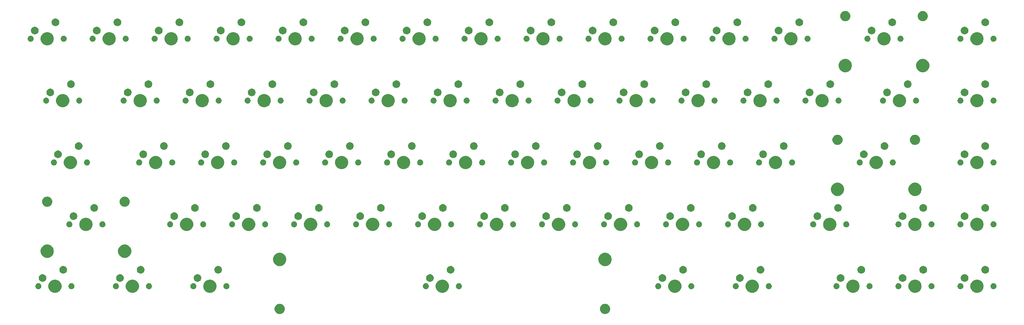
<source format=gbr>
G04 #@! TF.GenerationSoftware,KiCad,Pcbnew,(5.1.4)-1*
G04 #@! TF.CreationDate,2022-05-12T21:47:59-04:00*
G04 #@! TF.ProjectId,horsie-65,686f7273-6965-42d3-9635-2e6b69636164,rev?*
G04 #@! TF.SameCoordinates,Original*
G04 #@! TF.FileFunction,Soldermask,Top*
G04 #@! TF.FilePolarity,Negative*
%FSLAX46Y46*%
G04 Gerber Fmt 4.6, Leading zero omitted, Abs format (unit mm)*
G04 Created by KiCad (PCBNEW (5.1.4)-1) date 2022-05-12 21:47:59*
%MOMM*%
%LPD*%
G04 APERTURE LIST*
%ADD10C,2.000000*%
G04 APERTURE END LIST*
D10*
G36*
X239219667Y-186415263D02*
G01*
X239371811Y-186445526D01*
X239490537Y-186494704D01*
X239658441Y-186564252D01*
X239658442Y-186564253D01*
X239916404Y-186736617D01*
X240135783Y-186955996D01*
X240250953Y-187128361D01*
X240308148Y-187213959D01*
X240426874Y-187500590D01*
X240487400Y-187804875D01*
X240487400Y-188115125D01*
X240426874Y-188419410D01*
X240308148Y-188706041D01*
X240308147Y-188706042D01*
X240135783Y-188964004D01*
X239916404Y-189183383D01*
X239744039Y-189298553D01*
X239658441Y-189355748D01*
X239490537Y-189425296D01*
X239371811Y-189474474D01*
X239219667Y-189504737D01*
X239067525Y-189535000D01*
X238757275Y-189535000D01*
X238605133Y-189504737D01*
X238452989Y-189474474D01*
X238334263Y-189425296D01*
X238166359Y-189355748D01*
X238080761Y-189298553D01*
X237908396Y-189183383D01*
X237689017Y-188964004D01*
X237516653Y-188706042D01*
X237516652Y-188706041D01*
X237397926Y-188419410D01*
X237337400Y-188115125D01*
X237337400Y-187804875D01*
X237397926Y-187500590D01*
X237516652Y-187213959D01*
X237573847Y-187128361D01*
X237689017Y-186955996D01*
X237908396Y-186736617D01*
X238166358Y-186564253D01*
X238166359Y-186564252D01*
X238334263Y-186494704D01*
X238452989Y-186445526D01*
X238605133Y-186415263D01*
X238757275Y-186385000D01*
X239067525Y-186385000D01*
X239219667Y-186415263D01*
X239219667Y-186415263D01*
G37*
G36*
X139219867Y-186415263D02*
G01*
X139372011Y-186445526D01*
X139490737Y-186494704D01*
X139658641Y-186564252D01*
X139658642Y-186564253D01*
X139916604Y-186736617D01*
X140135983Y-186955996D01*
X140251153Y-187128361D01*
X140308348Y-187213959D01*
X140427074Y-187500590D01*
X140487600Y-187804875D01*
X140487600Y-188115125D01*
X140427074Y-188419410D01*
X140308348Y-188706041D01*
X140308347Y-188706042D01*
X140135983Y-188964004D01*
X139916604Y-189183383D01*
X139744239Y-189298553D01*
X139658641Y-189355748D01*
X139490737Y-189425296D01*
X139372011Y-189474474D01*
X139219867Y-189504737D01*
X139067725Y-189535000D01*
X138757475Y-189535000D01*
X138605333Y-189504737D01*
X138453189Y-189474474D01*
X138334463Y-189425296D01*
X138166559Y-189355748D01*
X138080961Y-189298553D01*
X137908596Y-189183383D01*
X137689217Y-188964004D01*
X137516853Y-188706042D01*
X137516852Y-188706041D01*
X137398126Y-188419410D01*
X137337600Y-188115125D01*
X137337600Y-187804875D01*
X137398126Y-187500590D01*
X137516852Y-187213959D01*
X137574047Y-187128361D01*
X137689217Y-186955996D01*
X137908596Y-186736617D01*
X138166558Y-186564253D01*
X138166559Y-186564252D01*
X138334463Y-186494704D01*
X138453189Y-186445526D01*
X138605333Y-186415263D01*
X138757475Y-186385000D01*
X139067725Y-186385000D01*
X139219867Y-186415263D01*
X139219867Y-186415263D01*
G37*
G36*
X315715224Y-179008684D02*
G01*
X315933224Y-179098983D01*
X316087373Y-179162833D01*
X316422298Y-179386623D01*
X316707127Y-179671452D01*
X316930917Y-180006377D01*
X316963312Y-180084586D01*
X317085066Y-180378526D01*
X317163650Y-180773594D01*
X317163650Y-181176406D01*
X317085066Y-181571474D01*
X317034201Y-181694272D01*
X316930917Y-181943623D01*
X316707127Y-182278548D01*
X316422298Y-182563377D01*
X316087373Y-182787167D01*
X315933224Y-182851017D01*
X315715224Y-182941316D01*
X315320156Y-183019900D01*
X314917344Y-183019900D01*
X314522276Y-182941316D01*
X314304276Y-182851017D01*
X314150127Y-182787167D01*
X313815202Y-182563377D01*
X313530373Y-182278548D01*
X313306583Y-181943623D01*
X313203299Y-181694272D01*
X313152434Y-181571474D01*
X313073850Y-181176406D01*
X313073850Y-180773594D01*
X313152434Y-180378526D01*
X313274188Y-180084586D01*
X313306583Y-180006377D01*
X313530373Y-179671452D01*
X313815202Y-179386623D01*
X314150127Y-179162833D01*
X314304276Y-179098983D01*
X314522276Y-179008684D01*
X314917344Y-178930100D01*
X315320156Y-178930100D01*
X315715224Y-179008684D01*
X315715224Y-179008684D01*
G37*
G36*
X260946474Y-179008684D02*
G01*
X261164474Y-179098983D01*
X261318623Y-179162833D01*
X261653548Y-179386623D01*
X261938377Y-179671452D01*
X262162167Y-180006377D01*
X262194562Y-180084586D01*
X262316316Y-180378526D01*
X262394900Y-180773594D01*
X262394900Y-181176406D01*
X262316316Y-181571474D01*
X262265451Y-181694272D01*
X262162167Y-181943623D01*
X261938377Y-182278548D01*
X261653548Y-182563377D01*
X261318623Y-182787167D01*
X261164474Y-182851017D01*
X260946474Y-182941316D01*
X260551406Y-183019900D01*
X260148594Y-183019900D01*
X259753526Y-182941316D01*
X259535526Y-182851017D01*
X259381377Y-182787167D01*
X259046452Y-182563377D01*
X258761623Y-182278548D01*
X258537833Y-181943623D01*
X258434549Y-181694272D01*
X258383684Y-181571474D01*
X258305100Y-181176406D01*
X258305100Y-180773594D01*
X258383684Y-180378526D01*
X258505438Y-180084586D01*
X258537833Y-180006377D01*
X258761623Y-179671452D01*
X259046452Y-179386623D01*
X259381377Y-179162833D01*
X259535526Y-179098983D01*
X259753526Y-179008684D01*
X260148594Y-178930100D01*
X260551406Y-178930100D01*
X260946474Y-179008684D01*
X260946474Y-179008684D01*
G37*
G36*
X70446474Y-179008684D02*
G01*
X70664474Y-179098983D01*
X70818623Y-179162833D01*
X71153548Y-179386623D01*
X71438377Y-179671452D01*
X71662167Y-180006377D01*
X71694562Y-180084586D01*
X71816316Y-180378526D01*
X71894900Y-180773594D01*
X71894900Y-181176406D01*
X71816316Y-181571474D01*
X71765451Y-181694272D01*
X71662167Y-181943623D01*
X71438377Y-182278548D01*
X71153548Y-182563377D01*
X70818623Y-182787167D01*
X70664474Y-182851017D01*
X70446474Y-182941316D01*
X70051406Y-183019900D01*
X69648594Y-183019900D01*
X69253526Y-182941316D01*
X69035526Y-182851017D01*
X68881377Y-182787167D01*
X68546452Y-182563377D01*
X68261623Y-182278548D01*
X68037833Y-181943623D01*
X67934549Y-181694272D01*
X67883684Y-181571474D01*
X67805100Y-181176406D01*
X67805100Y-180773594D01*
X67883684Y-180378526D01*
X68005438Y-180084586D01*
X68037833Y-180006377D01*
X68261623Y-179671452D01*
X68546452Y-179386623D01*
X68881377Y-179162833D01*
X69035526Y-179098983D01*
X69253526Y-179008684D01*
X69648594Y-178930100D01*
X70051406Y-178930100D01*
X70446474Y-179008684D01*
X70446474Y-179008684D01*
G37*
G36*
X118071474Y-179008684D02*
G01*
X118289474Y-179098983D01*
X118443623Y-179162833D01*
X118778548Y-179386623D01*
X119063377Y-179671452D01*
X119287167Y-180006377D01*
X119319562Y-180084586D01*
X119441316Y-180378526D01*
X119519900Y-180773594D01*
X119519900Y-181176406D01*
X119441316Y-181571474D01*
X119390451Y-181694272D01*
X119287167Y-181943623D01*
X119063377Y-182278548D01*
X118778548Y-182563377D01*
X118443623Y-182787167D01*
X118289474Y-182851017D01*
X118071474Y-182941316D01*
X117676406Y-183019900D01*
X117273594Y-183019900D01*
X116878526Y-182941316D01*
X116660526Y-182851017D01*
X116506377Y-182787167D01*
X116171452Y-182563377D01*
X115886623Y-182278548D01*
X115662833Y-181943623D01*
X115559549Y-181694272D01*
X115508684Y-181571474D01*
X115430100Y-181176406D01*
X115430100Y-180773594D01*
X115508684Y-180378526D01*
X115630438Y-180084586D01*
X115662833Y-180006377D01*
X115886623Y-179671452D01*
X116171452Y-179386623D01*
X116506377Y-179162833D01*
X116660526Y-179098983D01*
X116878526Y-179008684D01*
X117273594Y-178930100D01*
X117676406Y-178930100D01*
X118071474Y-179008684D01*
X118071474Y-179008684D01*
G37*
G36*
X94258974Y-179008684D02*
G01*
X94476974Y-179098983D01*
X94631123Y-179162833D01*
X94966048Y-179386623D01*
X95250877Y-179671452D01*
X95474667Y-180006377D01*
X95507062Y-180084586D01*
X95628816Y-180378526D01*
X95707400Y-180773594D01*
X95707400Y-181176406D01*
X95628816Y-181571474D01*
X95577951Y-181694272D01*
X95474667Y-181943623D01*
X95250877Y-182278548D01*
X94966048Y-182563377D01*
X94631123Y-182787167D01*
X94476974Y-182851017D01*
X94258974Y-182941316D01*
X93863906Y-183019900D01*
X93461094Y-183019900D01*
X93066026Y-182941316D01*
X92848026Y-182851017D01*
X92693877Y-182787167D01*
X92358952Y-182563377D01*
X92074123Y-182278548D01*
X91850333Y-181943623D01*
X91747049Y-181694272D01*
X91696184Y-181571474D01*
X91617600Y-181176406D01*
X91617600Y-180773594D01*
X91696184Y-180378526D01*
X91817938Y-180084586D01*
X91850333Y-180006377D01*
X92074123Y-179671452D01*
X92358952Y-179386623D01*
X92693877Y-179162833D01*
X92848026Y-179098983D01*
X93066026Y-179008684D01*
X93461094Y-178930100D01*
X93863906Y-178930100D01*
X94258974Y-179008684D01*
X94258974Y-179008684D01*
G37*
G36*
X189508974Y-179008684D02*
G01*
X189726974Y-179098983D01*
X189881123Y-179162833D01*
X190216048Y-179386623D01*
X190500877Y-179671452D01*
X190724667Y-180006377D01*
X190757062Y-180084586D01*
X190878816Y-180378526D01*
X190957400Y-180773594D01*
X190957400Y-181176406D01*
X190878816Y-181571474D01*
X190827951Y-181694272D01*
X190724667Y-181943623D01*
X190500877Y-182278548D01*
X190216048Y-182563377D01*
X189881123Y-182787167D01*
X189726974Y-182851017D01*
X189508974Y-182941316D01*
X189113906Y-183019900D01*
X188711094Y-183019900D01*
X188316026Y-182941316D01*
X188098026Y-182851017D01*
X187943877Y-182787167D01*
X187608952Y-182563377D01*
X187324123Y-182278548D01*
X187100333Y-181943623D01*
X186997049Y-181694272D01*
X186946184Y-181571474D01*
X186867600Y-181176406D01*
X186867600Y-180773594D01*
X186946184Y-180378526D01*
X187067938Y-180084586D01*
X187100333Y-180006377D01*
X187324123Y-179671452D01*
X187608952Y-179386623D01*
X187943877Y-179162833D01*
X188098026Y-179098983D01*
X188316026Y-179008684D01*
X188711094Y-178930100D01*
X189113906Y-178930100D01*
X189508974Y-179008684D01*
X189508974Y-179008684D01*
G37*
G36*
X334765224Y-179008684D02*
G01*
X334983224Y-179098983D01*
X335137373Y-179162833D01*
X335472298Y-179386623D01*
X335757127Y-179671452D01*
X335980917Y-180006377D01*
X336013312Y-180084586D01*
X336135066Y-180378526D01*
X336213650Y-180773594D01*
X336213650Y-181176406D01*
X336135066Y-181571474D01*
X336084201Y-181694272D01*
X335980917Y-181943623D01*
X335757127Y-182278548D01*
X335472298Y-182563377D01*
X335137373Y-182787167D01*
X334983224Y-182851017D01*
X334765224Y-182941316D01*
X334370156Y-183019900D01*
X333967344Y-183019900D01*
X333572276Y-182941316D01*
X333354276Y-182851017D01*
X333200127Y-182787167D01*
X332865202Y-182563377D01*
X332580373Y-182278548D01*
X332356583Y-181943623D01*
X332253299Y-181694272D01*
X332202434Y-181571474D01*
X332123850Y-181176406D01*
X332123850Y-180773594D01*
X332202434Y-180378526D01*
X332324188Y-180084586D01*
X332356583Y-180006377D01*
X332580373Y-179671452D01*
X332865202Y-179386623D01*
X333200127Y-179162833D01*
X333354276Y-179098983D01*
X333572276Y-179008684D01*
X333967344Y-178930100D01*
X334370156Y-178930100D01*
X334765224Y-179008684D01*
X334765224Y-179008684D01*
G37*
G36*
X353815224Y-179008684D02*
G01*
X354033224Y-179098983D01*
X354187373Y-179162833D01*
X354522298Y-179386623D01*
X354807127Y-179671452D01*
X355030917Y-180006377D01*
X355063312Y-180084586D01*
X355185066Y-180378526D01*
X355263650Y-180773594D01*
X355263650Y-181176406D01*
X355185066Y-181571474D01*
X355134201Y-181694272D01*
X355030917Y-181943623D01*
X354807127Y-182278548D01*
X354522298Y-182563377D01*
X354187373Y-182787167D01*
X354033224Y-182851017D01*
X353815224Y-182941316D01*
X353420156Y-183019900D01*
X353017344Y-183019900D01*
X352622276Y-182941316D01*
X352404276Y-182851017D01*
X352250127Y-182787167D01*
X351915202Y-182563377D01*
X351630373Y-182278548D01*
X351406583Y-181943623D01*
X351303299Y-181694272D01*
X351252434Y-181571474D01*
X351173850Y-181176406D01*
X351173850Y-180773594D01*
X351252434Y-180378526D01*
X351374188Y-180084586D01*
X351406583Y-180006377D01*
X351630373Y-179671452D01*
X351915202Y-179386623D01*
X352250127Y-179162833D01*
X352404276Y-179098983D01*
X352622276Y-179008684D01*
X353017344Y-178930100D01*
X353420156Y-178930100D01*
X353815224Y-179008684D01*
X353815224Y-179008684D01*
G37*
G36*
X284758974Y-179008684D02*
G01*
X284976974Y-179098983D01*
X285131123Y-179162833D01*
X285466048Y-179386623D01*
X285750877Y-179671452D01*
X285974667Y-180006377D01*
X286007062Y-180084586D01*
X286128816Y-180378526D01*
X286207400Y-180773594D01*
X286207400Y-181176406D01*
X286128816Y-181571474D01*
X286077951Y-181694272D01*
X285974667Y-181943623D01*
X285750877Y-182278548D01*
X285466048Y-182563377D01*
X285131123Y-182787167D01*
X284976974Y-182851017D01*
X284758974Y-182941316D01*
X284363906Y-183019900D01*
X283961094Y-183019900D01*
X283566026Y-182941316D01*
X283348026Y-182851017D01*
X283193877Y-182787167D01*
X282858952Y-182563377D01*
X282574123Y-182278548D01*
X282350333Y-181943623D01*
X282247049Y-181694272D01*
X282196184Y-181571474D01*
X282117600Y-181176406D01*
X282117600Y-180773594D01*
X282196184Y-180378526D01*
X282317938Y-180084586D01*
X282350333Y-180006377D01*
X282574123Y-179671452D01*
X282858952Y-179386623D01*
X283193877Y-179162833D01*
X283348026Y-179098983D01*
X283566026Y-179008684D01*
X283961094Y-178930100D01*
X284363906Y-178930100D01*
X284758974Y-179008684D01*
X284758974Y-179008684D01*
G37*
G36*
X289512604Y-180084585D02*
G01*
X289681126Y-180154389D01*
X289832791Y-180255728D01*
X289961772Y-180384709D01*
X290063111Y-180536374D01*
X290132915Y-180704896D01*
X290168500Y-180883797D01*
X290168500Y-181066203D01*
X290132915Y-181245104D01*
X290063111Y-181413626D01*
X289961772Y-181565291D01*
X289832791Y-181694272D01*
X289681126Y-181795611D01*
X289512604Y-181865415D01*
X289333703Y-181901000D01*
X289151297Y-181901000D01*
X288972396Y-181865415D01*
X288803874Y-181795611D01*
X288652209Y-181694272D01*
X288523228Y-181565291D01*
X288421889Y-181413626D01*
X288352085Y-181245104D01*
X288316500Y-181066203D01*
X288316500Y-180883797D01*
X288352085Y-180704896D01*
X288421889Y-180536374D01*
X288523228Y-180384709D01*
X288652209Y-180255728D01*
X288803874Y-180154389D01*
X288972396Y-180084585D01*
X289151297Y-180049000D01*
X289333703Y-180049000D01*
X289512604Y-180084585D01*
X289512604Y-180084585D01*
G37*
G36*
X348408854Y-180084585D02*
G01*
X348577376Y-180154389D01*
X348729041Y-180255728D01*
X348858022Y-180384709D01*
X348959361Y-180536374D01*
X349029165Y-180704896D01*
X349064750Y-180883797D01*
X349064750Y-181066203D01*
X349029165Y-181245104D01*
X348959361Y-181413626D01*
X348858022Y-181565291D01*
X348729041Y-181694272D01*
X348577376Y-181795611D01*
X348408854Y-181865415D01*
X348229953Y-181901000D01*
X348047547Y-181901000D01*
X347868646Y-181865415D01*
X347700124Y-181795611D01*
X347548459Y-181694272D01*
X347419478Y-181565291D01*
X347318139Y-181413626D01*
X347248335Y-181245104D01*
X347212750Y-181066203D01*
X347212750Y-180883797D01*
X347248335Y-180704896D01*
X347318139Y-180536374D01*
X347419478Y-180384709D01*
X347548459Y-180255728D01*
X347700124Y-180154389D01*
X347868646Y-180084585D01*
X348047547Y-180049000D01*
X348229953Y-180049000D01*
X348408854Y-180084585D01*
X348408854Y-180084585D01*
G37*
G36*
X358568854Y-180084585D02*
G01*
X358737376Y-180154389D01*
X358889041Y-180255728D01*
X359018022Y-180384709D01*
X359119361Y-180536374D01*
X359189165Y-180704896D01*
X359224750Y-180883797D01*
X359224750Y-181066203D01*
X359189165Y-181245104D01*
X359119361Y-181413626D01*
X359018022Y-181565291D01*
X358889041Y-181694272D01*
X358737376Y-181795611D01*
X358568854Y-181865415D01*
X358389953Y-181901000D01*
X358207547Y-181901000D01*
X358028646Y-181865415D01*
X357860124Y-181795611D01*
X357708459Y-181694272D01*
X357579478Y-181565291D01*
X357478139Y-181413626D01*
X357408335Y-181245104D01*
X357372750Y-181066203D01*
X357372750Y-180883797D01*
X357408335Y-180704896D01*
X357478139Y-180536374D01*
X357579478Y-180384709D01*
X357708459Y-180255728D01*
X357860124Y-180154389D01*
X358028646Y-180084585D01*
X358207547Y-180049000D01*
X358389953Y-180049000D01*
X358568854Y-180084585D01*
X358568854Y-180084585D01*
G37*
G36*
X329358854Y-180084585D02*
G01*
X329527376Y-180154389D01*
X329679041Y-180255728D01*
X329808022Y-180384709D01*
X329909361Y-180536374D01*
X329979165Y-180704896D01*
X330014750Y-180883797D01*
X330014750Y-181066203D01*
X329979165Y-181245104D01*
X329909361Y-181413626D01*
X329808022Y-181565291D01*
X329679041Y-181694272D01*
X329527376Y-181795611D01*
X329358854Y-181865415D01*
X329179953Y-181901000D01*
X328997547Y-181901000D01*
X328818646Y-181865415D01*
X328650124Y-181795611D01*
X328498459Y-181694272D01*
X328369478Y-181565291D01*
X328268139Y-181413626D01*
X328198335Y-181245104D01*
X328162750Y-181066203D01*
X328162750Y-180883797D01*
X328198335Y-180704896D01*
X328268139Y-180536374D01*
X328369478Y-180384709D01*
X328498459Y-180255728D01*
X328650124Y-180154389D01*
X328818646Y-180084585D01*
X328997547Y-180049000D01*
X329179953Y-180049000D01*
X329358854Y-180084585D01*
X329358854Y-180084585D01*
G37*
G36*
X255540104Y-180084585D02*
G01*
X255708626Y-180154389D01*
X255860291Y-180255728D01*
X255989272Y-180384709D01*
X256090611Y-180536374D01*
X256160415Y-180704896D01*
X256196000Y-180883797D01*
X256196000Y-181066203D01*
X256160415Y-181245104D01*
X256090611Y-181413626D01*
X255989272Y-181565291D01*
X255860291Y-181694272D01*
X255708626Y-181795611D01*
X255540104Y-181865415D01*
X255361203Y-181901000D01*
X255178797Y-181901000D01*
X254999896Y-181865415D01*
X254831374Y-181795611D01*
X254679709Y-181694272D01*
X254550728Y-181565291D01*
X254449389Y-181413626D01*
X254379585Y-181245104D01*
X254344000Y-181066203D01*
X254344000Y-180883797D01*
X254379585Y-180704896D01*
X254449389Y-180536374D01*
X254550728Y-180384709D01*
X254679709Y-180255728D01*
X254831374Y-180154389D01*
X254999896Y-180084585D01*
X255178797Y-180049000D01*
X255361203Y-180049000D01*
X255540104Y-180084585D01*
X255540104Y-180084585D01*
G37*
G36*
X265700104Y-180084585D02*
G01*
X265868626Y-180154389D01*
X266020291Y-180255728D01*
X266149272Y-180384709D01*
X266250611Y-180536374D01*
X266320415Y-180704896D01*
X266356000Y-180883797D01*
X266356000Y-181066203D01*
X266320415Y-181245104D01*
X266250611Y-181413626D01*
X266149272Y-181565291D01*
X266020291Y-181694272D01*
X265868626Y-181795611D01*
X265700104Y-181865415D01*
X265521203Y-181901000D01*
X265338797Y-181901000D01*
X265159896Y-181865415D01*
X264991374Y-181795611D01*
X264839709Y-181694272D01*
X264710728Y-181565291D01*
X264609389Y-181413626D01*
X264539585Y-181245104D01*
X264504000Y-181066203D01*
X264504000Y-180883797D01*
X264539585Y-180704896D01*
X264609389Y-180536374D01*
X264710728Y-180384709D01*
X264839709Y-180255728D01*
X264991374Y-180154389D01*
X265159896Y-180084585D01*
X265338797Y-180049000D01*
X265521203Y-180049000D01*
X265700104Y-180084585D01*
X265700104Y-180084585D01*
G37*
G36*
X320468854Y-180084585D02*
G01*
X320637376Y-180154389D01*
X320789041Y-180255728D01*
X320918022Y-180384709D01*
X321019361Y-180536374D01*
X321089165Y-180704896D01*
X321124750Y-180883797D01*
X321124750Y-181066203D01*
X321089165Y-181245104D01*
X321019361Y-181413626D01*
X320918022Y-181565291D01*
X320789041Y-181694272D01*
X320637376Y-181795611D01*
X320468854Y-181865415D01*
X320289953Y-181901000D01*
X320107547Y-181901000D01*
X319928646Y-181865415D01*
X319760124Y-181795611D01*
X319608459Y-181694272D01*
X319479478Y-181565291D01*
X319378139Y-181413626D01*
X319308335Y-181245104D01*
X319272750Y-181066203D01*
X319272750Y-180883797D01*
X319308335Y-180704896D01*
X319378139Y-180536374D01*
X319479478Y-180384709D01*
X319608459Y-180255728D01*
X319760124Y-180154389D01*
X319928646Y-180084585D01*
X320107547Y-180049000D01*
X320289953Y-180049000D01*
X320468854Y-180084585D01*
X320468854Y-180084585D01*
G37*
G36*
X279352604Y-180084585D02*
G01*
X279521126Y-180154389D01*
X279672791Y-180255728D01*
X279801772Y-180384709D01*
X279903111Y-180536374D01*
X279972915Y-180704896D01*
X280008500Y-180883797D01*
X280008500Y-181066203D01*
X279972915Y-181245104D01*
X279903111Y-181413626D01*
X279801772Y-181565291D01*
X279672791Y-181694272D01*
X279521126Y-181795611D01*
X279352604Y-181865415D01*
X279173703Y-181901000D01*
X278991297Y-181901000D01*
X278812396Y-181865415D01*
X278643874Y-181795611D01*
X278492209Y-181694272D01*
X278363228Y-181565291D01*
X278261889Y-181413626D01*
X278192085Y-181245104D01*
X278156500Y-181066203D01*
X278156500Y-180883797D01*
X278192085Y-180704896D01*
X278261889Y-180536374D01*
X278363228Y-180384709D01*
X278492209Y-180255728D01*
X278643874Y-180154389D01*
X278812396Y-180084585D01*
X278991297Y-180049000D01*
X279173703Y-180049000D01*
X279352604Y-180084585D01*
X279352604Y-180084585D01*
G37*
G36*
X65040104Y-180084585D02*
G01*
X65208626Y-180154389D01*
X65360291Y-180255728D01*
X65489272Y-180384709D01*
X65590611Y-180536374D01*
X65660415Y-180704896D01*
X65696000Y-180883797D01*
X65696000Y-181066203D01*
X65660415Y-181245104D01*
X65590611Y-181413626D01*
X65489272Y-181565291D01*
X65360291Y-181694272D01*
X65208626Y-181795611D01*
X65040104Y-181865415D01*
X64861203Y-181901000D01*
X64678797Y-181901000D01*
X64499896Y-181865415D01*
X64331374Y-181795611D01*
X64179709Y-181694272D01*
X64050728Y-181565291D01*
X63949389Y-181413626D01*
X63879585Y-181245104D01*
X63844000Y-181066203D01*
X63844000Y-180883797D01*
X63879585Y-180704896D01*
X63949389Y-180536374D01*
X64050728Y-180384709D01*
X64179709Y-180255728D01*
X64331374Y-180154389D01*
X64499896Y-180084585D01*
X64678797Y-180049000D01*
X64861203Y-180049000D01*
X65040104Y-180084585D01*
X65040104Y-180084585D01*
G37*
G36*
X339518854Y-180084585D02*
G01*
X339687376Y-180154389D01*
X339839041Y-180255728D01*
X339968022Y-180384709D01*
X340069361Y-180536374D01*
X340139165Y-180704896D01*
X340174750Y-180883797D01*
X340174750Y-181066203D01*
X340139165Y-181245104D01*
X340069361Y-181413626D01*
X339968022Y-181565291D01*
X339839041Y-181694272D01*
X339687376Y-181795611D01*
X339518854Y-181865415D01*
X339339953Y-181901000D01*
X339157547Y-181901000D01*
X338978646Y-181865415D01*
X338810124Y-181795611D01*
X338658459Y-181694272D01*
X338529478Y-181565291D01*
X338428139Y-181413626D01*
X338358335Y-181245104D01*
X338322750Y-181066203D01*
X338322750Y-180883797D01*
X338358335Y-180704896D01*
X338428139Y-180536374D01*
X338529478Y-180384709D01*
X338658459Y-180255728D01*
X338810124Y-180154389D01*
X338978646Y-180084585D01*
X339157547Y-180049000D01*
X339339953Y-180049000D01*
X339518854Y-180084585D01*
X339518854Y-180084585D01*
G37*
G36*
X112665104Y-180084585D02*
G01*
X112833626Y-180154389D01*
X112985291Y-180255728D01*
X113114272Y-180384709D01*
X113215611Y-180536374D01*
X113285415Y-180704896D01*
X113321000Y-180883797D01*
X113321000Y-181066203D01*
X113285415Y-181245104D01*
X113215611Y-181413626D01*
X113114272Y-181565291D01*
X112985291Y-181694272D01*
X112833626Y-181795611D01*
X112665104Y-181865415D01*
X112486203Y-181901000D01*
X112303797Y-181901000D01*
X112124896Y-181865415D01*
X111956374Y-181795611D01*
X111804709Y-181694272D01*
X111675728Y-181565291D01*
X111574389Y-181413626D01*
X111504585Y-181245104D01*
X111469000Y-181066203D01*
X111469000Y-180883797D01*
X111504585Y-180704896D01*
X111574389Y-180536374D01*
X111675728Y-180384709D01*
X111804709Y-180255728D01*
X111956374Y-180154389D01*
X112124896Y-180084585D01*
X112303797Y-180049000D01*
X112486203Y-180049000D01*
X112665104Y-180084585D01*
X112665104Y-180084585D01*
G37*
G36*
X122825104Y-180084585D02*
G01*
X122993626Y-180154389D01*
X123145291Y-180255728D01*
X123274272Y-180384709D01*
X123375611Y-180536374D01*
X123445415Y-180704896D01*
X123481000Y-180883797D01*
X123481000Y-181066203D01*
X123445415Y-181245104D01*
X123375611Y-181413626D01*
X123274272Y-181565291D01*
X123145291Y-181694272D01*
X122993626Y-181795611D01*
X122825104Y-181865415D01*
X122646203Y-181901000D01*
X122463797Y-181901000D01*
X122284896Y-181865415D01*
X122116374Y-181795611D01*
X121964709Y-181694272D01*
X121835728Y-181565291D01*
X121734389Y-181413626D01*
X121664585Y-181245104D01*
X121629000Y-181066203D01*
X121629000Y-180883797D01*
X121664585Y-180704896D01*
X121734389Y-180536374D01*
X121835728Y-180384709D01*
X121964709Y-180255728D01*
X122116374Y-180154389D01*
X122284896Y-180084585D01*
X122463797Y-180049000D01*
X122646203Y-180049000D01*
X122825104Y-180084585D01*
X122825104Y-180084585D01*
G37*
G36*
X88852604Y-180084585D02*
G01*
X89021126Y-180154389D01*
X89172791Y-180255728D01*
X89301772Y-180384709D01*
X89403111Y-180536374D01*
X89472915Y-180704896D01*
X89508500Y-180883797D01*
X89508500Y-181066203D01*
X89472915Y-181245104D01*
X89403111Y-181413626D01*
X89301772Y-181565291D01*
X89172791Y-181694272D01*
X89021126Y-181795611D01*
X88852604Y-181865415D01*
X88673703Y-181901000D01*
X88491297Y-181901000D01*
X88312396Y-181865415D01*
X88143874Y-181795611D01*
X87992209Y-181694272D01*
X87863228Y-181565291D01*
X87761889Y-181413626D01*
X87692085Y-181245104D01*
X87656500Y-181066203D01*
X87656500Y-180883797D01*
X87692085Y-180704896D01*
X87761889Y-180536374D01*
X87863228Y-180384709D01*
X87992209Y-180255728D01*
X88143874Y-180154389D01*
X88312396Y-180084585D01*
X88491297Y-180049000D01*
X88673703Y-180049000D01*
X88852604Y-180084585D01*
X88852604Y-180084585D01*
G37*
G36*
X99012604Y-180084585D02*
G01*
X99181126Y-180154389D01*
X99332791Y-180255728D01*
X99461772Y-180384709D01*
X99563111Y-180536374D01*
X99632915Y-180704896D01*
X99668500Y-180883797D01*
X99668500Y-181066203D01*
X99632915Y-181245104D01*
X99563111Y-181413626D01*
X99461772Y-181565291D01*
X99332791Y-181694272D01*
X99181126Y-181795611D01*
X99012604Y-181865415D01*
X98833703Y-181901000D01*
X98651297Y-181901000D01*
X98472396Y-181865415D01*
X98303874Y-181795611D01*
X98152209Y-181694272D01*
X98023228Y-181565291D01*
X97921889Y-181413626D01*
X97852085Y-181245104D01*
X97816500Y-181066203D01*
X97816500Y-180883797D01*
X97852085Y-180704896D01*
X97921889Y-180536374D01*
X98023228Y-180384709D01*
X98152209Y-180255728D01*
X98303874Y-180154389D01*
X98472396Y-180084585D01*
X98651297Y-180049000D01*
X98833703Y-180049000D01*
X99012604Y-180084585D01*
X99012604Y-180084585D01*
G37*
G36*
X184102604Y-180084585D02*
G01*
X184271126Y-180154389D01*
X184422791Y-180255728D01*
X184551772Y-180384709D01*
X184653111Y-180536374D01*
X184722915Y-180704896D01*
X184758500Y-180883797D01*
X184758500Y-181066203D01*
X184722915Y-181245104D01*
X184653111Y-181413626D01*
X184551772Y-181565291D01*
X184422791Y-181694272D01*
X184271126Y-181795611D01*
X184102604Y-181865415D01*
X183923703Y-181901000D01*
X183741297Y-181901000D01*
X183562396Y-181865415D01*
X183393874Y-181795611D01*
X183242209Y-181694272D01*
X183113228Y-181565291D01*
X183011889Y-181413626D01*
X182942085Y-181245104D01*
X182906500Y-181066203D01*
X182906500Y-180883797D01*
X182942085Y-180704896D01*
X183011889Y-180536374D01*
X183113228Y-180384709D01*
X183242209Y-180255728D01*
X183393874Y-180154389D01*
X183562396Y-180084585D01*
X183741297Y-180049000D01*
X183923703Y-180049000D01*
X184102604Y-180084585D01*
X184102604Y-180084585D01*
G37*
G36*
X194262604Y-180084585D02*
G01*
X194431126Y-180154389D01*
X194582791Y-180255728D01*
X194711772Y-180384709D01*
X194813111Y-180536374D01*
X194882915Y-180704896D01*
X194918500Y-180883797D01*
X194918500Y-181066203D01*
X194882915Y-181245104D01*
X194813111Y-181413626D01*
X194711772Y-181565291D01*
X194582791Y-181694272D01*
X194431126Y-181795611D01*
X194262604Y-181865415D01*
X194083703Y-181901000D01*
X193901297Y-181901000D01*
X193722396Y-181865415D01*
X193553874Y-181795611D01*
X193402209Y-181694272D01*
X193273228Y-181565291D01*
X193171889Y-181413626D01*
X193102085Y-181245104D01*
X193066500Y-181066203D01*
X193066500Y-180883797D01*
X193102085Y-180704896D01*
X193171889Y-180536374D01*
X193273228Y-180384709D01*
X193402209Y-180255728D01*
X193553874Y-180154389D01*
X193722396Y-180084585D01*
X193901297Y-180049000D01*
X194083703Y-180049000D01*
X194262604Y-180084585D01*
X194262604Y-180084585D01*
G37*
G36*
X310308854Y-180084585D02*
G01*
X310477376Y-180154389D01*
X310629041Y-180255728D01*
X310758022Y-180384709D01*
X310859361Y-180536374D01*
X310929165Y-180704896D01*
X310964750Y-180883797D01*
X310964750Y-181066203D01*
X310929165Y-181245104D01*
X310859361Y-181413626D01*
X310758022Y-181565291D01*
X310629041Y-181694272D01*
X310477376Y-181795611D01*
X310308854Y-181865415D01*
X310129953Y-181901000D01*
X309947547Y-181901000D01*
X309768646Y-181865415D01*
X309600124Y-181795611D01*
X309448459Y-181694272D01*
X309319478Y-181565291D01*
X309218139Y-181413626D01*
X309148335Y-181245104D01*
X309112750Y-181066203D01*
X309112750Y-180883797D01*
X309148335Y-180704896D01*
X309218139Y-180536374D01*
X309319478Y-180384709D01*
X309448459Y-180255728D01*
X309600124Y-180154389D01*
X309768646Y-180084585D01*
X309947547Y-180049000D01*
X310129953Y-180049000D01*
X310308854Y-180084585D01*
X310308854Y-180084585D01*
G37*
G36*
X75200104Y-180084585D02*
G01*
X75368626Y-180154389D01*
X75520291Y-180255728D01*
X75649272Y-180384709D01*
X75750611Y-180536374D01*
X75820415Y-180704896D01*
X75856000Y-180883797D01*
X75856000Y-181066203D01*
X75820415Y-181245104D01*
X75750611Y-181413626D01*
X75649272Y-181565291D01*
X75520291Y-181694272D01*
X75368626Y-181795611D01*
X75200104Y-181865415D01*
X75021203Y-181901000D01*
X74838797Y-181901000D01*
X74659896Y-181865415D01*
X74491374Y-181795611D01*
X74339709Y-181694272D01*
X74210728Y-181565291D01*
X74109389Y-181413626D01*
X74039585Y-181245104D01*
X74004000Y-181066203D01*
X74004000Y-180883797D01*
X74039585Y-180704896D01*
X74109389Y-180536374D01*
X74210728Y-180384709D01*
X74339709Y-180255728D01*
X74491374Y-180154389D01*
X74659896Y-180084585D01*
X74838797Y-180049000D01*
X75021203Y-180049000D01*
X75200104Y-180084585D01*
X75200104Y-180084585D01*
G37*
G36*
X311500310Y-177274064D02*
G01*
X311651777Y-177304193D01*
X311865795Y-177392842D01*
X311865796Y-177392843D01*
X312058404Y-177521539D01*
X312222211Y-177685346D01*
X312308008Y-177813751D01*
X312350908Y-177877955D01*
X312439557Y-178091973D01*
X312484750Y-178319174D01*
X312484750Y-178550826D01*
X312439557Y-178778027D01*
X312350908Y-178992045D01*
X312350907Y-178992046D01*
X312222211Y-179184654D01*
X312058404Y-179348461D01*
X312001290Y-179386623D01*
X311865795Y-179477158D01*
X311651777Y-179565807D01*
X311500310Y-179595936D01*
X311424577Y-179611000D01*
X311192923Y-179611000D01*
X311117190Y-179595936D01*
X310965723Y-179565807D01*
X310751705Y-179477158D01*
X310616210Y-179386623D01*
X310559096Y-179348461D01*
X310395289Y-179184654D01*
X310266593Y-178992046D01*
X310266592Y-178992045D01*
X310177943Y-178778027D01*
X310132750Y-178550826D01*
X310132750Y-178319174D01*
X310177943Y-178091973D01*
X310266592Y-177877955D01*
X310309492Y-177813751D01*
X310395289Y-177685346D01*
X310559096Y-177521539D01*
X310751704Y-177392843D01*
X310751705Y-177392842D01*
X310965723Y-177304193D01*
X311117190Y-177274064D01*
X311192923Y-177259000D01*
X311424577Y-177259000D01*
X311500310Y-177274064D01*
X311500310Y-177274064D01*
G37*
G36*
X185294060Y-177274064D02*
G01*
X185445527Y-177304193D01*
X185659545Y-177392842D01*
X185659546Y-177392843D01*
X185852154Y-177521539D01*
X186015961Y-177685346D01*
X186101758Y-177813751D01*
X186144658Y-177877955D01*
X186233307Y-178091973D01*
X186278500Y-178319174D01*
X186278500Y-178550826D01*
X186233307Y-178778027D01*
X186144658Y-178992045D01*
X186144657Y-178992046D01*
X186015961Y-179184654D01*
X185852154Y-179348461D01*
X185795040Y-179386623D01*
X185659545Y-179477158D01*
X185445527Y-179565807D01*
X185294060Y-179595936D01*
X185218327Y-179611000D01*
X184986673Y-179611000D01*
X184910940Y-179595936D01*
X184759473Y-179565807D01*
X184545455Y-179477158D01*
X184409960Y-179386623D01*
X184352846Y-179348461D01*
X184189039Y-179184654D01*
X184060343Y-178992046D01*
X184060342Y-178992045D01*
X183971693Y-178778027D01*
X183926500Y-178550826D01*
X183926500Y-178319174D01*
X183971693Y-178091973D01*
X184060342Y-177877955D01*
X184103242Y-177813751D01*
X184189039Y-177685346D01*
X184352846Y-177521539D01*
X184545454Y-177392843D01*
X184545455Y-177392842D01*
X184759473Y-177304193D01*
X184910940Y-177274064D01*
X184986673Y-177259000D01*
X185218327Y-177259000D01*
X185294060Y-177274064D01*
X185294060Y-177274064D01*
G37*
G36*
X256731560Y-177274064D02*
G01*
X256883027Y-177304193D01*
X257097045Y-177392842D01*
X257097046Y-177392843D01*
X257289654Y-177521539D01*
X257453461Y-177685346D01*
X257539258Y-177813751D01*
X257582158Y-177877955D01*
X257670807Y-178091973D01*
X257716000Y-178319174D01*
X257716000Y-178550826D01*
X257670807Y-178778027D01*
X257582158Y-178992045D01*
X257582157Y-178992046D01*
X257453461Y-179184654D01*
X257289654Y-179348461D01*
X257232540Y-179386623D01*
X257097045Y-179477158D01*
X256883027Y-179565807D01*
X256731560Y-179595936D01*
X256655827Y-179611000D01*
X256424173Y-179611000D01*
X256348440Y-179595936D01*
X256196973Y-179565807D01*
X255982955Y-179477158D01*
X255847460Y-179386623D01*
X255790346Y-179348461D01*
X255626539Y-179184654D01*
X255497843Y-178992046D01*
X255497842Y-178992045D01*
X255409193Y-178778027D01*
X255364000Y-178550826D01*
X255364000Y-178319174D01*
X255409193Y-178091973D01*
X255497842Y-177877955D01*
X255540742Y-177813751D01*
X255626539Y-177685346D01*
X255790346Y-177521539D01*
X255982954Y-177392843D01*
X255982955Y-177392842D01*
X256196973Y-177304193D01*
X256348440Y-177274064D01*
X256424173Y-177259000D01*
X256655827Y-177259000D01*
X256731560Y-177274064D01*
X256731560Y-177274064D01*
G37*
G36*
X280544060Y-177274064D02*
G01*
X280695527Y-177304193D01*
X280909545Y-177392842D01*
X280909546Y-177392843D01*
X281102154Y-177521539D01*
X281265961Y-177685346D01*
X281351758Y-177813751D01*
X281394658Y-177877955D01*
X281483307Y-178091973D01*
X281528500Y-178319174D01*
X281528500Y-178550826D01*
X281483307Y-178778027D01*
X281394658Y-178992045D01*
X281394657Y-178992046D01*
X281265961Y-179184654D01*
X281102154Y-179348461D01*
X281045040Y-179386623D01*
X280909545Y-179477158D01*
X280695527Y-179565807D01*
X280544060Y-179595936D01*
X280468327Y-179611000D01*
X280236673Y-179611000D01*
X280160940Y-179595936D01*
X280009473Y-179565807D01*
X279795455Y-179477158D01*
X279659960Y-179386623D01*
X279602846Y-179348461D01*
X279439039Y-179184654D01*
X279310343Y-178992046D01*
X279310342Y-178992045D01*
X279221693Y-178778027D01*
X279176500Y-178550826D01*
X279176500Y-178319174D01*
X279221693Y-178091973D01*
X279310342Y-177877955D01*
X279353242Y-177813751D01*
X279439039Y-177685346D01*
X279602846Y-177521539D01*
X279795454Y-177392843D01*
X279795455Y-177392842D01*
X280009473Y-177304193D01*
X280160940Y-177274064D01*
X280236673Y-177259000D01*
X280468327Y-177259000D01*
X280544060Y-177274064D01*
X280544060Y-177274064D01*
G37*
G36*
X90044060Y-177274064D02*
G01*
X90195527Y-177304193D01*
X90409545Y-177392842D01*
X90409546Y-177392843D01*
X90602154Y-177521539D01*
X90765961Y-177685346D01*
X90851758Y-177813751D01*
X90894658Y-177877955D01*
X90983307Y-178091973D01*
X91028500Y-178319174D01*
X91028500Y-178550826D01*
X90983307Y-178778027D01*
X90894658Y-178992045D01*
X90894657Y-178992046D01*
X90765961Y-179184654D01*
X90602154Y-179348461D01*
X90545040Y-179386623D01*
X90409545Y-179477158D01*
X90195527Y-179565807D01*
X90044060Y-179595936D01*
X89968327Y-179611000D01*
X89736673Y-179611000D01*
X89660940Y-179595936D01*
X89509473Y-179565807D01*
X89295455Y-179477158D01*
X89159960Y-179386623D01*
X89102846Y-179348461D01*
X88939039Y-179184654D01*
X88810343Y-178992046D01*
X88810342Y-178992045D01*
X88721693Y-178778027D01*
X88676500Y-178550826D01*
X88676500Y-178319174D01*
X88721693Y-178091973D01*
X88810342Y-177877955D01*
X88853242Y-177813751D01*
X88939039Y-177685346D01*
X89102846Y-177521539D01*
X89295454Y-177392843D01*
X89295455Y-177392842D01*
X89509473Y-177304193D01*
X89660940Y-177274064D01*
X89736673Y-177259000D01*
X89968327Y-177259000D01*
X90044060Y-177274064D01*
X90044060Y-177274064D01*
G37*
G36*
X349600310Y-177274064D02*
G01*
X349751777Y-177304193D01*
X349965795Y-177392842D01*
X349965796Y-177392843D01*
X350158404Y-177521539D01*
X350322211Y-177685346D01*
X350408008Y-177813751D01*
X350450908Y-177877955D01*
X350539557Y-178091973D01*
X350584750Y-178319174D01*
X350584750Y-178550826D01*
X350539557Y-178778027D01*
X350450908Y-178992045D01*
X350450907Y-178992046D01*
X350322211Y-179184654D01*
X350158404Y-179348461D01*
X350101290Y-179386623D01*
X349965795Y-179477158D01*
X349751777Y-179565807D01*
X349600310Y-179595936D01*
X349524577Y-179611000D01*
X349292923Y-179611000D01*
X349217190Y-179595936D01*
X349065723Y-179565807D01*
X348851705Y-179477158D01*
X348716210Y-179386623D01*
X348659096Y-179348461D01*
X348495289Y-179184654D01*
X348366593Y-178992046D01*
X348366592Y-178992045D01*
X348277943Y-178778027D01*
X348232750Y-178550826D01*
X348232750Y-178319174D01*
X348277943Y-178091973D01*
X348366592Y-177877955D01*
X348409492Y-177813751D01*
X348495289Y-177685346D01*
X348659096Y-177521539D01*
X348851704Y-177392843D01*
X348851705Y-177392842D01*
X349065723Y-177304193D01*
X349217190Y-177274064D01*
X349292923Y-177259000D01*
X349524577Y-177259000D01*
X349600310Y-177274064D01*
X349600310Y-177274064D01*
G37*
G36*
X330550310Y-177274064D02*
G01*
X330701777Y-177304193D01*
X330915795Y-177392842D01*
X330915796Y-177392843D01*
X331108404Y-177521539D01*
X331272211Y-177685346D01*
X331358008Y-177813751D01*
X331400908Y-177877955D01*
X331489557Y-178091973D01*
X331534750Y-178319174D01*
X331534750Y-178550826D01*
X331489557Y-178778027D01*
X331400908Y-178992045D01*
X331400907Y-178992046D01*
X331272211Y-179184654D01*
X331108404Y-179348461D01*
X331051290Y-179386623D01*
X330915795Y-179477158D01*
X330701777Y-179565807D01*
X330550310Y-179595936D01*
X330474577Y-179611000D01*
X330242923Y-179611000D01*
X330167190Y-179595936D01*
X330015723Y-179565807D01*
X329801705Y-179477158D01*
X329666210Y-179386623D01*
X329609096Y-179348461D01*
X329445289Y-179184654D01*
X329316593Y-178992046D01*
X329316592Y-178992045D01*
X329227943Y-178778027D01*
X329182750Y-178550826D01*
X329182750Y-178319174D01*
X329227943Y-178091973D01*
X329316592Y-177877955D01*
X329359492Y-177813751D01*
X329445289Y-177685346D01*
X329609096Y-177521539D01*
X329801704Y-177392843D01*
X329801705Y-177392842D01*
X330015723Y-177304193D01*
X330167190Y-177274064D01*
X330242923Y-177259000D01*
X330474577Y-177259000D01*
X330550310Y-177274064D01*
X330550310Y-177274064D01*
G37*
G36*
X113856560Y-177274064D02*
G01*
X114008027Y-177304193D01*
X114222045Y-177392842D01*
X114222046Y-177392843D01*
X114414654Y-177521539D01*
X114578461Y-177685346D01*
X114664258Y-177813751D01*
X114707158Y-177877955D01*
X114795807Y-178091973D01*
X114841000Y-178319174D01*
X114841000Y-178550826D01*
X114795807Y-178778027D01*
X114707158Y-178992045D01*
X114707157Y-178992046D01*
X114578461Y-179184654D01*
X114414654Y-179348461D01*
X114357540Y-179386623D01*
X114222045Y-179477158D01*
X114008027Y-179565807D01*
X113856560Y-179595936D01*
X113780827Y-179611000D01*
X113549173Y-179611000D01*
X113473440Y-179595936D01*
X113321973Y-179565807D01*
X113107955Y-179477158D01*
X112972460Y-179386623D01*
X112915346Y-179348461D01*
X112751539Y-179184654D01*
X112622843Y-178992046D01*
X112622842Y-178992045D01*
X112534193Y-178778027D01*
X112489000Y-178550826D01*
X112489000Y-178319174D01*
X112534193Y-178091973D01*
X112622842Y-177877955D01*
X112665742Y-177813751D01*
X112751539Y-177685346D01*
X112915346Y-177521539D01*
X113107954Y-177392843D01*
X113107955Y-177392842D01*
X113321973Y-177304193D01*
X113473440Y-177274064D01*
X113549173Y-177259000D01*
X113780827Y-177259000D01*
X113856560Y-177274064D01*
X113856560Y-177274064D01*
G37*
G36*
X66231560Y-177274064D02*
G01*
X66383027Y-177304193D01*
X66597045Y-177392842D01*
X66597046Y-177392843D01*
X66789654Y-177521539D01*
X66953461Y-177685346D01*
X67039258Y-177813751D01*
X67082158Y-177877955D01*
X67170807Y-178091973D01*
X67216000Y-178319174D01*
X67216000Y-178550826D01*
X67170807Y-178778027D01*
X67082158Y-178992045D01*
X67082157Y-178992046D01*
X66953461Y-179184654D01*
X66789654Y-179348461D01*
X66732540Y-179386623D01*
X66597045Y-179477158D01*
X66383027Y-179565807D01*
X66231560Y-179595936D01*
X66155827Y-179611000D01*
X65924173Y-179611000D01*
X65848440Y-179595936D01*
X65696973Y-179565807D01*
X65482955Y-179477158D01*
X65347460Y-179386623D01*
X65290346Y-179348461D01*
X65126539Y-179184654D01*
X64997843Y-178992046D01*
X64997842Y-178992045D01*
X64909193Y-178778027D01*
X64864000Y-178550826D01*
X64864000Y-178319174D01*
X64909193Y-178091973D01*
X64997842Y-177877955D01*
X65040742Y-177813751D01*
X65126539Y-177685346D01*
X65290346Y-177521539D01*
X65482954Y-177392843D01*
X65482955Y-177392842D01*
X65696973Y-177304193D01*
X65848440Y-177274064D01*
X65924173Y-177259000D01*
X66155827Y-177259000D01*
X66231560Y-177274064D01*
X66231560Y-177274064D01*
G37*
G36*
X96394060Y-174734064D02*
G01*
X96545527Y-174764193D01*
X96759545Y-174852842D01*
X96759546Y-174852843D01*
X96952154Y-174981539D01*
X97115961Y-175145346D01*
X97201758Y-175273751D01*
X97244658Y-175337955D01*
X97333307Y-175551973D01*
X97378500Y-175779174D01*
X97378500Y-176010826D01*
X97333307Y-176238027D01*
X97244658Y-176452045D01*
X97244657Y-176452046D01*
X97115961Y-176644654D01*
X96952154Y-176808461D01*
X96823749Y-176894258D01*
X96759545Y-176937158D01*
X96545527Y-177025807D01*
X96394060Y-177055936D01*
X96318327Y-177071000D01*
X96086673Y-177071000D01*
X96010940Y-177055936D01*
X95859473Y-177025807D01*
X95645455Y-176937158D01*
X95581251Y-176894258D01*
X95452846Y-176808461D01*
X95289039Y-176644654D01*
X95160343Y-176452046D01*
X95160342Y-176452045D01*
X95071693Y-176238027D01*
X95026500Y-176010826D01*
X95026500Y-175779174D01*
X95071693Y-175551973D01*
X95160342Y-175337955D01*
X95203242Y-175273751D01*
X95289039Y-175145346D01*
X95452846Y-174981539D01*
X95645454Y-174852843D01*
X95645455Y-174852842D01*
X95859473Y-174764193D01*
X96010940Y-174734064D01*
X96086673Y-174719000D01*
X96318327Y-174719000D01*
X96394060Y-174734064D01*
X96394060Y-174734064D01*
G37*
G36*
X120206560Y-174734064D02*
G01*
X120358027Y-174764193D01*
X120572045Y-174852842D01*
X120572046Y-174852843D01*
X120764654Y-174981539D01*
X120928461Y-175145346D01*
X121014258Y-175273751D01*
X121057158Y-175337955D01*
X121145807Y-175551973D01*
X121191000Y-175779174D01*
X121191000Y-176010826D01*
X121145807Y-176238027D01*
X121057158Y-176452045D01*
X121057157Y-176452046D01*
X120928461Y-176644654D01*
X120764654Y-176808461D01*
X120636249Y-176894258D01*
X120572045Y-176937158D01*
X120358027Y-177025807D01*
X120206560Y-177055936D01*
X120130827Y-177071000D01*
X119899173Y-177071000D01*
X119823440Y-177055936D01*
X119671973Y-177025807D01*
X119457955Y-176937158D01*
X119393751Y-176894258D01*
X119265346Y-176808461D01*
X119101539Y-176644654D01*
X118972843Y-176452046D01*
X118972842Y-176452045D01*
X118884193Y-176238027D01*
X118839000Y-176010826D01*
X118839000Y-175779174D01*
X118884193Y-175551973D01*
X118972842Y-175337955D01*
X119015742Y-175273751D01*
X119101539Y-175145346D01*
X119265346Y-174981539D01*
X119457954Y-174852843D01*
X119457955Y-174852842D01*
X119671973Y-174764193D01*
X119823440Y-174734064D01*
X119899173Y-174719000D01*
X120130827Y-174719000D01*
X120206560Y-174734064D01*
X120206560Y-174734064D01*
G37*
G36*
X72581560Y-174734064D02*
G01*
X72733027Y-174764193D01*
X72947045Y-174852842D01*
X72947046Y-174852843D01*
X73139654Y-174981539D01*
X73303461Y-175145346D01*
X73389258Y-175273751D01*
X73432158Y-175337955D01*
X73520807Y-175551973D01*
X73566000Y-175779174D01*
X73566000Y-176010826D01*
X73520807Y-176238027D01*
X73432158Y-176452045D01*
X73432157Y-176452046D01*
X73303461Y-176644654D01*
X73139654Y-176808461D01*
X73011249Y-176894258D01*
X72947045Y-176937158D01*
X72733027Y-177025807D01*
X72581560Y-177055936D01*
X72505827Y-177071000D01*
X72274173Y-177071000D01*
X72198440Y-177055936D01*
X72046973Y-177025807D01*
X71832955Y-176937158D01*
X71768751Y-176894258D01*
X71640346Y-176808461D01*
X71476539Y-176644654D01*
X71347843Y-176452046D01*
X71347842Y-176452045D01*
X71259193Y-176238027D01*
X71214000Y-176010826D01*
X71214000Y-175779174D01*
X71259193Y-175551973D01*
X71347842Y-175337955D01*
X71390742Y-175273751D01*
X71476539Y-175145346D01*
X71640346Y-174981539D01*
X71832954Y-174852843D01*
X71832955Y-174852842D01*
X72046973Y-174764193D01*
X72198440Y-174734064D01*
X72274173Y-174719000D01*
X72505827Y-174719000D01*
X72581560Y-174734064D01*
X72581560Y-174734064D01*
G37*
G36*
X286894060Y-174734064D02*
G01*
X287045527Y-174764193D01*
X287259545Y-174852842D01*
X287259546Y-174852843D01*
X287452154Y-174981539D01*
X287615961Y-175145346D01*
X287701758Y-175273751D01*
X287744658Y-175337955D01*
X287833307Y-175551973D01*
X287878500Y-175779174D01*
X287878500Y-176010826D01*
X287833307Y-176238027D01*
X287744658Y-176452045D01*
X287744657Y-176452046D01*
X287615961Y-176644654D01*
X287452154Y-176808461D01*
X287323749Y-176894258D01*
X287259545Y-176937158D01*
X287045527Y-177025807D01*
X286894060Y-177055936D01*
X286818327Y-177071000D01*
X286586673Y-177071000D01*
X286510940Y-177055936D01*
X286359473Y-177025807D01*
X286145455Y-176937158D01*
X286081251Y-176894258D01*
X285952846Y-176808461D01*
X285789039Y-176644654D01*
X285660343Y-176452046D01*
X285660342Y-176452045D01*
X285571693Y-176238027D01*
X285526500Y-176010826D01*
X285526500Y-175779174D01*
X285571693Y-175551973D01*
X285660342Y-175337955D01*
X285703242Y-175273751D01*
X285789039Y-175145346D01*
X285952846Y-174981539D01*
X286145454Y-174852843D01*
X286145455Y-174852842D01*
X286359473Y-174764193D01*
X286510940Y-174734064D01*
X286586673Y-174719000D01*
X286818327Y-174719000D01*
X286894060Y-174734064D01*
X286894060Y-174734064D01*
G37*
G36*
X317850310Y-174734064D02*
G01*
X318001777Y-174764193D01*
X318215795Y-174852842D01*
X318215796Y-174852843D01*
X318408404Y-174981539D01*
X318572211Y-175145346D01*
X318658008Y-175273751D01*
X318700908Y-175337955D01*
X318789557Y-175551973D01*
X318834750Y-175779174D01*
X318834750Y-176010826D01*
X318789557Y-176238027D01*
X318700908Y-176452045D01*
X318700907Y-176452046D01*
X318572211Y-176644654D01*
X318408404Y-176808461D01*
X318279999Y-176894258D01*
X318215795Y-176937158D01*
X318001777Y-177025807D01*
X317850310Y-177055936D01*
X317774577Y-177071000D01*
X317542923Y-177071000D01*
X317467190Y-177055936D01*
X317315723Y-177025807D01*
X317101705Y-176937158D01*
X317037501Y-176894258D01*
X316909096Y-176808461D01*
X316745289Y-176644654D01*
X316616593Y-176452046D01*
X316616592Y-176452045D01*
X316527943Y-176238027D01*
X316482750Y-176010826D01*
X316482750Y-175779174D01*
X316527943Y-175551973D01*
X316616592Y-175337955D01*
X316659492Y-175273751D01*
X316745289Y-175145346D01*
X316909096Y-174981539D01*
X317101704Y-174852843D01*
X317101705Y-174852842D01*
X317315723Y-174764193D01*
X317467190Y-174734064D01*
X317542923Y-174719000D01*
X317774577Y-174719000D01*
X317850310Y-174734064D01*
X317850310Y-174734064D01*
G37*
G36*
X336900310Y-174734064D02*
G01*
X337051777Y-174764193D01*
X337265795Y-174852842D01*
X337265796Y-174852843D01*
X337458404Y-174981539D01*
X337622211Y-175145346D01*
X337708008Y-175273751D01*
X337750908Y-175337955D01*
X337839557Y-175551973D01*
X337884750Y-175779174D01*
X337884750Y-176010826D01*
X337839557Y-176238027D01*
X337750908Y-176452045D01*
X337750907Y-176452046D01*
X337622211Y-176644654D01*
X337458404Y-176808461D01*
X337329999Y-176894258D01*
X337265795Y-176937158D01*
X337051777Y-177025807D01*
X336900310Y-177055936D01*
X336824577Y-177071000D01*
X336592923Y-177071000D01*
X336517190Y-177055936D01*
X336365723Y-177025807D01*
X336151705Y-176937158D01*
X336087501Y-176894258D01*
X335959096Y-176808461D01*
X335795289Y-176644654D01*
X335666593Y-176452046D01*
X335666592Y-176452045D01*
X335577943Y-176238027D01*
X335532750Y-176010826D01*
X335532750Y-175779174D01*
X335577943Y-175551973D01*
X335666592Y-175337955D01*
X335709492Y-175273751D01*
X335795289Y-175145346D01*
X335959096Y-174981539D01*
X336151704Y-174852843D01*
X336151705Y-174852842D01*
X336365723Y-174764193D01*
X336517190Y-174734064D01*
X336592923Y-174719000D01*
X336824577Y-174719000D01*
X336900310Y-174734064D01*
X336900310Y-174734064D01*
G37*
G36*
X355950310Y-174734064D02*
G01*
X356101777Y-174764193D01*
X356315795Y-174852842D01*
X356315796Y-174852843D01*
X356508404Y-174981539D01*
X356672211Y-175145346D01*
X356758008Y-175273751D01*
X356800908Y-175337955D01*
X356889557Y-175551973D01*
X356934750Y-175779174D01*
X356934750Y-176010826D01*
X356889557Y-176238027D01*
X356800908Y-176452045D01*
X356800907Y-176452046D01*
X356672211Y-176644654D01*
X356508404Y-176808461D01*
X356379999Y-176894258D01*
X356315795Y-176937158D01*
X356101777Y-177025807D01*
X355950310Y-177055936D01*
X355874577Y-177071000D01*
X355642923Y-177071000D01*
X355567190Y-177055936D01*
X355415723Y-177025807D01*
X355201705Y-176937158D01*
X355137501Y-176894258D01*
X355009096Y-176808461D01*
X354845289Y-176644654D01*
X354716593Y-176452046D01*
X354716592Y-176452045D01*
X354627943Y-176238027D01*
X354582750Y-176010826D01*
X354582750Y-175779174D01*
X354627943Y-175551973D01*
X354716592Y-175337955D01*
X354759492Y-175273751D01*
X354845289Y-175145346D01*
X355009096Y-174981539D01*
X355201704Y-174852843D01*
X355201705Y-174852842D01*
X355415723Y-174764193D01*
X355567190Y-174734064D01*
X355642923Y-174719000D01*
X355874577Y-174719000D01*
X355950310Y-174734064D01*
X355950310Y-174734064D01*
G37*
G36*
X191644060Y-174734064D02*
G01*
X191795527Y-174764193D01*
X192009545Y-174852842D01*
X192009546Y-174852843D01*
X192202154Y-174981539D01*
X192365961Y-175145346D01*
X192451758Y-175273751D01*
X192494658Y-175337955D01*
X192583307Y-175551973D01*
X192628500Y-175779174D01*
X192628500Y-176010826D01*
X192583307Y-176238027D01*
X192494658Y-176452045D01*
X192494657Y-176452046D01*
X192365961Y-176644654D01*
X192202154Y-176808461D01*
X192073749Y-176894258D01*
X192009545Y-176937158D01*
X191795527Y-177025807D01*
X191644060Y-177055936D01*
X191568327Y-177071000D01*
X191336673Y-177071000D01*
X191260940Y-177055936D01*
X191109473Y-177025807D01*
X190895455Y-176937158D01*
X190831251Y-176894258D01*
X190702846Y-176808461D01*
X190539039Y-176644654D01*
X190410343Y-176452046D01*
X190410342Y-176452045D01*
X190321693Y-176238027D01*
X190276500Y-176010826D01*
X190276500Y-175779174D01*
X190321693Y-175551973D01*
X190410342Y-175337955D01*
X190453242Y-175273751D01*
X190539039Y-175145346D01*
X190702846Y-174981539D01*
X190895454Y-174852843D01*
X190895455Y-174852842D01*
X191109473Y-174764193D01*
X191260940Y-174734064D01*
X191336673Y-174719000D01*
X191568327Y-174719000D01*
X191644060Y-174734064D01*
X191644060Y-174734064D01*
G37*
G36*
X263081560Y-174734064D02*
G01*
X263233027Y-174764193D01*
X263447045Y-174852842D01*
X263447046Y-174852843D01*
X263639654Y-174981539D01*
X263803461Y-175145346D01*
X263889258Y-175273751D01*
X263932158Y-175337955D01*
X264020807Y-175551973D01*
X264066000Y-175779174D01*
X264066000Y-176010826D01*
X264020807Y-176238027D01*
X263932158Y-176452045D01*
X263932157Y-176452046D01*
X263803461Y-176644654D01*
X263639654Y-176808461D01*
X263511249Y-176894258D01*
X263447045Y-176937158D01*
X263233027Y-177025807D01*
X263081560Y-177055936D01*
X263005827Y-177071000D01*
X262774173Y-177071000D01*
X262698440Y-177055936D01*
X262546973Y-177025807D01*
X262332955Y-176937158D01*
X262268751Y-176894258D01*
X262140346Y-176808461D01*
X261976539Y-176644654D01*
X261847843Y-176452046D01*
X261847842Y-176452045D01*
X261759193Y-176238027D01*
X261714000Y-176010826D01*
X261714000Y-175779174D01*
X261759193Y-175551973D01*
X261847842Y-175337955D01*
X261890742Y-175273751D01*
X261976539Y-175145346D01*
X262140346Y-174981539D01*
X262332954Y-174852843D01*
X262332955Y-174852842D01*
X262546973Y-174764193D01*
X262698440Y-174734064D01*
X262774173Y-174719000D01*
X263005827Y-174719000D01*
X263081560Y-174734064D01*
X263081560Y-174734064D01*
G37*
G36*
X139509074Y-170753684D02*
G01*
X139727074Y-170843983D01*
X139881223Y-170907833D01*
X140216148Y-171131623D01*
X140500977Y-171416452D01*
X140724767Y-171751377D01*
X140788617Y-171905526D01*
X140878916Y-172123526D01*
X140957500Y-172518594D01*
X140957500Y-172921406D01*
X140878916Y-173316474D01*
X140788617Y-173534474D01*
X140724767Y-173688623D01*
X140500977Y-174023548D01*
X140216148Y-174308377D01*
X139881223Y-174532167D01*
X139727074Y-174596017D01*
X139509074Y-174686316D01*
X139114006Y-174764900D01*
X138711194Y-174764900D01*
X138316126Y-174686316D01*
X138098126Y-174596017D01*
X137943977Y-174532167D01*
X137609052Y-174308377D01*
X137324223Y-174023548D01*
X137100433Y-173688623D01*
X137036583Y-173534474D01*
X136946284Y-173316474D01*
X136867700Y-172921406D01*
X136867700Y-172518594D01*
X136946284Y-172123526D01*
X137036583Y-171905526D01*
X137100433Y-171751377D01*
X137324223Y-171416452D01*
X137609052Y-171131623D01*
X137943977Y-170907833D01*
X138098126Y-170843983D01*
X138316126Y-170753684D01*
X138711194Y-170675100D01*
X139114006Y-170675100D01*
X139509074Y-170753684D01*
X139509074Y-170753684D01*
G37*
G36*
X239508874Y-170753684D02*
G01*
X239726874Y-170843983D01*
X239881023Y-170907833D01*
X240215948Y-171131623D01*
X240500777Y-171416452D01*
X240724567Y-171751377D01*
X240788417Y-171905526D01*
X240878716Y-172123526D01*
X240957300Y-172518594D01*
X240957300Y-172921406D01*
X240878716Y-173316474D01*
X240788417Y-173534474D01*
X240724567Y-173688623D01*
X240500777Y-174023548D01*
X240215948Y-174308377D01*
X239881023Y-174532167D01*
X239726874Y-174596017D01*
X239508874Y-174686316D01*
X239113806Y-174764900D01*
X238710994Y-174764900D01*
X238315926Y-174686316D01*
X238097926Y-174596017D01*
X237943777Y-174532167D01*
X237608852Y-174308377D01*
X237324023Y-174023548D01*
X237100233Y-173688623D01*
X237036383Y-173534474D01*
X236946084Y-173316474D01*
X236867500Y-172921406D01*
X236867500Y-172518594D01*
X236946084Y-172123526D01*
X237036383Y-171905526D01*
X237100233Y-171751377D01*
X237324023Y-171416452D01*
X237608852Y-171131623D01*
X237943777Y-170907833D01*
X238097926Y-170843983D01*
X238315926Y-170753684D01*
X238710994Y-170675100D01*
X239113806Y-170675100D01*
X239508874Y-170753684D01*
X239508874Y-170753684D01*
G37*
G36*
X68065224Y-168213684D02*
G01*
X68283224Y-168303983D01*
X68437373Y-168367833D01*
X68772298Y-168591623D01*
X69057127Y-168876452D01*
X69280917Y-169211377D01*
X69280917Y-169211378D01*
X69435066Y-169583526D01*
X69513650Y-169978594D01*
X69513650Y-170381406D01*
X69435066Y-170776474D01*
X69380655Y-170907833D01*
X69280917Y-171148623D01*
X69057127Y-171483548D01*
X68772298Y-171768377D01*
X68437373Y-171992167D01*
X68283224Y-172056017D01*
X68065224Y-172146316D01*
X67670156Y-172224900D01*
X67267344Y-172224900D01*
X66872276Y-172146316D01*
X66654276Y-172056017D01*
X66500127Y-171992167D01*
X66165202Y-171768377D01*
X65880373Y-171483548D01*
X65656583Y-171148623D01*
X65556845Y-170907833D01*
X65502434Y-170776474D01*
X65423850Y-170381406D01*
X65423850Y-169978594D01*
X65502434Y-169583526D01*
X65656583Y-169211378D01*
X65656583Y-169211377D01*
X65880373Y-168876452D01*
X66165202Y-168591623D01*
X66500127Y-168367833D01*
X66654276Y-168303983D01*
X66872276Y-168213684D01*
X67267344Y-168135100D01*
X67670156Y-168135100D01*
X68065224Y-168213684D01*
X68065224Y-168213684D01*
G37*
G36*
X91877724Y-168213684D02*
G01*
X92095724Y-168303983D01*
X92249873Y-168367833D01*
X92584798Y-168591623D01*
X92869627Y-168876452D01*
X93093417Y-169211377D01*
X93093417Y-169211378D01*
X93247566Y-169583526D01*
X93326150Y-169978594D01*
X93326150Y-170381406D01*
X93247566Y-170776474D01*
X93193155Y-170907833D01*
X93093417Y-171148623D01*
X92869627Y-171483548D01*
X92584798Y-171768377D01*
X92249873Y-171992167D01*
X92095724Y-172056017D01*
X91877724Y-172146316D01*
X91482656Y-172224900D01*
X91079844Y-172224900D01*
X90684776Y-172146316D01*
X90466776Y-172056017D01*
X90312627Y-171992167D01*
X89977702Y-171768377D01*
X89692873Y-171483548D01*
X89469083Y-171148623D01*
X89369345Y-170907833D01*
X89314934Y-170776474D01*
X89236350Y-170381406D01*
X89236350Y-169978594D01*
X89314934Y-169583526D01*
X89469083Y-169211378D01*
X89469083Y-169211377D01*
X89692873Y-168876452D01*
X89977702Y-168591623D01*
X90312627Y-168367833D01*
X90466776Y-168303983D01*
X90684776Y-168213684D01*
X91079844Y-168135100D01*
X91482656Y-168135100D01*
X91877724Y-168213684D01*
X91877724Y-168213684D01*
G37*
G36*
X129977724Y-159958684D02*
G01*
X130195724Y-160048983D01*
X130349873Y-160112833D01*
X130684798Y-160336623D01*
X130969627Y-160621452D01*
X131193417Y-160956377D01*
X131225812Y-161034586D01*
X131347566Y-161328526D01*
X131426150Y-161723594D01*
X131426150Y-162126406D01*
X131347566Y-162521474D01*
X131296701Y-162644272D01*
X131193417Y-162893623D01*
X130969627Y-163228548D01*
X130684798Y-163513377D01*
X130349873Y-163737167D01*
X130195724Y-163801017D01*
X129977724Y-163891316D01*
X129582656Y-163969900D01*
X129179844Y-163969900D01*
X128784776Y-163891316D01*
X128566776Y-163801017D01*
X128412627Y-163737167D01*
X128077702Y-163513377D01*
X127792873Y-163228548D01*
X127569083Y-162893623D01*
X127465799Y-162644272D01*
X127414934Y-162521474D01*
X127336350Y-162126406D01*
X127336350Y-161723594D01*
X127414934Y-161328526D01*
X127536688Y-161034586D01*
X127569083Y-160956377D01*
X127792873Y-160621452D01*
X128077702Y-160336623D01*
X128412627Y-160112833D01*
X128566776Y-160048983D01*
X128784776Y-159958684D01*
X129179844Y-159880100D01*
X129582656Y-159880100D01*
X129977724Y-159958684D01*
X129977724Y-159958684D01*
G37*
G36*
X206177724Y-159958684D02*
G01*
X206395724Y-160048983D01*
X206549873Y-160112833D01*
X206884798Y-160336623D01*
X207169627Y-160621452D01*
X207393417Y-160956377D01*
X207425812Y-161034586D01*
X207547566Y-161328526D01*
X207626150Y-161723594D01*
X207626150Y-162126406D01*
X207547566Y-162521474D01*
X207496701Y-162644272D01*
X207393417Y-162893623D01*
X207169627Y-163228548D01*
X206884798Y-163513377D01*
X206549873Y-163737167D01*
X206395724Y-163801017D01*
X206177724Y-163891316D01*
X205782656Y-163969900D01*
X205379844Y-163969900D01*
X204984776Y-163891316D01*
X204766776Y-163801017D01*
X204612627Y-163737167D01*
X204277702Y-163513377D01*
X203992873Y-163228548D01*
X203769083Y-162893623D01*
X203665799Y-162644272D01*
X203614934Y-162521474D01*
X203536350Y-162126406D01*
X203536350Y-161723594D01*
X203614934Y-161328526D01*
X203736688Y-161034586D01*
X203769083Y-160956377D01*
X203992873Y-160621452D01*
X204277702Y-160336623D01*
X204612627Y-160112833D01*
X204766776Y-160048983D01*
X204984776Y-159958684D01*
X205379844Y-159880100D01*
X205782656Y-159880100D01*
X206177724Y-159958684D01*
X206177724Y-159958684D01*
G37*
G36*
X168077724Y-159958684D02*
G01*
X168295724Y-160048983D01*
X168449873Y-160112833D01*
X168784798Y-160336623D01*
X169069627Y-160621452D01*
X169293417Y-160956377D01*
X169325812Y-161034586D01*
X169447566Y-161328526D01*
X169526150Y-161723594D01*
X169526150Y-162126406D01*
X169447566Y-162521474D01*
X169396701Y-162644272D01*
X169293417Y-162893623D01*
X169069627Y-163228548D01*
X168784798Y-163513377D01*
X168449873Y-163737167D01*
X168295724Y-163801017D01*
X168077724Y-163891316D01*
X167682656Y-163969900D01*
X167279844Y-163969900D01*
X166884776Y-163891316D01*
X166666776Y-163801017D01*
X166512627Y-163737167D01*
X166177702Y-163513377D01*
X165892873Y-163228548D01*
X165669083Y-162893623D01*
X165565799Y-162644272D01*
X165514934Y-162521474D01*
X165436350Y-162126406D01*
X165436350Y-161723594D01*
X165514934Y-161328526D01*
X165636688Y-161034586D01*
X165669083Y-160956377D01*
X165892873Y-160621452D01*
X166177702Y-160336623D01*
X166512627Y-160112833D01*
X166666776Y-160048983D01*
X166884776Y-159958684D01*
X167279844Y-159880100D01*
X167682656Y-159880100D01*
X168077724Y-159958684D01*
X168077724Y-159958684D01*
G37*
G36*
X149027724Y-159958684D02*
G01*
X149245724Y-160048983D01*
X149399873Y-160112833D01*
X149734798Y-160336623D01*
X150019627Y-160621452D01*
X150243417Y-160956377D01*
X150275812Y-161034586D01*
X150397566Y-161328526D01*
X150476150Y-161723594D01*
X150476150Y-162126406D01*
X150397566Y-162521474D01*
X150346701Y-162644272D01*
X150243417Y-162893623D01*
X150019627Y-163228548D01*
X149734798Y-163513377D01*
X149399873Y-163737167D01*
X149245724Y-163801017D01*
X149027724Y-163891316D01*
X148632656Y-163969900D01*
X148229844Y-163969900D01*
X147834776Y-163891316D01*
X147616776Y-163801017D01*
X147462627Y-163737167D01*
X147127702Y-163513377D01*
X146842873Y-163228548D01*
X146619083Y-162893623D01*
X146515799Y-162644272D01*
X146464934Y-162521474D01*
X146386350Y-162126406D01*
X146386350Y-161723594D01*
X146464934Y-161328526D01*
X146586688Y-161034586D01*
X146619083Y-160956377D01*
X146842873Y-160621452D01*
X147127702Y-160336623D01*
X147462627Y-160112833D01*
X147616776Y-160048983D01*
X147834776Y-159958684D01*
X148229844Y-159880100D01*
X148632656Y-159880100D01*
X149027724Y-159958684D01*
X149027724Y-159958684D01*
G37*
G36*
X110927724Y-159958684D02*
G01*
X111145724Y-160048983D01*
X111299873Y-160112833D01*
X111634798Y-160336623D01*
X111919627Y-160621452D01*
X112143417Y-160956377D01*
X112175812Y-161034586D01*
X112297566Y-161328526D01*
X112376150Y-161723594D01*
X112376150Y-162126406D01*
X112297566Y-162521474D01*
X112246701Y-162644272D01*
X112143417Y-162893623D01*
X111919627Y-163228548D01*
X111634798Y-163513377D01*
X111299873Y-163737167D01*
X111145724Y-163801017D01*
X110927724Y-163891316D01*
X110532656Y-163969900D01*
X110129844Y-163969900D01*
X109734776Y-163891316D01*
X109516776Y-163801017D01*
X109362627Y-163737167D01*
X109027702Y-163513377D01*
X108742873Y-163228548D01*
X108519083Y-162893623D01*
X108415799Y-162644272D01*
X108364934Y-162521474D01*
X108286350Y-162126406D01*
X108286350Y-161723594D01*
X108364934Y-161328526D01*
X108486688Y-161034586D01*
X108519083Y-160956377D01*
X108742873Y-160621452D01*
X109027702Y-160336623D01*
X109362627Y-160112833D01*
X109516776Y-160048983D01*
X109734776Y-159958684D01*
X110129844Y-159880100D01*
X110532656Y-159880100D01*
X110927724Y-159958684D01*
X110927724Y-159958684D01*
G37*
G36*
X187127724Y-159958684D02*
G01*
X187345724Y-160048983D01*
X187499873Y-160112833D01*
X187834798Y-160336623D01*
X188119627Y-160621452D01*
X188343417Y-160956377D01*
X188375812Y-161034586D01*
X188497566Y-161328526D01*
X188576150Y-161723594D01*
X188576150Y-162126406D01*
X188497566Y-162521474D01*
X188446701Y-162644272D01*
X188343417Y-162893623D01*
X188119627Y-163228548D01*
X187834798Y-163513377D01*
X187499873Y-163737167D01*
X187345724Y-163801017D01*
X187127724Y-163891316D01*
X186732656Y-163969900D01*
X186329844Y-163969900D01*
X185934776Y-163891316D01*
X185716776Y-163801017D01*
X185562627Y-163737167D01*
X185227702Y-163513377D01*
X184942873Y-163228548D01*
X184719083Y-162893623D01*
X184615799Y-162644272D01*
X184564934Y-162521474D01*
X184486350Y-162126406D01*
X184486350Y-161723594D01*
X184564934Y-161328526D01*
X184686688Y-161034586D01*
X184719083Y-160956377D01*
X184942873Y-160621452D01*
X185227702Y-160336623D01*
X185562627Y-160112833D01*
X185716776Y-160048983D01*
X185934776Y-159958684D01*
X186329844Y-159880100D01*
X186732656Y-159880100D01*
X187127724Y-159958684D01*
X187127724Y-159958684D01*
G37*
G36*
X79971474Y-159958684D02*
G01*
X80189474Y-160048983D01*
X80343623Y-160112833D01*
X80678548Y-160336623D01*
X80963377Y-160621452D01*
X81187167Y-160956377D01*
X81219562Y-161034586D01*
X81341316Y-161328526D01*
X81419900Y-161723594D01*
X81419900Y-162126406D01*
X81341316Y-162521474D01*
X81290451Y-162644272D01*
X81187167Y-162893623D01*
X80963377Y-163228548D01*
X80678548Y-163513377D01*
X80343623Y-163737167D01*
X80189474Y-163801017D01*
X79971474Y-163891316D01*
X79576406Y-163969900D01*
X79173594Y-163969900D01*
X78778526Y-163891316D01*
X78560526Y-163801017D01*
X78406377Y-163737167D01*
X78071452Y-163513377D01*
X77786623Y-163228548D01*
X77562833Y-162893623D01*
X77459549Y-162644272D01*
X77408684Y-162521474D01*
X77330100Y-162126406D01*
X77330100Y-161723594D01*
X77408684Y-161328526D01*
X77530438Y-161034586D01*
X77562833Y-160956377D01*
X77786623Y-160621452D01*
X78071452Y-160336623D01*
X78406377Y-160112833D01*
X78560526Y-160048983D01*
X78778526Y-159958684D01*
X79173594Y-159880100D01*
X79576406Y-159880100D01*
X79971474Y-159958684D01*
X79971474Y-159958684D01*
G37*
G36*
X353815224Y-159958684D02*
G01*
X354033224Y-160048983D01*
X354187373Y-160112833D01*
X354522298Y-160336623D01*
X354807127Y-160621452D01*
X355030917Y-160956377D01*
X355063312Y-161034586D01*
X355185066Y-161328526D01*
X355263650Y-161723594D01*
X355263650Y-162126406D01*
X355185066Y-162521474D01*
X355134201Y-162644272D01*
X355030917Y-162893623D01*
X354807127Y-163228548D01*
X354522298Y-163513377D01*
X354187373Y-163737167D01*
X354033224Y-163801017D01*
X353815224Y-163891316D01*
X353420156Y-163969900D01*
X353017344Y-163969900D01*
X352622276Y-163891316D01*
X352404276Y-163801017D01*
X352250127Y-163737167D01*
X351915202Y-163513377D01*
X351630373Y-163228548D01*
X351406583Y-162893623D01*
X351303299Y-162644272D01*
X351252434Y-162521474D01*
X351173850Y-162126406D01*
X351173850Y-161723594D01*
X351252434Y-161328526D01*
X351374188Y-161034586D01*
X351406583Y-160956377D01*
X351630373Y-160621452D01*
X351915202Y-160336623D01*
X352250127Y-160112833D01*
X352404276Y-160048983D01*
X352622276Y-159958684D01*
X353017344Y-159880100D01*
X353420156Y-159880100D01*
X353815224Y-159958684D01*
X353815224Y-159958684D01*
G37*
G36*
X334765224Y-159958684D02*
G01*
X334983224Y-160048983D01*
X335137373Y-160112833D01*
X335472298Y-160336623D01*
X335757127Y-160621452D01*
X335980917Y-160956377D01*
X336013312Y-161034586D01*
X336135066Y-161328526D01*
X336213650Y-161723594D01*
X336213650Y-162126406D01*
X336135066Y-162521474D01*
X336084201Y-162644272D01*
X335980917Y-162893623D01*
X335757127Y-163228548D01*
X335472298Y-163513377D01*
X335137373Y-163737167D01*
X334983224Y-163801017D01*
X334765224Y-163891316D01*
X334370156Y-163969900D01*
X333967344Y-163969900D01*
X333572276Y-163891316D01*
X333354276Y-163801017D01*
X333200127Y-163737167D01*
X332865202Y-163513377D01*
X332580373Y-163228548D01*
X332356583Y-162893623D01*
X332253299Y-162644272D01*
X332202434Y-162521474D01*
X332123850Y-162126406D01*
X332123850Y-161723594D01*
X332202434Y-161328526D01*
X332324188Y-161034586D01*
X332356583Y-160956377D01*
X332580373Y-160621452D01*
X332865202Y-160336623D01*
X333200127Y-160112833D01*
X333354276Y-160048983D01*
X333572276Y-159958684D01*
X333967344Y-159880100D01*
X334370156Y-159880100D01*
X334765224Y-159958684D01*
X334765224Y-159958684D01*
G37*
G36*
X244277724Y-159958684D02*
G01*
X244495724Y-160048983D01*
X244649873Y-160112833D01*
X244984798Y-160336623D01*
X245269627Y-160621452D01*
X245493417Y-160956377D01*
X245525812Y-161034586D01*
X245647566Y-161328526D01*
X245726150Y-161723594D01*
X245726150Y-162126406D01*
X245647566Y-162521474D01*
X245596701Y-162644272D01*
X245493417Y-162893623D01*
X245269627Y-163228548D01*
X244984798Y-163513377D01*
X244649873Y-163737167D01*
X244495724Y-163801017D01*
X244277724Y-163891316D01*
X243882656Y-163969900D01*
X243479844Y-163969900D01*
X243084776Y-163891316D01*
X242866776Y-163801017D01*
X242712627Y-163737167D01*
X242377702Y-163513377D01*
X242092873Y-163228548D01*
X241869083Y-162893623D01*
X241765799Y-162644272D01*
X241714934Y-162521474D01*
X241636350Y-162126406D01*
X241636350Y-161723594D01*
X241714934Y-161328526D01*
X241836688Y-161034586D01*
X241869083Y-160956377D01*
X242092873Y-160621452D01*
X242377702Y-160336623D01*
X242712627Y-160112833D01*
X242866776Y-160048983D01*
X243084776Y-159958684D01*
X243479844Y-159880100D01*
X243882656Y-159880100D01*
X244277724Y-159958684D01*
X244277724Y-159958684D01*
G37*
G36*
X308571474Y-159958684D02*
G01*
X308789474Y-160048983D01*
X308943623Y-160112833D01*
X309278548Y-160336623D01*
X309563377Y-160621452D01*
X309787167Y-160956377D01*
X309819562Y-161034586D01*
X309941316Y-161328526D01*
X310019900Y-161723594D01*
X310019900Y-162126406D01*
X309941316Y-162521474D01*
X309890451Y-162644272D01*
X309787167Y-162893623D01*
X309563377Y-163228548D01*
X309278548Y-163513377D01*
X308943623Y-163737167D01*
X308789474Y-163801017D01*
X308571474Y-163891316D01*
X308176406Y-163969900D01*
X307773594Y-163969900D01*
X307378526Y-163891316D01*
X307160526Y-163801017D01*
X307006377Y-163737167D01*
X306671452Y-163513377D01*
X306386623Y-163228548D01*
X306162833Y-162893623D01*
X306059549Y-162644272D01*
X306008684Y-162521474D01*
X305930100Y-162126406D01*
X305930100Y-161723594D01*
X306008684Y-161328526D01*
X306130438Y-161034586D01*
X306162833Y-160956377D01*
X306386623Y-160621452D01*
X306671452Y-160336623D01*
X307006377Y-160112833D01*
X307160526Y-160048983D01*
X307378526Y-159958684D01*
X307773594Y-159880100D01*
X308176406Y-159880100D01*
X308571474Y-159958684D01*
X308571474Y-159958684D01*
G37*
G36*
X263327724Y-159958684D02*
G01*
X263545724Y-160048983D01*
X263699873Y-160112833D01*
X264034798Y-160336623D01*
X264319627Y-160621452D01*
X264543417Y-160956377D01*
X264575812Y-161034586D01*
X264697566Y-161328526D01*
X264776150Y-161723594D01*
X264776150Y-162126406D01*
X264697566Y-162521474D01*
X264646701Y-162644272D01*
X264543417Y-162893623D01*
X264319627Y-163228548D01*
X264034798Y-163513377D01*
X263699873Y-163737167D01*
X263545724Y-163801017D01*
X263327724Y-163891316D01*
X262932656Y-163969900D01*
X262529844Y-163969900D01*
X262134776Y-163891316D01*
X261916776Y-163801017D01*
X261762627Y-163737167D01*
X261427702Y-163513377D01*
X261142873Y-163228548D01*
X260919083Y-162893623D01*
X260815799Y-162644272D01*
X260764934Y-162521474D01*
X260686350Y-162126406D01*
X260686350Y-161723594D01*
X260764934Y-161328526D01*
X260886688Y-161034586D01*
X260919083Y-160956377D01*
X261142873Y-160621452D01*
X261427702Y-160336623D01*
X261762627Y-160112833D01*
X261916776Y-160048983D01*
X262134776Y-159958684D01*
X262529844Y-159880100D01*
X262932656Y-159880100D01*
X263327724Y-159958684D01*
X263327724Y-159958684D01*
G37*
G36*
X282377724Y-159958684D02*
G01*
X282595724Y-160048983D01*
X282749873Y-160112833D01*
X283084798Y-160336623D01*
X283369627Y-160621452D01*
X283593417Y-160956377D01*
X283625812Y-161034586D01*
X283747566Y-161328526D01*
X283826150Y-161723594D01*
X283826150Y-162126406D01*
X283747566Y-162521474D01*
X283696701Y-162644272D01*
X283593417Y-162893623D01*
X283369627Y-163228548D01*
X283084798Y-163513377D01*
X282749873Y-163737167D01*
X282595724Y-163801017D01*
X282377724Y-163891316D01*
X281982656Y-163969900D01*
X281579844Y-163969900D01*
X281184776Y-163891316D01*
X280966776Y-163801017D01*
X280812627Y-163737167D01*
X280477702Y-163513377D01*
X280192873Y-163228548D01*
X279969083Y-162893623D01*
X279865799Y-162644272D01*
X279814934Y-162521474D01*
X279736350Y-162126406D01*
X279736350Y-161723594D01*
X279814934Y-161328526D01*
X279936688Y-161034586D01*
X279969083Y-160956377D01*
X280192873Y-160621452D01*
X280477702Y-160336623D01*
X280812627Y-160112833D01*
X280966776Y-160048983D01*
X281184776Y-159958684D01*
X281579844Y-159880100D01*
X281982656Y-159880100D01*
X282377724Y-159958684D01*
X282377724Y-159958684D01*
G37*
G36*
X225227724Y-159958684D02*
G01*
X225445724Y-160048983D01*
X225599873Y-160112833D01*
X225934798Y-160336623D01*
X226219627Y-160621452D01*
X226443417Y-160956377D01*
X226475812Y-161034586D01*
X226597566Y-161328526D01*
X226676150Y-161723594D01*
X226676150Y-162126406D01*
X226597566Y-162521474D01*
X226546701Y-162644272D01*
X226443417Y-162893623D01*
X226219627Y-163228548D01*
X225934798Y-163513377D01*
X225599873Y-163737167D01*
X225445724Y-163801017D01*
X225227724Y-163891316D01*
X224832656Y-163969900D01*
X224429844Y-163969900D01*
X224034776Y-163891316D01*
X223816776Y-163801017D01*
X223662627Y-163737167D01*
X223327702Y-163513377D01*
X223042873Y-163228548D01*
X222819083Y-162893623D01*
X222715799Y-162644272D01*
X222664934Y-162521474D01*
X222586350Y-162126406D01*
X222586350Y-161723594D01*
X222664934Y-161328526D01*
X222786688Y-161034586D01*
X222819083Y-160956377D01*
X223042873Y-160621452D01*
X223327702Y-160336623D01*
X223662627Y-160112833D01*
X223816776Y-160048983D01*
X224034776Y-159958684D01*
X224429844Y-159880100D01*
X224832656Y-159880100D01*
X225227724Y-159958684D01*
X225227724Y-159958684D01*
G37*
G36*
X257921354Y-161034585D02*
G01*
X258089876Y-161104389D01*
X258241541Y-161205728D01*
X258370522Y-161334709D01*
X258471861Y-161486374D01*
X258541665Y-161654896D01*
X258577250Y-161833797D01*
X258577250Y-162016203D01*
X258541665Y-162195104D01*
X258471861Y-162363626D01*
X258370522Y-162515291D01*
X258241541Y-162644272D01*
X258089876Y-162745611D01*
X257921354Y-162815415D01*
X257742453Y-162851000D01*
X257560047Y-162851000D01*
X257381146Y-162815415D01*
X257212624Y-162745611D01*
X257060959Y-162644272D01*
X256931978Y-162515291D01*
X256830639Y-162363626D01*
X256760835Y-162195104D01*
X256725250Y-162016203D01*
X256725250Y-161833797D01*
X256760835Y-161654896D01*
X256830639Y-161486374D01*
X256931978Y-161334709D01*
X257060959Y-161205728D01*
X257212624Y-161104389D01*
X257381146Y-161034585D01*
X257560047Y-160999000D01*
X257742453Y-160999000D01*
X257921354Y-161034585D01*
X257921354Y-161034585D01*
G37*
G36*
X172831354Y-161034585D02*
G01*
X172999876Y-161104389D01*
X173151541Y-161205728D01*
X173280522Y-161334709D01*
X173381861Y-161486374D01*
X173451665Y-161654896D01*
X173487250Y-161833797D01*
X173487250Y-162016203D01*
X173451665Y-162195104D01*
X173381861Y-162363626D01*
X173280522Y-162515291D01*
X173151541Y-162644272D01*
X172999876Y-162745611D01*
X172831354Y-162815415D01*
X172652453Y-162851000D01*
X172470047Y-162851000D01*
X172291146Y-162815415D01*
X172122624Y-162745611D01*
X171970959Y-162644272D01*
X171841978Y-162515291D01*
X171740639Y-162363626D01*
X171670835Y-162195104D01*
X171635250Y-162016203D01*
X171635250Y-161833797D01*
X171670835Y-161654896D01*
X171740639Y-161486374D01*
X171841978Y-161334709D01*
X171970959Y-161205728D01*
X172122624Y-161104389D01*
X172291146Y-161034585D01*
X172470047Y-160999000D01*
X172652453Y-160999000D01*
X172831354Y-161034585D01*
X172831354Y-161034585D01*
G37*
G36*
X249031354Y-161034585D02*
G01*
X249199876Y-161104389D01*
X249351541Y-161205728D01*
X249480522Y-161334709D01*
X249581861Y-161486374D01*
X249651665Y-161654896D01*
X249687250Y-161833797D01*
X249687250Y-162016203D01*
X249651665Y-162195104D01*
X249581861Y-162363626D01*
X249480522Y-162515291D01*
X249351541Y-162644272D01*
X249199876Y-162745611D01*
X249031354Y-162815415D01*
X248852453Y-162851000D01*
X248670047Y-162851000D01*
X248491146Y-162815415D01*
X248322624Y-162745611D01*
X248170959Y-162644272D01*
X248041978Y-162515291D01*
X247940639Y-162363626D01*
X247870835Y-162195104D01*
X247835250Y-162016203D01*
X247835250Y-161833797D01*
X247870835Y-161654896D01*
X247940639Y-161486374D01*
X248041978Y-161334709D01*
X248170959Y-161205728D01*
X248322624Y-161104389D01*
X248491146Y-161034585D01*
X248670047Y-160999000D01*
X248852453Y-160999000D01*
X249031354Y-161034585D01*
X249031354Y-161034585D01*
G37*
G36*
X238871354Y-161034585D02*
G01*
X239039876Y-161104389D01*
X239191541Y-161205728D01*
X239320522Y-161334709D01*
X239421861Y-161486374D01*
X239491665Y-161654896D01*
X239527250Y-161833797D01*
X239527250Y-162016203D01*
X239491665Y-162195104D01*
X239421861Y-162363626D01*
X239320522Y-162515291D01*
X239191541Y-162644272D01*
X239039876Y-162745611D01*
X238871354Y-162815415D01*
X238692453Y-162851000D01*
X238510047Y-162851000D01*
X238331146Y-162815415D01*
X238162624Y-162745611D01*
X238010959Y-162644272D01*
X237881978Y-162515291D01*
X237780639Y-162363626D01*
X237710835Y-162195104D01*
X237675250Y-162016203D01*
X237675250Y-161833797D01*
X237710835Y-161654896D01*
X237780639Y-161486374D01*
X237881978Y-161334709D01*
X238010959Y-161205728D01*
X238162624Y-161104389D01*
X238331146Y-161034585D01*
X238510047Y-160999000D01*
X238692453Y-160999000D01*
X238871354Y-161034585D01*
X238871354Y-161034585D01*
G37*
G36*
X181721354Y-161034585D02*
G01*
X181889876Y-161104389D01*
X182041541Y-161205728D01*
X182170522Y-161334709D01*
X182271861Y-161486374D01*
X182341665Y-161654896D01*
X182377250Y-161833797D01*
X182377250Y-162016203D01*
X182341665Y-162195104D01*
X182271861Y-162363626D01*
X182170522Y-162515291D01*
X182041541Y-162644272D01*
X181889876Y-162745611D01*
X181721354Y-162815415D01*
X181542453Y-162851000D01*
X181360047Y-162851000D01*
X181181146Y-162815415D01*
X181012624Y-162745611D01*
X180860959Y-162644272D01*
X180731978Y-162515291D01*
X180630639Y-162363626D01*
X180560835Y-162195104D01*
X180525250Y-162016203D01*
X180525250Y-161833797D01*
X180560835Y-161654896D01*
X180630639Y-161486374D01*
X180731978Y-161334709D01*
X180860959Y-161205728D01*
X181012624Y-161104389D01*
X181181146Y-161034585D01*
X181360047Y-160999000D01*
X181542453Y-160999000D01*
X181721354Y-161034585D01*
X181721354Y-161034585D01*
G37*
G36*
X229981354Y-161034585D02*
G01*
X230149876Y-161104389D01*
X230301541Y-161205728D01*
X230430522Y-161334709D01*
X230531861Y-161486374D01*
X230601665Y-161654896D01*
X230637250Y-161833797D01*
X230637250Y-162016203D01*
X230601665Y-162195104D01*
X230531861Y-162363626D01*
X230430522Y-162515291D01*
X230301541Y-162644272D01*
X230149876Y-162745611D01*
X229981354Y-162815415D01*
X229802453Y-162851000D01*
X229620047Y-162851000D01*
X229441146Y-162815415D01*
X229272624Y-162745611D01*
X229120959Y-162644272D01*
X228991978Y-162515291D01*
X228890639Y-162363626D01*
X228820835Y-162195104D01*
X228785250Y-162016203D01*
X228785250Y-161833797D01*
X228820835Y-161654896D01*
X228890639Y-161486374D01*
X228991978Y-161334709D01*
X229120959Y-161205728D01*
X229272624Y-161104389D01*
X229441146Y-161034585D01*
X229620047Y-160999000D01*
X229802453Y-160999000D01*
X229981354Y-161034585D01*
X229981354Y-161034585D01*
G37*
G36*
X219821354Y-161034585D02*
G01*
X219989876Y-161104389D01*
X220141541Y-161205728D01*
X220270522Y-161334709D01*
X220371861Y-161486374D01*
X220441665Y-161654896D01*
X220477250Y-161833797D01*
X220477250Y-162016203D01*
X220441665Y-162195104D01*
X220371861Y-162363626D01*
X220270522Y-162515291D01*
X220141541Y-162644272D01*
X219989876Y-162745611D01*
X219821354Y-162815415D01*
X219642453Y-162851000D01*
X219460047Y-162851000D01*
X219281146Y-162815415D01*
X219112624Y-162745611D01*
X218960959Y-162644272D01*
X218831978Y-162515291D01*
X218730639Y-162363626D01*
X218660835Y-162195104D01*
X218625250Y-162016203D01*
X218625250Y-161833797D01*
X218660835Y-161654896D01*
X218730639Y-161486374D01*
X218831978Y-161334709D01*
X218960959Y-161205728D01*
X219112624Y-161104389D01*
X219281146Y-161034585D01*
X219460047Y-160999000D01*
X219642453Y-160999000D01*
X219821354Y-161034585D01*
X219821354Y-161034585D01*
G37*
G36*
X191881354Y-161034585D02*
G01*
X192049876Y-161104389D01*
X192201541Y-161205728D01*
X192330522Y-161334709D01*
X192431861Y-161486374D01*
X192501665Y-161654896D01*
X192537250Y-161833797D01*
X192537250Y-162016203D01*
X192501665Y-162195104D01*
X192431861Y-162363626D01*
X192330522Y-162515291D01*
X192201541Y-162644272D01*
X192049876Y-162745611D01*
X191881354Y-162815415D01*
X191702453Y-162851000D01*
X191520047Y-162851000D01*
X191341146Y-162815415D01*
X191172624Y-162745611D01*
X191020959Y-162644272D01*
X190891978Y-162515291D01*
X190790639Y-162363626D01*
X190720835Y-162195104D01*
X190685250Y-162016203D01*
X190685250Y-161833797D01*
X190720835Y-161654896D01*
X190790639Y-161486374D01*
X190891978Y-161334709D01*
X191020959Y-161205728D01*
X191172624Y-161104389D01*
X191341146Y-161034585D01*
X191520047Y-160999000D01*
X191702453Y-160999000D01*
X191881354Y-161034585D01*
X191881354Y-161034585D01*
G37*
G36*
X329358854Y-161034585D02*
G01*
X329527376Y-161104389D01*
X329679041Y-161205728D01*
X329808022Y-161334709D01*
X329909361Y-161486374D01*
X329979165Y-161654896D01*
X330014750Y-161833797D01*
X330014750Y-162016203D01*
X329979165Y-162195104D01*
X329909361Y-162363626D01*
X329808022Y-162515291D01*
X329679041Y-162644272D01*
X329527376Y-162745611D01*
X329358854Y-162815415D01*
X329179953Y-162851000D01*
X328997547Y-162851000D01*
X328818646Y-162815415D01*
X328650124Y-162745611D01*
X328498459Y-162644272D01*
X328369478Y-162515291D01*
X328268139Y-162363626D01*
X328198335Y-162195104D01*
X328162750Y-162016203D01*
X328162750Y-161833797D01*
X328198335Y-161654896D01*
X328268139Y-161486374D01*
X328369478Y-161334709D01*
X328498459Y-161205728D01*
X328650124Y-161104389D01*
X328818646Y-161034585D01*
X328997547Y-160999000D01*
X329179953Y-160999000D01*
X329358854Y-161034585D01*
X329358854Y-161034585D01*
G37*
G36*
X303165104Y-161034585D02*
G01*
X303333626Y-161104389D01*
X303485291Y-161205728D01*
X303614272Y-161334709D01*
X303715611Y-161486374D01*
X303785415Y-161654896D01*
X303821000Y-161833797D01*
X303821000Y-162016203D01*
X303785415Y-162195104D01*
X303715611Y-162363626D01*
X303614272Y-162515291D01*
X303485291Y-162644272D01*
X303333626Y-162745611D01*
X303165104Y-162815415D01*
X302986203Y-162851000D01*
X302803797Y-162851000D01*
X302624896Y-162815415D01*
X302456374Y-162745611D01*
X302304709Y-162644272D01*
X302175728Y-162515291D01*
X302074389Y-162363626D01*
X302004585Y-162195104D01*
X301969000Y-162016203D01*
X301969000Y-161833797D01*
X302004585Y-161654896D01*
X302074389Y-161486374D01*
X302175728Y-161334709D01*
X302304709Y-161205728D01*
X302456374Y-161104389D01*
X302624896Y-161034585D01*
X302803797Y-160999000D01*
X302986203Y-160999000D01*
X303165104Y-161034585D01*
X303165104Y-161034585D01*
G37*
G36*
X287131354Y-161034585D02*
G01*
X287299876Y-161104389D01*
X287451541Y-161205728D01*
X287580522Y-161334709D01*
X287681861Y-161486374D01*
X287751665Y-161654896D01*
X287787250Y-161833797D01*
X287787250Y-162016203D01*
X287751665Y-162195104D01*
X287681861Y-162363626D01*
X287580522Y-162515291D01*
X287451541Y-162644272D01*
X287299876Y-162745611D01*
X287131354Y-162815415D01*
X286952453Y-162851000D01*
X286770047Y-162851000D01*
X286591146Y-162815415D01*
X286422624Y-162745611D01*
X286270959Y-162644272D01*
X286141978Y-162515291D01*
X286040639Y-162363626D01*
X285970835Y-162195104D01*
X285935250Y-162016203D01*
X285935250Y-161833797D01*
X285970835Y-161654896D01*
X286040639Y-161486374D01*
X286141978Y-161334709D01*
X286270959Y-161205728D01*
X286422624Y-161104389D01*
X286591146Y-161034585D01*
X286770047Y-160999000D01*
X286952453Y-160999000D01*
X287131354Y-161034585D01*
X287131354Y-161034585D01*
G37*
G36*
X276971354Y-161034585D02*
G01*
X277139876Y-161104389D01*
X277291541Y-161205728D01*
X277420522Y-161334709D01*
X277521861Y-161486374D01*
X277591665Y-161654896D01*
X277627250Y-161833797D01*
X277627250Y-162016203D01*
X277591665Y-162195104D01*
X277521861Y-162363626D01*
X277420522Y-162515291D01*
X277291541Y-162644272D01*
X277139876Y-162745611D01*
X276971354Y-162815415D01*
X276792453Y-162851000D01*
X276610047Y-162851000D01*
X276431146Y-162815415D01*
X276262624Y-162745611D01*
X276110959Y-162644272D01*
X275981978Y-162515291D01*
X275880639Y-162363626D01*
X275810835Y-162195104D01*
X275775250Y-162016203D01*
X275775250Y-161833797D01*
X275810835Y-161654896D01*
X275880639Y-161486374D01*
X275981978Y-161334709D01*
X276110959Y-161205728D01*
X276262624Y-161104389D01*
X276431146Y-161034585D01*
X276610047Y-160999000D01*
X276792453Y-160999000D01*
X276971354Y-161034585D01*
X276971354Y-161034585D01*
G37*
G36*
X339518854Y-161034585D02*
G01*
X339687376Y-161104389D01*
X339839041Y-161205728D01*
X339968022Y-161334709D01*
X340069361Y-161486374D01*
X340139165Y-161654896D01*
X340174750Y-161833797D01*
X340174750Y-162016203D01*
X340139165Y-162195104D01*
X340069361Y-162363626D01*
X339968022Y-162515291D01*
X339839041Y-162644272D01*
X339687376Y-162745611D01*
X339518854Y-162815415D01*
X339339953Y-162851000D01*
X339157547Y-162851000D01*
X338978646Y-162815415D01*
X338810124Y-162745611D01*
X338658459Y-162644272D01*
X338529478Y-162515291D01*
X338428139Y-162363626D01*
X338358335Y-162195104D01*
X338322750Y-162016203D01*
X338322750Y-161833797D01*
X338358335Y-161654896D01*
X338428139Y-161486374D01*
X338529478Y-161334709D01*
X338658459Y-161205728D01*
X338810124Y-161104389D01*
X338978646Y-161034585D01*
X339157547Y-160999000D01*
X339339953Y-160999000D01*
X339518854Y-161034585D01*
X339518854Y-161034585D01*
G37*
G36*
X210931354Y-161034585D02*
G01*
X211099876Y-161104389D01*
X211251541Y-161205728D01*
X211380522Y-161334709D01*
X211481861Y-161486374D01*
X211551665Y-161654896D01*
X211587250Y-161833797D01*
X211587250Y-162016203D01*
X211551665Y-162195104D01*
X211481861Y-162363626D01*
X211380522Y-162515291D01*
X211251541Y-162644272D01*
X211099876Y-162745611D01*
X210931354Y-162815415D01*
X210752453Y-162851000D01*
X210570047Y-162851000D01*
X210391146Y-162815415D01*
X210222624Y-162745611D01*
X210070959Y-162644272D01*
X209941978Y-162515291D01*
X209840639Y-162363626D01*
X209770835Y-162195104D01*
X209735250Y-162016203D01*
X209735250Y-161833797D01*
X209770835Y-161654896D01*
X209840639Y-161486374D01*
X209941978Y-161334709D01*
X210070959Y-161205728D01*
X210222624Y-161104389D01*
X210391146Y-161034585D01*
X210570047Y-160999000D01*
X210752453Y-160999000D01*
X210931354Y-161034585D01*
X210931354Y-161034585D01*
G37*
G36*
X200771354Y-161034585D02*
G01*
X200939876Y-161104389D01*
X201091541Y-161205728D01*
X201220522Y-161334709D01*
X201321861Y-161486374D01*
X201391665Y-161654896D01*
X201427250Y-161833797D01*
X201427250Y-162016203D01*
X201391665Y-162195104D01*
X201321861Y-162363626D01*
X201220522Y-162515291D01*
X201091541Y-162644272D01*
X200939876Y-162745611D01*
X200771354Y-162815415D01*
X200592453Y-162851000D01*
X200410047Y-162851000D01*
X200231146Y-162815415D01*
X200062624Y-162745611D01*
X199910959Y-162644272D01*
X199781978Y-162515291D01*
X199680639Y-162363626D01*
X199610835Y-162195104D01*
X199575250Y-162016203D01*
X199575250Y-161833797D01*
X199610835Y-161654896D01*
X199680639Y-161486374D01*
X199781978Y-161334709D01*
X199910959Y-161205728D01*
X200062624Y-161104389D01*
X200231146Y-161034585D01*
X200410047Y-160999000D01*
X200592453Y-160999000D01*
X200771354Y-161034585D01*
X200771354Y-161034585D01*
G37*
G36*
X268081354Y-161034585D02*
G01*
X268249876Y-161104389D01*
X268401541Y-161205728D01*
X268530522Y-161334709D01*
X268631861Y-161486374D01*
X268701665Y-161654896D01*
X268737250Y-161833797D01*
X268737250Y-162016203D01*
X268701665Y-162195104D01*
X268631861Y-162363626D01*
X268530522Y-162515291D01*
X268401541Y-162644272D01*
X268249876Y-162745611D01*
X268081354Y-162815415D01*
X267902453Y-162851000D01*
X267720047Y-162851000D01*
X267541146Y-162815415D01*
X267372624Y-162745611D01*
X267220959Y-162644272D01*
X267091978Y-162515291D01*
X266990639Y-162363626D01*
X266920835Y-162195104D01*
X266885250Y-162016203D01*
X266885250Y-161833797D01*
X266920835Y-161654896D01*
X266990639Y-161486374D01*
X267091978Y-161334709D01*
X267220959Y-161205728D01*
X267372624Y-161104389D01*
X267541146Y-161034585D01*
X267720047Y-160999000D01*
X267902453Y-160999000D01*
X268081354Y-161034585D01*
X268081354Y-161034585D01*
G37*
G36*
X313325104Y-161034585D02*
G01*
X313493626Y-161104389D01*
X313645291Y-161205728D01*
X313774272Y-161334709D01*
X313875611Y-161486374D01*
X313945415Y-161654896D01*
X313981000Y-161833797D01*
X313981000Y-162016203D01*
X313945415Y-162195104D01*
X313875611Y-162363626D01*
X313774272Y-162515291D01*
X313645291Y-162644272D01*
X313493626Y-162745611D01*
X313325104Y-162815415D01*
X313146203Y-162851000D01*
X312963797Y-162851000D01*
X312784896Y-162815415D01*
X312616374Y-162745611D01*
X312464709Y-162644272D01*
X312335728Y-162515291D01*
X312234389Y-162363626D01*
X312164585Y-162195104D01*
X312129000Y-162016203D01*
X312129000Y-161833797D01*
X312164585Y-161654896D01*
X312234389Y-161486374D01*
X312335728Y-161334709D01*
X312464709Y-161205728D01*
X312616374Y-161104389D01*
X312784896Y-161034585D01*
X312963797Y-160999000D01*
X313146203Y-160999000D01*
X313325104Y-161034585D01*
X313325104Y-161034585D01*
G37*
G36*
X115681354Y-161034585D02*
G01*
X115849876Y-161104389D01*
X116001541Y-161205728D01*
X116130522Y-161334709D01*
X116231861Y-161486374D01*
X116301665Y-161654896D01*
X116337250Y-161833797D01*
X116337250Y-162016203D01*
X116301665Y-162195104D01*
X116231861Y-162363626D01*
X116130522Y-162515291D01*
X116001541Y-162644272D01*
X115849876Y-162745611D01*
X115681354Y-162815415D01*
X115502453Y-162851000D01*
X115320047Y-162851000D01*
X115141146Y-162815415D01*
X114972624Y-162745611D01*
X114820959Y-162644272D01*
X114691978Y-162515291D01*
X114590639Y-162363626D01*
X114520835Y-162195104D01*
X114485250Y-162016203D01*
X114485250Y-161833797D01*
X114520835Y-161654896D01*
X114590639Y-161486374D01*
X114691978Y-161334709D01*
X114820959Y-161205728D01*
X114972624Y-161104389D01*
X115141146Y-161034585D01*
X115320047Y-160999000D01*
X115502453Y-160999000D01*
X115681354Y-161034585D01*
X115681354Y-161034585D01*
G37*
G36*
X124571354Y-161034585D02*
G01*
X124739876Y-161104389D01*
X124891541Y-161205728D01*
X125020522Y-161334709D01*
X125121861Y-161486374D01*
X125191665Y-161654896D01*
X125227250Y-161833797D01*
X125227250Y-162016203D01*
X125191665Y-162195104D01*
X125121861Y-162363626D01*
X125020522Y-162515291D01*
X124891541Y-162644272D01*
X124739876Y-162745611D01*
X124571354Y-162815415D01*
X124392453Y-162851000D01*
X124210047Y-162851000D01*
X124031146Y-162815415D01*
X123862624Y-162745611D01*
X123710959Y-162644272D01*
X123581978Y-162515291D01*
X123480639Y-162363626D01*
X123410835Y-162195104D01*
X123375250Y-162016203D01*
X123375250Y-161833797D01*
X123410835Y-161654896D01*
X123480639Y-161486374D01*
X123581978Y-161334709D01*
X123710959Y-161205728D01*
X123862624Y-161104389D01*
X124031146Y-161034585D01*
X124210047Y-160999000D01*
X124392453Y-160999000D01*
X124571354Y-161034585D01*
X124571354Y-161034585D01*
G37*
G36*
X134731354Y-161034585D02*
G01*
X134899876Y-161104389D01*
X135051541Y-161205728D01*
X135180522Y-161334709D01*
X135281861Y-161486374D01*
X135351665Y-161654896D01*
X135387250Y-161833797D01*
X135387250Y-162016203D01*
X135351665Y-162195104D01*
X135281861Y-162363626D01*
X135180522Y-162515291D01*
X135051541Y-162644272D01*
X134899876Y-162745611D01*
X134731354Y-162815415D01*
X134552453Y-162851000D01*
X134370047Y-162851000D01*
X134191146Y-162815415D01*
X134022624Y-162745611D01*
X133870959Y-162644272D01*
X133741978Y-162515291D01*
X133640639Y-162363626D01*
X133570835Y-162195104D01*
X133535250Y-162016203D01*
X133535250Y-161833797D01*
X133570835Y-161654896D01*
X133640639Y-161486374D01*
X133741978Y-161334709D01*
X133870959Y-161205728D01*
X134022624Y-161104389D01*
X134191146Y-161034585D01*
X134370047Y-160999000D01*
X134552453Y-160999000D01*
X134731354Y-161034585D01*
X134731354Y-161034585D01*
G37*
G36*
X358568854Y-161034585D02*
G01*
X358737376Y-161104389D01*
X358889041Y-161205728D01*
X359018022Y-161334709D01*
X359119361Y-161486374D01*
X359189165Y-161654896D01*
X359224750Y-161833797D01*
X359224750Y-162016203D01*
X359189165Y-162195104D01*
X359119361Y-162363626D01*
X359018022Y-162515291D01*
X358889041Y-162644272D01*
X358737376Y-162745611D01*
X358568854Y-162815415D01*
X358389953Y-162851000D01*
X358207547Y-162851000D01*
X358028646Y-162815415D01*
X357860124Y-162745611D01*
X357708459Y-162644272D01*
X357579478Y-162515291D01*
X357478139Y-162363626D01*
X357408335Y-162195104D01*
X357372750Y-162016203D01*
X357372750Y-161833797D01*
X357408335Y-161654896D01*
X357478139Y-161486374D01*
X357579478Y-161334709D01*
X357708459Y-161205728D01*
X357860124Y-161104389D01*
X358028646Y-161034585D01*
X358207547Y-160999000D01*
X358389953Y-160999000D01*
X358568854Y-161034585D01*
X358568854Y-161034585D01*
G37*
G36*
X105521354Y-161034585D02*
G01*
X105689876Y-161104389D01*
X105841541Y-161205728D01*
X105970522Y-161334709D01*
X106071861Y-161486374D01*
X106141665Y-161654896D01*
X106177250Y-161833797D01*
X106177250Y-162016203D01*
X106141665Y-162195104D01*
X106071861Y-162363626D01*
X105970522Y-162515291D01*
X105841541Y-162644272D01*
X105689876Y-162745611D01*
X105521354Y-162815415D01*
X105342453Y-162851000D01*
X105160047Y-162851000D01*
X104981146Y-162815415D01*
X104812624Y-162745611D01*
X104660959Y-162644272D01*
X104531978Y-162515291D01*
X104430639Y-162363626D01*
X104360835Y-162195104D01*
X104325250Y-162016203D01*
X104325250Y-161833797D01*
X104360835Y-161654896D01*
X104430639Y-161486374D01*
X104531978Y-161334709D01*
X104660959Y-161205728D01*
X104812624Y-161104389D01*
X104981146Y-161034585D01*
X105160047Y-160999000D01*
X105342453Y-160999000D01*
X105521354Y-161034585D01*
X105521354Y-161034585D01*
G37*
G36*
X143621354Y-161034585D02*
G01*
X143789876Y-161104389D01*
X143941541Y-161205728D01*
X144070522Y-161334709D01*
X144171861Y-161486374D01*
X144241665Y-161654896D01*
X144277250Y-161833797D01*
X144277250Y-162016203D01*
X144241665Y-162195104D01*
X144171861Y-162363626D01*
X144070522Y-162515291D01*
X143941541Y-162644272D01*
X143789876Y-162745611D01*
X143621354Y-162815415D01*
X143442453Y-162851000D01*
X143260047Y-162851000D01*
X143081146Y-162815415D01*
X142912624Y-162745611D01*
X142760959Y-162644272D01*
X142631978Y-162515291D01*
X142530639Y-162363626D01*
X142460835Y-162195104D01*
X142425250Y-162016203D01*
X142425250Y-161833797D01*
X142460835Y-161654896D01*
X142530639Y-161486374D01*
X142631978Y-161334709D01*
X142760959Y-161205728D01*
X142912624Y-161104389D01*
X143081146Y-161034585D01*
X143260047Y-160999000D01*
X143442453Y-160999000D01*
X143621354Y-161034585D01*
X143621354Y-161034585D01*
G37*
G36*
X153781354Y-161034585D02*
G01*
X153949876Y-161104389D01*
X154101541Y-161205728D01*
X154230522Y-161334709D01*
X154331861Y-161486374D01*
X154401665Y-161654896D01*
X154437250Y-161833797D01*
X154437250Y-162016203D01*
X154401665Y-162195104D01*
X154331861Y-162363626D01*
X154230522Y-162515291D01*
X154101541Y-162644272D01*
X153949876Y-162745611D01*
X153781354Y-162815415D01*
X153602453Y-162851000D01*
X153420047Y-162851000D01*
X153241146Y-162815415D01*
X153072624Y-162745611D01*
X152920959Y-162644272D01*
X152791978Y-162515291D01*
X152690639Y-162363626D01*
X152620835Y-162195104D01*
X152585250Y-162016203D01*
X152585250Y-161833797D01*
X152620835Y-161654896D01*
X152690639Y-161486374D01*
X152791978Y-161334709D01*
X152920959Y-161205728D01*
X153072624Y-161104389D01*
X153241146Y-161034585D01*
X153420047Y-160999000D01*
X153602453Y-160999000D01*
X153781354Y-161034585D01*
X153781354Y-161034585D01*
G37*
G36*
X348408854Y-161034585D02*
G01*
X348577376Y-161104389D01*
X348729041Y-161205728D01*
X348858022Y-161334709D01*
X348959361Y-161486374D01*
X349029165Y-161654896D01*
X349064750Y-161833797D01*
X349064750Y-162016203D01*
X349029165Y-162195104D01*
X348959361Y-162363626D01*
X348858022Y-162515291D01*
X348729041Y-162644272D01*
X348577376Y-162745611D01*
X348408854Y-162815415D01*
X348229953Y-162851000D01*
X348047547Y-162851000D01*
X347868646Y-162815415D01*
X347700124Y-162745611D01*
X347548459Y-162644272D01*
X347419478Y-162515291D01*
X347318139Y-162363626D01*
X347248335Y-162195104D01*
X347212750Y-162016203D01*
X347212750Y-161833797D01*
X347248335Y-161654896D01*
X347318139Y-161486374D01*
X347419478Y-161334709D01*
X347548459Y-161205728D01*
X347700124Y-161104389D01*
X347868646Y-161034585D01*
X348047547Y-160999000D01*
X348229953Y-160999000D01*
X348408854Y-161034585D01*
X348408854Y-161034585D01*
G37*
G36*
X84725104Y-161034585D02*
G01*
X84893626Y-161104389D01*
X85045291Y-161205728D01*
X85174272Y-161334709D01*
X85275611Y-161486374D01*
X85345415Y-161654896D01*
X85381000Y-161833797D01*
X85381000Y-162016203D01*
X85345415Y-162195104D01*
X85275611Y-162363626D01*
X85174272Y-162515291D01*
X85045291Y-162644272D01*
X84893626Y-162745611D01*
X84725104Y-162815415D01*
X84546203Y-162851000D01*
X84363797Y-162851000D01*
X84184896Y-162815415D01*
X84016374Y-162745611D01*
X83864709Y-162644272D01*
X83735728Y-162515291D01*
X83634389Y-162363626D01*
X83564585Y-162195104D01*
X83529000Y-162016203D01*
X83529000Y-161833797D01*
X83564585Y-161654896D01*
X83634389Y-161486374D01*
X83735728Y-161334709D01*
X83864709Y-161205728D01*
X84016374Y-161104389D01*
X84184896Y-161034585D01*
X84363797Y-160999000D01*
X84546203Y-160999000D01*
X84725104Y-161034585D01*
X84725104Y-161034585D01*
G37*
G36*
X74565104Y-161034585D02*
G01*
X74733626Y-161104389D01*
X74885291Y-161205728D01*
X75014272Y-161334709D01*
X75115611Y-161486374D01*
X75185415Y-161654896D01*
X75221000Y-161833797D01*
X75221000Y-162016203D01*
X75185415Y-162195104D01*
X75115611Y-162363626D01*
X75014272Y-162515291D01*
X74885291Y-162644272D01*
X74733626Y-162745611D01*
X74565104Y-162815415D01*
X74386203Y-162851000D01*
X74203797Y-162851000D01*
X74024896Y-162815415D01*
X73856374Y-162745611D01*
X73704709Y-162644272D01*
X73575728Y-162515291D01*
X73474389Y-162363626D01*
X73404585Y-162195104D01*
X73369000Y-162016203D01*
X73369000Y-161833797D01*
X73404585Y-161654896D01*
X73474389Y-161486374D01*
X73575728Y-161334709D01*
X73704709Y-161205728D01*
X73856374Y-161104389D01*
X74024896Y-161034585D01*
X74203797Y-160999000D01*
X74386203Y-160999000D01*
X74565104Y-161034585D01*
X74565104Y-161034585D01*
G37*
G36*
X162671354Y-161034585D02*
G01*
X162839876Y-161104389D01*
X162991541Y-161205728D01*
X163120522Y-161334709D01*
X163221861Y-161486374D01*
X163291665Y-161654896D01*
X163327250Y-161833797D01*
X163327250Y-162016203D01*
X163291665Y-162195104D01*
X163221861Y-162363626D01*
X163120522Y-162515291D01*
X162991541Y-162644272D01*
X162839876Y-162745611D01*
X162671354Y-162815415D01*
X162492453Y-162851000D01*
X162310047Y-162851000D01*
X162131146Y-162815415D01*
X161962624Y-162745611D01*
X161810959Y-162644272D01*
X161681978Y-162515291D01*
X161580639Y-162363626D01*
X161510835Y-162195104D01*
X161475250Y-162016203D01*
X161475250Y-161833797D01*
X161510835Y-161654896D01*
X161580639Y-161486374D01*
X161681978Y-161334709D01*
X161810959Y-161205728D01*
X161962624Y-161104389D01*
X162131146Y-161034585D01*
X162310047Y-160999000D01*
X162492453Y-160999000D01*
X162671354Y-161034585D01*
X162671354Y-161034585D01*
G37*
G36*
X278162810Y-158224064D02*
G01*
X278314277Y-158254193D01*
X278528295Y-158342842D01*
X278528296Y-158342843D01*
X278720904Y-158471539D01*
X278884711Y-158635346D01*
X278970508Y-158763751D01*
X279013408Y-158827955D01*
X279102057Y-159041973D01*
X279147250Y-159269174D01*
X279147250Y-159500826D01*
X279102057Y-159728027D01*
X279013408Y-159942045D01*
X279013407Y-159942046D01*
X278884711Y-160134654D01*
X278720904Y-160298461D01*
X278663790Y-160336623D01*
X278528295Y-160427158D01*
X278314277Y-160515807D01*
X278162810Y-160545936D01*
X278087077Y-160561000D01*
X277855423Y-160561000D01*
X277779690Y-160545936D01*
X277628223Y-160515807D01*
X277414205Y-160427158D01*
X277278710Y-160336623D01*
X277221596Y-160298461D01*
X277057789Y-160134654D01*
X276929093Y-159942046D01*
X276929092Y-159942045D01*
X276840443Y-159728027D01*
X276795250Y-159500826D01*
X276795250Y-159269174D01*
X276840443Y-159041973D01*
X276929092Y-158827955D01*
X276971992Y-158763751D01*
X277057789Y-158635346D01*
X277221596Y-158471539D01*
X277414204Y-158342843D01*
X277414205Y-158342842D01*
X277628223Y-158254193D01*
X277779690Y-158224064D01*
X277855423Y-158209000D01*
X278087077Y-158209000D01*
X278162810Y-158224064D01*
X278162810Y-158224064D01*
G37*
G36*
X259112810Y-158224064D02*
G01*
X259264277Y-158254193D01*
X259478295Y-158342842D01*
X259478296Y-158342843D01*
X259670904Y-158471539D01*
X259834711Y-158635346D01*
X259920508Y-158763751D01*
X259963408Y-158827955D01*
X260052057Y-159041973D01*
X260097250Y-159269174D01*
X260097250Y-159500826D01*
X260052057Y-159728027D01*
X259963408Y-159942045D01*
X259963407Y-159942046D01*
X259834711Y-160134654D01*
X259670904Y-160298461D01*
X259613790Y-160336623D01*
X259478295Y-160427158D01*
X259264277Y-160515807D01*
X259112810Y-160545936D01*
X259037077Y-160561000D01*
X258805423Y-160561000D01*
X258729690Y-160545936D01*
X258578223Y-160515807D01*
X258364205Y-160427158D01*
X258228710Y-160336623D01*
X258171596Y-160298461D01*
X258007789Y-160134654D01*
X257879093Y-159942046D01*
X257879092Y-159942045D01*
X257790443Y-159728027D01*
X257745250Y-159500826D01*
X257745250Y-159269174D01*
X257790443Y-159041973D01*
X257879092Y-158827955D01*
X257921992Y-158763751D01*
X258007789Y-158635346D01*
X258171596Y-158471539D01*
X258364204Y-158342843D01*
X258364205Y-158342842D01*
X258578223Y-158254193D01*
X258729690Y-158224064D01*
X258805423Y-158209000D01*
X259037077Y-158209000D01*
X259112810Y-158224064D01*
X259112810Y-158224064D01*
G37*
G36*
X304356560Y-158224064D02*
G01*
X304508027Y-158254193D01*
X304722045Y-158342842D01*
X304722046Y-158342843D01*
X304914654Y-158471539D01*
X305078461Y-158635346D01*
X305164258Y-158763751D01*
X305207158Y-158827955D01*
X305295807Y-159041973D01*
X305341000Y-159269174D01*
X305341000Y-159500826D01*
X305295807Y-159728027D01*
X305207158Y-159942045D01*
X305207157Y-159942046D01*
X305078461Y-160134654D01*
X304914654Y-160298461D01*
X304857540Y-160336623D01*
X304722045Y-160427158D01*
X304508027Y-160515807D01*
X304356560Y-160545936D01*
X304280827Y-160561000D01*
X304049173Y-160561000D01*
X303973440Y-160545936D01*
X303821973Y-160515807D01*
X303607955Y-160427158D01*
X303472460Y-160336623D01*
X303415346Y-160298461D01*
X303251539Y-160134654D01*
X303122843Y-159942046D01*
X303122842Y-159942045D01*
X303034193Y-159728027D01*
X302989000Y-159500826D01*
X302989000Y-159269174D01*
X303034193Y-159041973D01*
X303122842Y-158827955D01*
X303165742Y-158763751D01*
X303251539Y-158635346D01*
X303415346Y-158471539D01*
X303607954Y-158342843D01*
X303607955Y-158342842D01*
X303821973Y-158254193D01*
X303973440Y-158224064D01*
X304049173Y-158209000D01*
X304280827Y-158209000D01*
X304356560Y-158224064D01*
X304356560Y-158224064D01*
G37*
G36*
X330550310Y-158224064D02*
G01*
X330701777Y-158254193D01*
X330915795Y-158342842D01*
X330915796Y-158342843D01*
X331108404Y-158471539D01*
X331272211Y-158635346D01*
X331358008Y-158763751D01*
X331400908Y-158827955D01*
X331489557Y-159041973D01*
X331534750Y-159269174D01*
X331534750Y-159500826D01*
X331489557Y-159728027D01*
X331400908Y-159942045D01*
X331400907Y-159942046D01*
X331272211Y-160134654D01*
X331108404Y-160298461D01*
X331051290Y-160336623D01*
X330915795Y-160427158D01*
X330701777Y-160515807D01*
X330550310Y-160545936D01*
X330474577Y-160561000D01*
X330242923Y-160561000D01*
X330167190Y-160545936D01*
X330015723Y-160515807D01*
X329801705Y-160427158D01*
X329666210Y-160336623D01*
X329609096Y-160298461D01*
X329445289Y-160134654D01*
X329316593Y-159942046D01*
X329316592Y-159942045D01*
X329227943Y-159728027D01*
X329182750Y-159500826D01*
X329182750Y-159269174D01*
X329227943Y-159041973D01*
X329316592Y-158827955D01*
X329359492Y-158763751D01*
X329445289Y-158635346D01*
X329609096Y-158471539D01*
X329801704Y-158342843D01*
X329801705Y-158342842D01*
X330015723Y-158254193D01*
X330167190Y-158224064D01*
X330242923Y-158209000D01*
X330474577Y-158209000D01*
X330550310Y-158224064D01*
X330550310Y-158224064D01*
G37*
G36*
X221012810Y-158224064D02*
G01*
X221164277Y-158254193D01*
X221378295Y-158342842D01*
X221378296Y-158342843D01*
X221570904Y-158471539D01*
X221734711Y-158635346D01*
X221820508Y-158763751D01*
X221863408Y-158827955D01*
X221952057Y-159041973D01*
X221997250Y-159269174D01*
X221997250Y-159500826D01*
X221952057Y-159728027D01*
X221863408Y-159942045D01*
X221863407Y-159942046D01*
X221734711Y-160134654D01*
X221570904Y-160298461D01*
X221513790Y-160336623D01*
X221378295Y-160427158D01*
X221164277Y-160515807D01*
X221012810Y-160545936D01*
X220937077Y-160561000D01*
X220705423Y-160561000D01*
X220629690Y-160545936D01*
X220478223Y-160515807D01*
X220264205Y-160427158D01*
X220128710Y-160336623D01*
X220071596Y-160298461D01*
X219907789Y-160134654D01*
X219779093Y-159942046D01*
X219779092Y-159942045D01*
X219690443Y-159728027D01*
X219645250Y-159500826D01*
X219645250Y-159269174D01*
X219690443Y-159041973D01*
X219779092Y-158827955D01*
X219821992Y-158763751D01*
X219907789Y-158635346D01*
X220071596Y-158471539D01*
X220264204Y-158342843D01*
X220264205Y-158342842D01*
X220478223Y-158254193D01*
X220629690Y-158224064D01*
X220705423Y-158209000D01*
X220937077Y-158209000D01*
X221012810Y-158224064D01*
X221012810Y-158224064D01*
G37*
G36*
X349600310Y-158224064D02*
G01*
X349751777Y-158254193D01*
X349965795Y-158342842D01*
X349965796Y-158342843D01*
X350158404Y-158471539D01*
X350322211Y-158635346D01*
X350408008Y-158763751D01*
X350450908Y-158827955D01*
X350539557Y-159041973D01*
X350584750Y-159269174D01*
X350584750Y-159500826D01*
X350539557Y-159728027D01*
X350450908Y-159942045D01*
X350450907Y-159942046D01*
X350322211Y-160134654D01*
X350158404Y-160298461D01*
X350101290Y-160336623D01*
X349965795Y-160427158D01*
X349751777Y-160515807D01*
X349600310Y-160545936D01*
X349524577Y-160561000D01*
X349292923Y-160561000D01*
X349217190Y-160545936D01*
X349065723Y-160515807D01*
X348851705Y-160427158D01*
X348716210Y-160336623D01*
X348659096Y-160298461D01*
X348495289Y-160134654D01*
X348366593Y-159942046D01*
X348366592Y-159942045D01*
X348277943Y-159728027D01*
X348232750Y-159500826D01*
X348232750Y-159269174D01*
X348277943Y-159041973D01*
X348366592Y-158827955D01*
X348409492Y-158763751D01*
X348495289Y-158635346D01*
X348659096Y-158471539D01*
X348851704Y-158342843D01*
X348851705Y-158342842D01*
X349065723Y-158254193D01*
X349217190Y-158224064D01*
X349292923Y-158209000D01*
X349524577Y-158209000D01*
X349600310Y-158224064D01*
X349600310Y-158224064D01*
G37*
G36*
X75756560Y-158224064D02*
G01*
X75908027Y-158254193D01*
X76122045Y-158342842D01*
X76122046Y-158342843D01*
X76314654Y-158471539D01*
X76478461Y-158635346D01*
X76564258Y-158763751D01*
X76607158Y-158827955D01*
X76695807Y-159041973D01*
X76741000Y-159269174D01*
X76741000Y-159500826D01*
X76695807Y-159728027D01*
X76607158Y-159942045D01*
X76607157Y-159942046D01*
X76478461Y-160134654D01*
X76314654Y-160298461D01*
X76257540Y-160336623D01*
X76122045Y-160427158D01*
X75908027Y-160515807D01*
X75756560Y-160545936D01*
X75680827Y-160561000D01*
X75449173Y-160561000D01*
X75373440Y-160545936D01*
X75221973Y-160515807D01*
X75007955Y-160427158D01*
X74872460Y-160336623D01*
X74815346Y-160298461D01*
X74651539Y-160134654D01*
X74522843Y-159942046D01*
X74522842Y-159942045D01*
X74434193Y-159728027D01*
X74389000Y-159500826D01*
X74389000Y-159269174D01*
X74434193Y-159041973D01*
X74522842Y-158827955D01*
X74565742Y-158763751D01*
X74651539Y-158635346D01*
X74815346Y-158471539D01*
X75007954Y-158342843D01*
X75007955Y-158342842D01*
X75221973Y-158254193D01*
X75373440Y-158224064D01*
X75449173Y-158209000D01*
X75680827Y-158209000D01*
X75756560Y-158224064D01*
X75756560Y-158224064D01*
G37*
G36*
X106712810Y-158224064D02*
G01*
X106864277Y-158254193D01*
X107078295Y-158342842D01*
X107078296Y-158342843D01*
X107270904Y-158471539D01*
X107434711Y-158635346D01*
X107520508Y-158763751D01*
X107563408Y-158827955D01*
X107652057Y-159041973D01*
X107697250Y-159269174D01*
X107697250Y-159500826D01*
X107652057Y-159728027D01*
X107563408Y-159942045D01*
X107563407Y-159942046D01*
X107434711Y-160134654D01*
X107270904Y-160298461D01*
X107213790Y-160336623D01*
X107078295Y-160427158D01*
X106864277Y-160515807D01*
X106712810Y-160545936D01*
X106637077Y-160561000D01*
X106405423Y-160561000D01*
X106329690Y-160545936D01*
X106178223Y-160515807D01*
X105964205Y-160427158D01*
X105828710Y-160336623D01*
X105771596Y-160298461D01*
X105607789Y-160134654D01*
X105479093Y-159942046D01*
X105479092Y-159942045D01*
X105390443Y-159728027D01*
X105345250Y-159500826D01*
X105345250Y-159269174D01*
X105390443Y-159041973D01*
X105479092Y-158827955D01*
X105521992Y-158763751D01*
X105607789Y-158635346D01*
X105771596Y-158471539D01*
X105964204Y-158342843D01*
X105964205Y-158342842D01*
X106178223Y-158254193D01*
X106329690Y-158224064D01*
X106405423Y-158209000D01*
X106637077Y-158209000D01*
X106712810Y-158224064D01*
X106712810Y-158224064D01*
G37*
G36*
X163862810Y-158224064D02*
G01*
X164014277Y-158254193D01*
X164228295Y-158342842D01*
X164228296Y-158342843D01*
X164420904Y-158471539D01*
X164584711Y-158635346D01*
X164670508Y-158763751D01*
X164713408Y-158827955D01*
X164802057Y-159041973D01*
X164847250Y-159269174D01*
X164847250Y-159500826D01*
X164802057Y-159728027D01*
X164713408Y-159942045D01*
X164713407Y-159942046D01*
X164584711Y-160134654D01*
X164420904Y-160298461D01*
X164363790Y-160336623D01*
X164228295Y-160427158D01*
X164014277Y-160515807D01*
X163862810Y-160545936D01*
X163787077Y-160561000D01*
X163555423Y-160561000D01*
X163479690Y-160545936D01*
X163328223Y-160515807D01*
X163114205Y-160427158D01*
X162978710Y-160336623D01*
X162921596Y-160298461D01*
X162757789Y-160134654D01*
X162629093Y-159942046D01*
X162629092Y-159942045D01*
X162540443Y-159728027D01*
X162495250Y-159500826D01*
X162495250Y-159269174D01*
X162540443Y-159041973D01*
X162629092Y-158827955D01*
X162671992Y-158763751D01*
X162757789Y-158635346D01*
X162921596Y-158471539D01*
X163114204Y-158342843D01*
X163114205Y-158342842D01*
X163328223Y-158254193D01*
X163479690Y-158224064D01*
X163555423Y-158209000D01*
X163787077Y-158209000D01*
X163862810Y-158224064D01*
X163862810Y-158224064D01*
G37*
G36*
X240062810Y-158224064D02*
G01*
X240214277Y-158254193D01*
X240428295Y-158342842D01*
X240428296Y-158342843D01*
X240620904Y-158471539D01*
X240784711Y-158635346D01*
X240870508Y-158763751D01*
X240913408Y-158827955D01*
X241002057Y-159041973D01*
X241047250Y-159269174D01*
X241047250Y-159500826D01*
X241002057Y-159728027D01*
X240913408Y-159942045D01*
X240913407Y-159942046D01*
X240784711Y-160134654D01*
X240620904Y-160298461D01*
X240563790Y-160336623D01*
X240428295Y-160427158D01*
X240214277Y-160515807D01*
X240062810Y-160545936D01*
X239987077Y-160561000D01*
X239755423Y-160561000D01*
X239679690Y-160545936D01*
X239528223Y-160515807D01*
X239314205Y-160427158D01*
X239178710Y-160336623D01*
X239121596Y-160298461D01*
X238957789Y-160134654D01*
X238829093Y-159942046D01*
X238829092Y-159942045D01*
X238740443Y-159728027D01*
X238695250Y-159500826D01*
X238695250Y-159269174D01*
X238740443Y-159041973D01*
X238829092Y-158827955D01*
X238871992Y-158763751D01*
X238957789Y-158635346D01*
X239121596Y-158471539D01*
X239314204Y-158342843D01*
X239314205Y-158342842D01*
X239528223Y-158254193D01*
X239679690Y-158224064D01*
X239755423Y-158209000D01*
X239987077Y-158209000D01*
X240062810Y-158224064D01*
X240062810Y-158224064D01*
G37*
G36*
X182912810Y-158224064D02*
G01*
X183064277Y-158254193D01*
X183278295Y-158342842D01*
X183278296Y-158342843D01*
X183470904Y-158471539D01*
X183634711Y-158635346D01*
X183720508Y-158763751D01*
X183763408Y-158827955D01*
X183852057Y-159041973D01*
X183897250Y-159269174D01*
X183897250Y-159500826D01*
X183852057Y-159728027D01*
X183763408Y-159942045D01*
X183763407Y-159942046D01*
X183634711Y-160134654D01*
X183470904Y-160298461D01*
X183413790Y-160336623D01*
X183278295Y-160427158D01*
X183064277Y-160515807D01*
X182912810Y-160545936D01*
X182837077Y-160561000D01*
X182605423Y-160561000D01*
X182529690Y-160545936D01*
X182378223Y-160515807D01*
X182164205Y-160427158D01*
X182028710Y-160336623D01*
X181971596Y-160298461D01*
X181807789Y-160134654D01*
X181679093Y-159942046D01*
X181679092Y-159942045D01*
X181590443Y-159728027D01*
X181545250Y-159500826D01*
X181545250Y-159269174D01*
X181590443Y-159041973D01*
X181679092Y-158827955D01*
X181721992Y-158763751D01*
X181807789Y-158635346D01*
X181971596Y-158471539D01*
X182164204Y-158342843D01*
X182164205Y-158342842D01*
X182378223Y-158254193D01*
X182529690Y-158224064D01*
X182605423Y-158209000D01*
X182837077Y-158209000D01*
X182912810Y-158224064D01*
X182912810Y-158224064D01*
G37*
G36*
X144812810Y-158224064D02*
G01*
X144964277Y-158254193D01*
X145178295Y-158342842D01*
X145178296Y-158342843D01*
X145370904Y-158471539D01*
X145534711Y-158635346D01*
X145620508Y-158763751D01*
X145663408Y-158827955D01*
X145752057Y-159041973D01*
X145797250Y-159269174D01*
X145797250Y-159500826D01*
X145752057Y-159728027D01*
X145663408Y-159942045D01*
X145663407Y-159942046D01*
X145534711Y-160134654D01*
X145370904Y-160298461D01*
X145313790Y-160336623D01*
X145178295Y-160427158D01*
X144964277Y-160515807D01*
X144812810Y-160545936D01*
X144737077Y-160561000D01*
X144505423Y-160561000D01*
X144429690Y-160545936D01*
X144278223Y-160515807D01*
X144064205Y-160427158D01*
X143928710Y-160336623D01*
X143871596Y-160298461D01*
X143707789Y-160134654D01*
X143579093Y-159942046D01*
X143579092Y-159942045D01*
X143490443Y-159728027D01*
X143445250Y-159500826D01*
X143445250Y-159269174D01*
X143490443Y-159041973D01*
X143579092Y-158827955D01*
X143621992Y-158763751D01*
X143707789Y-158635346D01*
X143871596Y-158471539D01*
X144064204Y-158342843D01*
X144064205Y-158342842D01*
X144278223Y-158254193D01*
X144429690Y-158224064D01*
X144505423Y-158209000D01*
X144737077Y-158209000D01*
X144812810Y-158224064D01*
X144812810Y-158224064D01*
G37*
G36*
X201962810Y-158224064D02*
G01*
X202114277Y-158254193D01*
X202328295Y-158342842D01*
X202328296Y-158342843D01*
X202520904Y-158471539D01*
X202684711Y-158635346D01*
X202770508Y-158763751D01*
X202813408Y-158827955D01*
X202902057Y-159041973D01*
X202947250Y-159269174D01*
X202947250Y-159500826D01*
X202902057Y-159728027D01*
X202813408Y-159942045D01*
X202813407Y-159942046D01*
X202684711Y-160134654D01*
X202520904Y-160298461D01*
X202463790Y-160336623D01*
X202328295Y-160427158D01*
X202114277Y-160515807D01*
X201962810Y-160545936D01*
X201887077Y-160561000D01*
X201655423Y-160561000D01*
X201579690Y-160545936D01*
X201428223Y-160515807D01*
X201214205Y-160427158D01*
X201078710Y-160336623D01*
X201021596Y-160298461D01*
X200857789Y-160134654D01*
X200729093Y-159942046D01*
X200729092Y-159942045D01*
X200640443Y-159728027D01*
X200595250Y-159500826D01*
X200595250Y-159269174D01*
X200640443Y-159041973D01*
X200729092Y-158827955D01*
X200771992Y-158763751D01*
X200857789Y-158635346D01*
X201021596Y-158471539D01*
X201214204Y-158342843D01*
X201214205Y-158342842D01*
X201428223Y-158254193D01*
X201579690Y-158224064D01*
X201655423Y-158209000D01*
X201887077Y-158209000D01*
X201962810Y-158224064D01*
X201962810Y-158224064D01*
G37*
G36*
X125762810Y-158224064D02*
G01*
X125914277Y-158254193D01*
X126128295Y-158342842D01*
X126128296Y-158342843D01*
X126320904Y-158471539D01*
X126484711Y-158635346D01*
X126570508Y-158763751D01*
X126613408Y-158827955D01*
X126702057Y-159041973D01*
X126747250Y-159269174D01*
X126747250Y-159500826D01*
X126702057Y-159728027D01*
X126613408Y-159942045D01*
X126613407Y-159942046D01*
X126484711Y-160134654D01*
X126320904Y-160298461D01*
X126263790Y-160336623D01*
X126128295Y-160427158D01*
X125914277Y-160515807D01*
X125762810Y-160545936D01*
X125687077Y-160561000D01*
X125455423Y-160561000D01*
X125379690Y-160545936D01*
X125228223Y-160515807D01*
X125014205Y-160427158D01*
X124878710Y-160336623D01*
X124821596Y-160298461D01*
X124657789Y-160134654D01*
X124529093Y-159942046D01*
X124529092Y-159942045D01*
X124440443Y-159728027D01*
X124395250Y-159500826D01*
X124395250Y-159269174D01*
X124440443Y-159041973D01*
X124529092Y-158827955D01*
X124571992Y-158763751D01*
X124657789Y-158635346D01*
X124821596Y-158471539D01*
X125014204Y-158342843D01*
X125014205Y-158342842D01*
X125228223Y-158254193D01*
X125379690Y-158224064D01*
X125455423Y-158209000D01*
X125687077Y-158209000D01*
X125762810Y-158224064D01*
X125762810Y-158224064D01*
G37*
G36*
X132112810Y-155684064D02*
G01*
X132264277Y-155714193D01*
X132478295Y-155802842D01*
X132478296Y-155802843D01*
X132670904Y-155931539D01*
X132834711Y-156095346D01*
X132920508Y-156223751D01*
X132963408Y-156287955D01*
X133052057Y-156501973D01*
X133097250Y-156729174D01*
X133097250Y-156960826D01*
X133052057Y-157188027D01*
X132963408Y-157402045D01*
X132963407Y-157402046D01*
X132834711Y-157594654D01*
X132670904Y-157758461D01*
X132542499Y-157844258D01*
X132478295Y-157887158D01*
X132264277Y-157975807D01*
X132112810Y-158005936D01*
X132037077Y-158021000D01*
X131805423Y-158021000D01*
X131729690Y-158005936D01*
X131578223Y-157975807D01*
X131364205Y-157887158D01*
X131300001Y-157844258D01*
X131171596Y-157758461D01*
X131007789Y-157594654D01*
X130879093Y-157402046D01*
X130879092Y-157402045D01*
X130790443Y-157188027D01*
X130745250Y-156960826D01*
X130745250Y-156729174D01*
X130790443Y-156501973D01*
X130879092Y-156287955D01*
X130921992Y-156223751D01*
X131007789Y-156095346D01*
X131171596Y-155931539D01*
X131364204Y-155802843D01*
X131364205Y-155802842D01*
X131578223Y-155714193D01*
X131729690Y-155684064D01*
X131805423Y-155669000D01*
X132037077Y-155669000D01*
X132112810Y-155684064D01*
X132112810Y-155684064D01*
G37*
G36*
X170212810Y-155684064D02*
G01*
X170364277Y-155714193D01*
X170578295Y-155802842D01*
X170578296Y-155802843D01*
X170770904Y-155931539D01*
X170934711Y-156095346D01*
X171020508Y-156223751D01*
X171063408Y-156287955D01*
X171152057Y-156501973D01*
X171197250Y-156729174D01*
X171197250Y-156960826D01*
X171152057Y-157188027D01*
X171063408Y-157402045D01*
X171063407Y-157402046D01*
X170934711Y-157594654D01*
X170770904Y-157758461D01*
X170642499Y-157844258D01*
X170578295Y-157887158D01*
X170364277Y-157975807D01*
X170212810Y-158005936D01*
X170137077Y-158021000D01*
X169905423Y-158021000D01*
X169829690Y-158005936D01*
X169678223Y-157975807D01*
X169464205Y-157887158D01*
X169400001Y-157844258D01*
X169271596Y-157758461D01*
X169107789Y-157594654D01*
X168979093Y-157402046D01*
X168979092Y-157402045D01*
X168890443Y-157188027D01*
X168845250Y-156960826D01*
X168845250Y-156729174D01*
X168890443Y-156501973D01*
X168979092Y-156287955D01*
X169021992Y-156223751D01*
X169107789Y-156095346D01*
X169271596Y-155931539D01*
X169464204Y-155802843D01*
X169464205Y-155802842D01*
X169678223Y-155714193D01*
X169829690Y-155684064D01*
X169905423Y-155669000D01*
X170137077Y-155669000D01*
X170212810Y-155684064D01*
X170212810Y-155684064D01*
G37*
G36*
X189262810Y-155684064D02*
G01*
X189414277Y-155714193D01*
X189628295Y-155802842D01*
X189628296Y-155802843D01*
X189820904Y-155931539D01*
X189984711Y-156095346D01*
X190070508Y-156223751D01*
X190113408Y-156287955D01*
X190202057Y-156501973D01*
X190247250Y-156729174D01*
X190247250Y-156960826D01*
X190202057Y-157188027D01*
X190113408Y-157402045D01*
X190113407Y-157402046D01*
X189984711Y-157594654D01*
X189820904Y-157758461D01*
X189692499Y-157844258D01*
X189628295Y-157887158D01*
X189414277Y-157975807D01*
X189262810Y-158005936D01*
X189187077Y-158021000D01*
X188955423Y-158021000D01*
X188879690Y-158005936D01*
X188728223Y-157975807D01*
X188514205Y-157887158D01*
X188450001Y-157844258D01*
X188321596Y-157758461D01*
X188157789Y-157594654D01*
X188029093Y-157402046D01*
X188029092Y-157402045D01*
X187940443Y-157188027D01*
X187895250Y-156960826D01*
X187895250Y-156729174D01*
X187940443Y-156501973D01*
X188029092Y-156287955D01*
X188071992Y-156223751D01*
X188157789Y-156095346D01*
X188321596Y-155931539D01*
X188514204Y-155802843D01*
X188514205Y-155802842D01*
X188728223Y-155714193D01*
X188879690Y-155684064D01*
X188955423Y-155669000D01*
X189187077Y-155669000D01*
X189262810Y-155684064D01*
X189262810Y-155684064D01*
G37*
G36*
X208312810Y-155684064D02*
G01*
X208464277Y-155714193D01*
X208678295Y-155802842D01*
X208678296Y-155802843D01*
X208870904Y-155931539D01*
X209034711Y-156095346D01*
X209120508Y-156223751D01*
X209163408Y-156287955D01*
X209252057Y-156501973D01*
X209297250Y-156729174D01*
X209297250Y-156960826D01*
X209252057Y-157188027D01*
X209163408Y-157402045D01*
X209163407Y-157402046D01*
X209034711Y-157594654D01*
X208870904Y-157758461D01*
X208742499Y-157844258D01*
X208678295Y-157887158D01*
X208464277Y-157975807D01*
X208312810Y-158005936D01*
X208237077Y-158021000D01*
X208005423Y-158021000D01*
X207929690Y-158005936D01*
X207778223Y-157975807D01*
X207564205Y-157887158D01*
X207500001Y-157844258D01*
X207371596Y-157758461D01*
X207207789Y-157594654D01*
X207079093Y-157402046D01*
X207079092Y-157402045D01*
X206990443Y-157188027D01*
X206945250Y-156960826D01*
X206945250Y-156729174D01*
X206990443Y-156501973D01*
X207079092Y-156287955D01*
X207121992Y-156223751D01*
X207207789Y-156095346D01*
X207371596Y-155931539D01*
X207564204Y-155802843D01*
X207564205Y-155802842D01*
X207778223Y-155714193D01*
X207929690Y-155684064D01*
X208005423Y-155669000D01*
X208237077Y-155669000D01*
X208312810Y-155684064D01*
X208312810Y-155684064D01*
G37*
G36*
X336900310Y-155684064D02*
G01*
X337051777Y-155714193D01*
X337265795Y-155802842D01*
X337265796Y-155802843D01*
X337458404Y-155931539D01*
X337622211Y-156095346D01*
X337708008Y-156223751D01*
X337750908Y-156287955D01*
X337839557Y-156501973D01*
X337884750Y-156729174D01*
X337884750Y-156960826D01*
X337839557Y-157188027D01*
X337750908Y-157402045D01*
X337750907Y-157402046D01*
X337622211Y-157594654D01*
X337458404Y-157758461D01*
X337329999Y-157844258D01*
X337265795Y-157887158D01*
X337051777Y-157975807D01*
X336900310Y-158005936D01*
X336824577Y-158021000D01*
X336592923Y-158021000D01*
X336517190Y-158005936D01*
X336365723Y-157975807D01*
X336151705Y-157887158D01*
X336087501Y-157844258D01*
X335959096Y-157758461D01*
X335795289Y-157594654D01*
X335666593Y-157402046D01*
X335666592Y-157402045D01*
X335577943Y-157188027D01*
X335532750Y-156960826D01*
X335532750Y-156729174D01*
X335577943Y-156501973D01*
X335666592Y-156287955D01*
X335709492Y-156223751D01*
X335795289Y-156095346D01*
X335959096Y-155931539D01*
X336151704Y-155802843D01*
X336151705Y-155802842D01*
X336365723Y-155714193D01*
X336517190Y-155684064D01*
X336592923Y-155669000D01*
X336824577Y-155669000D01*
X336900310Y-155684064D01*
X336900310Y-155684064D01*
G37*
G36*
X310706560Y-155684064D02*
G01*
X310858027Y-155714193D01*
X311072045Y-155802842D01*
X311072046Y-155802843D01*
X311264654Y-155931539D01*
X311428461Y-156095346D01*
X311514258Y-156223751D01*
X311557158Y-156287955D01*
X311645807Y-156501973D01*
X311691000Y-156729174D01*
X311691000Y-156960826D01*
X311645807Y-157188027D01*
X311557158Y-157402045D01*
X311557157Y-157402046D01*
X311428461Y-157594654D01*
X311264654Y-157758461D01*
X311136249Y-157844258D01*
X311072045Y-157887158D01*
X310858027Y-157975807D01*
X310706560Y-158005936D01*
X310630827Y-158021000D01*
X310399173Y-158021000D01*
X310323440Y-158005936D01*
X310171973Y-157975807D01*
X309957955Y-157887158D01*
X309893751Y-157844258D01*
X309765346Y-157758461D01*
X309601539Y-157594654D01*
X309472843Y-157402046D01*
X309472842Y-157402045D01*
X309384193Y-157188027D01*
X309339000Y-156960826D01*
X309339000Y-156729174D01*
X309384193Y-156501973D01*
X309472842Y-156287955D01*
X309515742Y-156223751D01*
X309601539Y-156095346D01*
X309765346Y-155931539D01*
X309957954Y-155802843D01*
X309957955Y-155802842D01*
X310171973Y-155714193D01*
X310323440Y-155684064D01*
X310399173Y-155669000D01*
X310630827Y-155669000D01*
X310706560Y-155684064D01*
X310706560Y-155684064D01*
G37*
G36*
X82106560Y-155684064D02*
G01*
X82258027Y-155714193D01*
X82472045Y-155802842D01*
X82472046Y-155802843D01*
X82664654Y-155931539D01*
X82828461Y-156095346D01*
X82914258Y-156223751D01*
X82957158Y-156287955D01*
X83045807Y-156501973D01*
X83091000Y-156729174D01*
X83091000Y-156960826D01*
X83045807Y-157188027D01*
X82957158Y-157402045D01*
X82957157Y-157402046D01*
X82828461Y-157594654D01*
X82664654Y-157758461D01*
X82536249Y-157844258D01*
X82472045Y-157887158D01*
X82258027Y-157975807D01*
X82106560Y-158005936D01*
X82030827Y-158021000D01*
X81799173Y-158021000D01*
X81723440Y-158005936D01*
X81571973Y-157975807D01*
X81357955Y-157887158D01*
X81293751Y-157844258D01*
X81165346Y-157758461D01*
X81001539Y-157594654D01*
X80872843Y-157402046D01*
X80872842Y-157402045D01*
X80784193Y-157188027D01*
X80739000Y-156960826D01*
X80739000Y-156729174D01*
X80784193Y-156501973D01*
X80872842Y-156287955D01*
X80915742Y-156223751D01*
X81001539Y-156095346D01*
X81165346Y-155931539D01*
X81357954Y-155802843D01*
X81357955Y-155802842D01*
X81571973Y-155714193D01*
X81723440Y-155684064D01*
X81799173Y-155669000D01*
X82030827Y-155669000D01*
X82106560Y-155684064D01*
X82106560Y-155684064D01*
G37*
G36*
X227362810Y-155684064D02*
G01*
X227514277Y-155714193D01*
X227728295Y-155802842D01*
X227728296Y-155802843D01*
X227920904Y-155931539D01*
X228084711Y-156095346D01*
X228170508Y-156223751D01*
X228213408Y-156287955D01*
X228302057Y-156501973D01*
X228347250Y-156729174D01*
X228347250Y-156960826D01*
X228302057Y-157188027D01*
X228213408Y-157402045D01*
X228213407Y-157402046D01*
X228084711Y-157594654D01*
X227920904Y-157758461D01*
X227792499Y-157844258D01*
X227728295Y-157887158D01*
X227514277Y-157975807D01*
X227362810Y-158005936D01*
X227287077Y-158021000D01*
X227055423Y-158021000D01*
X226979690Y-158005936D01*
X226828223Y-157975807D01*
X226614205Y-157887158D01*
X226550001Y-157844258D01*
X226421596Y-157758461D01*
X226257789Y-157594654D01*
X226129093Y-157402046D01*
X226129092Y-157402045D01*
X226040443Y-157188027D01*
X225995250Y-156960826D01*
X225995250Y-156729174D01*
X226040443Y-156501973D01*
X226129092Y-156287955D01*
X226171992Y-156223751D01*
X226257789Y-156095346D01*
X226421596Y-155931539D01*
X226614204Y-155802843D01*
X226614205Y-155802842D01*
X226828223Y-155714193D01*
X226979690Y-155684064D01*
X227055423Y-155669000D01*
X227287077Y-155669000D01*
X227362810Y-155684064D01*
X227362810Y-155684064D01*
G37*
G36*
X113062810Y-155684064D02*
G01*
X113214277Y-155714193D01*
X113428295Y-155802842D01*
X113428296Y-155802843D01*
X113620904Y-155931539D01*
X113784711Y-156095346D01*
X113870508Y-156223751D01*
X113913408Y-156287955D01*
X114002057Y-156501973D01*
X114047250Y-156729174D01*
X114047250Y-156960826D01*
X114002057Y-157188027D01*
X113913408Y-157402045D01*
X113913407Y-157402046D01*
X113784711Y-157594654D01*
X113620904Y-157758461D01*
X113492499Y-157844258D01*
X113428295Y-157887158D01*
X113214277Y-157975807D01*
X113062810Y-158005936D01*
X112987077Y-158021000D01*
X112755423Y-158021000D01*
X112679690Y-158005936D01*
X112528223Y-157975807D01*
X112314205Y-157887158D01*
X112250001Y-157844258D01*
X112121596Y-157758461D01*
X111957789Y-157594654D01*
X111829093Y-157402046D01*
X111829092Y-157402045D01*
X111740443Y-157188027D01*
X111695250Y-156960826D01*
X111695250Y-156729174D01*
X111740443Y-156501973D01*
X111829092Y-156287955D01*
X111871992Y-156223751D01*
X111957789Y-156095346D01*
X112121596Y-155931539D01*
X112314204Y-155802843D01*
X112314205Y-155802842D01*
X112528223Y-155714193D01*
X112679690Y-155684064D01*
X112755423Y-155669000D01*
X112987077Y-155669000D01*
X113062810Y-155684064D01*
X113062810Y-155684064D01*
G37*
G36*
X151162810Y-155684064D02*
G01*
X151314277Y-155714193D01*
X151528295Y-155802842D01*
X151528296Y-155802843D01*
X151720904Y-155931539D01*
X151884711Y-156095346D01*
X151970508Y-156223751D01*
X152013408Y-156287955D01*
X152102057Y-156501973D01*
X152147250Y-156729174D01*
X152147250Y-156960826D01*
X152102057Y-157188027D01*
X152013408Y-157402045D01*
X152013407Y-157402046D01*
X151884711Y-157594654D01*
X151720904Y-157758461D01*
X151592499Y-157844258D01*
X151528295Y-157887158D01*
X151314277Y-157975807D01*
X151162810Y-158005936D01*
X151087077Y-158021000D01*
X150855423Y-158021000D01*
X150779690Y-158005936D01*
X150628223Y-157975807D01*
X150414205Y-157887158D01*
X150350001Y-157844258D01*
X150221596Y-157758461D01*
X150057789Y-157594654D01*
X149929093Y-157402046D01*
X149929092Y-157402045D01*
X149840443Y-157188027D01*
X149795250Y-156960826D01*
X149795250Y-156729174D01*
X149840443Y-156501973D01*
X149929092Y-156287955D01*
X149971992Y-156223751D01*
X150057789Y-156095346D01*
X150221596Y-155931539D01*
X150414204Y-155802843D01*
X150414205Y-155802842D01*
X150628223Y-155714193D01*
X150779690Y-155684064D01*
X150855423Y-155669000D01*
X151087077Y-155669000D01*
X151162810Y-155684064D01*
X151162810Y-155684064D01*
G37*
G36*
X246412810Y-155684064D02*
G01*
X246564277Y-155714193D01*
X246778295Y-155802842D01*
X246778296Y-155802843D01*
X246970904Y-155931539D01*
X247134711Y-156095346D01*
X247220508Y-156223751D01*
X247263408Y-156287955D01*
X247352057Y-156501973D01*
X247397250Y-156729174D01*
X247397250Y-156960826D01*
X247352057Y-157188027D01*
X247263408Y-157402045D01*
X247263407Y-157402046D01*
X247134711Y-157594654D01*
X246970904Y-157758461D01*
X246842499Y-157844258D01*
X246778295Y-157887158D01*
X246564277Y-157975807D01*
X246412810Y-158005936D01*
X246337077Y-158021000D01*
X246105423Y-158021000D01*
X246029690Y-158005936D01*
X245878223Y-157975807D01*
X245664205Y-157887158D01*
X245600001Y-157844258D01*
X245471596Y-157758461D01*
X245307789Y-157594654D01*
X245179093Y-157402046D01*
X245179092Y-157402045D01*
X245090443Y-157188027D01*
X245045250Y-156960826D01*
X245045250Y-156729174D01*
X245090443Y-156501973D01*
X245179092Y-156287955D01*
X245221992Y-156223751D01*
X245307789Y-156095346D01*
X245471596Y-155931539D01*
X245664204Y-155802843D01*
X245664205Y-155802842D01*
X245878223Y-155714193D01*
X246029690Y-155684064D01*
X246105423Y-155669000D01*
X246337077Y-155669000D01*
X246412810Y-155684064D01*
X246412810Y-155684064D01*
G37*
G36*
X355950310Y-155684064D02*
G01*
X356101777Y-155714193D01*
X356315795Y-155802842D01*
X356315796Y-155802843D01*
X356508404Y-155931539D01*
X356672211Y-156095346D01*
X356758008Y-156223751D01*
X356800908Y-156287955D01*
X356889557Y-156501973D01*
X356934750Y-156729174D01*
X356934750Y-156960826D01*
X356889557Y-157188027D01*
X356800908Y-157402045D01*
X356800907Y-157402046D01*
X356672211Y-157594654D01*
X356508404Y-157758461D01*
X356379999Y-157844258D01*
X356315795Y-157887158D01*
X356101777Y-157975807D01*
X355950310Y-158005936D01*
X355874577Y-158021000D01*
X355642923Y-158021000D01*
X355567190Y-158005936D01*
X355415723Y-157975807D01*
X355201705Y-157887158D01*
X355137501Y-157844258D01*
X355009096Y-157758461D01*
X354845289Y-157594654D01*
X354716593Y-157402046D01*
X354716592Y-157402045D01*
X354627943Y-157188027D01*
X354582750Y-156960826D01*
X354582750Y-156729174D01*
X354627943Y-156501973D01*
X354716592Y-156287955D01*
X354759492Y-156223751D01*
X354845289Y-156095346D01*
X355009096Y-155931539D01*
X355201704Y-155802843D01*
X355201705Y-155802842D01*
X355415723Y-155714193D01*
X355567190Y-155684064D01*
X355642923Y-155669000D01*
X355874577Y-155669000D01*
X355950310Y-155684064D01*
X355950310Y-155684064D01*
G37*
G36*
X265462810Y-155684064D02*
G01*
X265614277Y-155714193D01*
X265828295Y-155802842D01*
X265828296Y-155802843D01*
X266020904Y-155931539D01*
X266184711Y-156095346D01*
X266270508Y-156223751D01*
X266313408Y-156287955D01*
X266402057Y-156501973D01*
X266447250Y-156729174D01*
X266447250Y-156960826D01*
X266402057Y-157188027D01*
X266313408Y-157402045D01*
X266313407Y-157402046D01*
X266184711Y-157594654D01*
X266020904Y-157758461D01*
X265892499Y-157844258D01*
X265828295Y-157887158D01*
X265614277Y-157975807D01*
X265462810Y-158005936D01*
X265387077Y-158021000D01*
X265155423Y-158021000D01*
X265079690Y-158005936D01*
X264928223Y-157975807D01*
X264714205Y-157887158D01*
X264650001Y-157844258D01*
X264521596Y-157758461D01*
X264357789Y-157594654D01*
X264229093Y-157402046D01*
X264229092Y-157402045D01*
X264140443Y-157188027D01*
X264095250Y-156960826D01*
X264095250Y-156729174D01*
X264140443Y-156501973D01*
X264229092Y-156287955D01*
X264271992Y-156223751D01*
X264357789Y-156095346D01*
X264521596Y-155931539D01*
X264714204Y-155802843D01*
X264714205Y-155802842D01*
X264928223Y-155714193D01*
X265079690Y-155684064D01*
X265155423Y-155669000D01*
X265387077Y-155669000D01*
X265462810Y-155684064D01*
X265462810Y-155684064D01*
G37*
G36*
X284512810Y-155684064D02*
G01*
X284664277Y-155714193D01*
X284878295Y-155802842D01*
X284878296Y-155802843D01*
X285070904Y-155931539D01*
X285234711Y-156095346D01*
X285320508Y-156223751D01*
X285363408Y-156287955D01*
X285452057Y-156501973D01*
X285497250Y-156729174D01*
X285497250Y-156960826D01*
X285452057Y-157188027D01*
X285363408Y-157402045D01*
X285363407Y-157402046D01*
X285234711Y-157594654D01*
X285070904Y-157758461D01*
X284942499Y-157844258D01*
X284878295Y-157887158D01*
X284664277Y-157975807D01*
X284512810Y-158005936D01*
X284437077Y-158021000D01*
X284205423Y-158021000D01*
X284129690Y-158005936D01*
X283978223Y-157975807D01*
X283764205Y-157887158D01*
X283700001Y-157844258D01*
X283571596Y-157758461D01*
X283407789Y-157594654D01*
X283279093Y-157402046D01*
X283279092Y-157402045D01*
X283190443Y-157188027D01*
X283145250Y-156960826D01*
X283145250Y-156729174D01*
X283190443Y-156501973D01*
X283279092Y-156287955D01*
X283321992Y-156223751D01*
X283407789Y-156095346D01*
X283571596Y-155931539D01*
X283764204Y-155802843D01*
X283764205Y-155802842D01*
X283978223Y-155714193D01*
X284129690Y-155684064D01*
X284205423Y-155669000D01*
X284437077Y-155669000D01*
X284512810Y-155684064D01*
X284512810Y-155684064D01*
G37*
G36*
X67928161Y-153425526D02*
G01*
X68046887Y-153474704D01*
X68214791Y-153544252D01*
X68214792Y-153544253D01*
X68472754Y-153716617D01*
X68692133Y-153935996D01*
X68807303Y-154108361D01*
X68864498Y-154193959D01*
X68983224Y-154480590D01*
X69043750Y-154784875D01*
X69043750Y-155095125D01*
X68983224Y-155399410D01*
X68864498Y-155686041D01*
X68864497Y-155686042D01*
X68692133Y-155944004D01*
X68472754Y-156163383D01*
X68300389Y-156278553D01*
X68214791Y-156335748D01*
X68046887Y-156405296D01*
X67928161Y-156454474D01*
X67623875Y-156515000D01*
X67313625Y-156515000D01*
X67009339Y-156454474D01*
X66890613Y-156405296D01*
X66722709Y-156335748D01*
X66637111Y-156278553D01*
X66464746Y-156163383D01*
X66245367Y-155944004D01*
X66073003Y-155686042D01*
X66073002Y-155686041D01*
X65954276Y-155399410D01*
X65893750Y-155095125D01*
X65893750Y-154784875D01*
X65954276Y-154480590D01*
X66073002Y-154193959D01*
X66130197Y-154108361D01*
X66245367Y-153935996D01*
X66464746Y-153716617D01*
X66722708Y-153544253D01*
X66722709Y-153544252D01*
X66890613Y-153474704D01*
X67009339Y-153425526D01*
X67313625Y-153365000D01*
X67623875Y-153365000D01*
X67928161Y-153425526D01*
X67928161Y-153425526D01*
G37*
G36*
X91740661Y-153425526D02*
G01*
X91859387Y-153474704D01*
X92027291Y-153544252D01*
X92027292Y-153544253D01*
X92285254Y-153716617D01*
X92504633Y-153935996D01*
X92619803Y-154108361D01*
X92676998Y-154193959D01*
X92795724Y-154480590D01*
X92856250Y-154784875D01*
X92856250Y-155095125D01*
X92795724Y-155399410D01*
X92676998Y-155686041D01*
X92676997Y-155686042D01*
X92504633Y-155944004D01*
X92285254Y-156163383D01*
X92112889Y-156278553D01*
X92027291Y-156335748D01*
X91859387Y-156405296D01*
X91740661Y-156454474D01*
X91436375Y-156515000D01*
X91126125Y-156515000D01*
X90821839Y-156454474D01*
X90703113Y-156405296D01*
X90535209Y-156335748D01*
X90449611Y-156278553D01*
X90277246Y-156163383D01*
X90057867Y-155944004D01*
X89885503Y-155686042D01*
X89885502Y-155686041D01*
X89766776Y-155399410D01*
X89706250Y-155095125D01*
X89706250Y-154784875D01*
X89766776Y-154480590D01*
X89885502Y-154193959D01*
X89942697Y-154108361D01*
X90057867Y-153935996D01*
X90277246Y-153716617D01*
X90535208Y-153544253D01*
X90535209Y-153544252D01*
X90703113Y-153474704D01*
X90821839Y-153425526D01*
X91126125Y-153365000D01*
X91436375Y-153365000D01*
X91740661Y-153425526D01*
X91740661Y-153425526D01*
G37*
G36*
X334765224Y-149163684D02*
G01*
X334983224Y-149253983D01*
X335137373Y-149317833D01*
X335472298Y-149541623D01*
X335757127Y-149826452D01*
X335980917Y-150161377D01*
X335980917Y-150161378D01*
X336135066Y-150533526D01*
X336213650Y-150928594D01*
X336213650Y-151331406D01*
X336135066Y-151726474D01*
X336044767Y-151944474D01*
X335980917Y-152098623D01*
X335757127Y-152433548D01*
X335472298Y-152718377D01*
X335137373Y-152942167D01*
X334983224Y-153006017D01*
X334765224Y-153096316D01*
X334370156Y-153174900D01*
X333967344Y-153174900D01*
X333572276Y-153096316D01*
X333354276Y-153006017D01*
X333200127Y-152942167D01*
X332865202Y-152718377D01*
X332580373Y-152433548D01*
X332356583Y-152098623D01*
X332292733Y-151944474D01*
X332202434Y-151726474D01*
X332123850Y-151331406D01*
X332123850Y-150928594D01*
X332202434Y-150533526D01*
X332356583Y-150161378D01*
X332356583Y-150161377D01*
X332580373Y-149826452D01*
X332865202Y-149541623D01*
X333200127Y-149317833D01*
X333354276Y-149253983D01*
X333572276Y-149163684D01*
X333967344Y-149085100D01*
X334370156Y-149085100D01*
X334765224Y-149163684D01*
X334765224Y-149163684D01*
G37*
G36*
X310952724Y-149163684D02*
G01*
X311170724Y-149253983D01*
X311324873Y-149317833D01*
X311659798Y-149541623D01*
X311944627Y-149826452D01*
X312168417Y-150161377D01*
X312168417Y-150161378D01*
X312322566Y-150533526D01*
X312401150Y-150928594D01*
X312401150Y-151331406D01*
X312322566Y-151726474D01*
X312232267Y-151944474D01*
X312168417Y-152098623D01*
X311944627Y-152433548D01*
X311659798Y-152718377D01*
X311324873Y-152942167D01*
X311170724Y-153006017D01*
X310952724Y-153096316D01*
X310557656Y-153174900D01*
X310154844Y-153174900D01*
X309759776Y-153096316D01*
X309541776Y-153006017D01*
X309387627Y-152942167D01*
X309052702Y-152718377D01*
X308767873Y-152433548D01*
X308544083Y-152098623D01*
X308480233Y-151944474D01*
X308389934Y-151726474D01*
X308311350Y-151331406D01*
X308311350Y-150928594D01*
X308389934Y-150533526D01*
X308544083Y-150161378D01*
X308544083Y-150161377D01*
X308767873Y-149826452D01*
X309052702Y-149541623D01*
X309387627Y-149317833D01*
X309541776Y-149253983D01*
X309759776Y-149163684D01*
X310154844Y-149085100D01*
X310557656Y-149085100D01*
X310952724Y-149163684D01*
X310952724Y-149163684D01*
G37*
G36*
X139502724Y-140908684D02*
G01*
X139720724Y-140998983D01*
X139874873Y-141062833D01*
X140209798Y-141286623D01*
X140494627Y-141571452D01*
X140718417Y-141906377D01*
X140750812Y-141984586D01*
X140872566Y-142278526D01*
X140951150Y-142673594D01*
X140951150Y-143076406D01*
X140872566Y-143471474D01*
X140821701Y-143594272D01*
X140718417Y-143843623D01*
X140494627Y-144178548D01*
X140209798Y-144463377D01*
X139874873Y-144687167D01*
X139720724Y-144751017D01*
X139502724Y-144841316D01*
X139107656Y-144919900D01*
X138704844Y-144919900D01*
X138309776Y-144841316D01*
X138091776Y-144751017D01*
X137937627Y-144687167D01*
X137602702Y-144463377D01*
X137317873Y-144178548D01*
X137094083Y-143843623D01*
X136990799Y-143594272D01*
X136939934Y-143471474D01*
X136861350Y-143076406D01*
X136861350Y-142673594D01*
X136939934Y-142278526D01*
X137061688Y-141984586D01*
X137094083Y-141906377D01*
X137317873Y-141571452D01*
X137602702Y-141286623D01*
X137937627Y-141062833D01*
X138091776Y-140998983D01*
X138309776Y-140908684D01*
X138704844Y-140830100D01*
X139107656Y-140830100D01*
X139502724Y-140908684D01*
X139502724Y-140908684D01*
G37*
G36*
X177602724Y-140908684D02*
G01*
X177820724Y-140998983D01*
X177974873Y-141062833D01*
X178309798Y-141286623D01*
X178594627Y-141571452D01*
X178818417Y-141906377D01*
X178850812Y-141984586D01*
X178972566Y-142278526D01*
X179051150Y-142673594D01*
X179051150Y-143076406D01*
X178972566Y-143471474D01*
X178921701Y-143594272D01*
X178818417Y-143843623D01*
X178594627Y-144178548D01*
X178309798Y-144463377D01*
X177974873Y-144687167D01*
X177820724Y-144751017D01*
X177602724Y-144841316D01*
X177207656Y-144919900D01*
X176804844Y-144919900D01*
X176409776Y-144841316D01*
X176191776Y-144751017D01*
X176037627Y-144687167D01*
X175702702Y-144463377D01*
X175417873Y-144178548D01*
X175194083Y-143843623D01*
X175090799Y-143594272D01*
X175039934Y-143471474D01*
X174961350Y-143076406D01*
X174961350Y-142673594D01*
X175039934Y-142278526D01*
X175161688Y-141984586D01*
X175194083Y-141906377D01*
X175417873Y-141571452D01*
X175702702Y-141286623D01*
X176037627Y-141062833D01*
X176191776Y-140998983D01*
X176409776Y-140908684D01*
X176804844Y-140830100D01*
X177207656Y-140830100D01*
X177602724Y-140908684D01*
X177602724Y-140908684D01*
G37*
G36*
X120452724Y-140908684D02*
G01*
X120670724Y-140998983D01*
X120824873Y-141062833D01*
X121159798Y-141286623D01*
X121444627Y-141571452D01*
X121668417Y-141906377D01*
X121700812Y-141984586D01*
X121822566Y-142278526D01*
X121901150Y-142673594D01*
X121901150Y-143076406D01*
X121822566Y-143471474D01*
X121771701Y-143594272D01*
X121668417Y-143843623D01*
X121444627Y-144178548D01*
X121159798Y-144463377D01*
X120824873Y-144687167D01*
X120670724Y-144751017D01*
X120452724Y-144841316D01*
X120057656Y-144919900D01*
X119654844Y-144919900D01*
X119259776Y-144841316D01*
X119041776Y-144751017D01*
X118887627Y-144687167D01*
X118552702Y-144463377D01*
X118267873Y-144178548D01*
X118044083Y-143843623D01*
X117940799Y-143594272D01*
X117889934Y-143471474D01*
X117811350Y-143076406D01*
X117811350Y-142673594D01*
X117889934Y-142278526D01*
X118011688Y-141984586D01*
X118044083Y-141906377D01*
X118267873Y-141571452D01*
X118552702Y-141286623D01*
X118887627Y-141062833D01*
X119041776Y-140998983D01*
X119259776Y-140908684D01*
X119654844Y-140830100D01*
X120057656Y-140830100D01*
X120452724Y-140908684D01*
X120452724Y-140908684D01*
G37*
G36*
X101402724Y-140908684D02*
G01*
X101620724Y-140998983D01*
X101774873Y-141062833D01*
X102109798Y-141286623D01*
X102394627Y-141571452D01*
X102618417Y-141906377D01*
X102650812Y-141984586D01*
X102772566Y-142278526D01*
X102851150Y-142673594D01*
X102851150Y-143076406D01*
X102772566Y-143471474D01*
X102721701Y-143594272D01*
X102618417Y-143843623D01*
X102394627Y-144178548D01*
X102109798Y-144463377D01*
X101774873Y-144687167D01*
X101620724Y-144751017D01*
X101402724Y-144841316D01*
X101007656Y-144919900D01*
X100604844Y-144919900D01*
X100209776Y-144841316D01*
X99991776Y-144751017D01*
X99837627Y-144687167D01*
X99502702Y-144463377D01*
X99217873Y-144178548D01*
X98994083Y-143843623D01*
X98890799Y-143594272D01*
X98839934Y-143471474D01*
X98761350Y-143076406D01*
X98761350Y-142673594D01*
X98839934Y-142278526D01*
X98961688Y-141984586D01*
X98994083Y-141906377D01*
X99217873Y-141571452D01*
X99502702Y-141286623D01*
X99837627Y-141062833D01*
X99991776Y-140998983D01*
X100209776Y-140908684D01*
X100604844Y-140830100D01*
X101007656Y-140830100D01*
X101402724Y-140908684D01*
X101402724Y-140908684D01*
G37*
G36*
X75208974Y-140908684D02*
G01*
X75426974Y-140998983D01*
X75581123Y-141062833D01*
X75916048Y-141286623D01*
X76200877Y-141571452D01*
X76424667Y-141906377D01*
X76457062Y-141984586D01*
X76578816Y-142278526D01*
X76657400Y-142673594D01*
X76657400Y-143076406D01*
X76578816Y-143471474D01*
X76527951Y-143594272D01*
X76424667Y-143843623D01*
X76200877Y-144178548D01*
X75916048Y-144463377D01*
X75581123Y-144687167D01*
X75426974Y-144751017D01*
X75208974Y-144841316D01*
X74813906Y-144919900D01*
X74411094Y-144919900D01*
X74016026Y-144841316D01*
X73798026Y-144751017D01*
X73643877Y-144687167D01*
X73308952Y-144463377D01*
X73024123Y-144178548D01*
X72800333Y-143843623D01*
X72697049Y-143594272D01*
X72646184Y-143471474D01*
X72567600Y-143076406D01*
X72567600Y-142673594D01*
X72646184Y-142278526D01*
X72767938Y-141984586D01*
X72800333Y-141906377D01*
X73024123Y-141571452D01*
X73308952Y-141286623D01*
X73643877Y-141062833D01*
X73798026Y-140998983D01*
X74016026Y-140908684D01*
X74411094Y-140830100D01*
X74813906Y-140830100D01*
X75208974Y-140908684D01*
X75208974Y-140908684D01*
G37*
G36*
X322858974Y-140908684D02*
G01*
X323076974Y-140998983D01*
X323231123Y-141062833D01*
X323566048Y-141286623D01*
X323850877Y-141571452D01*
X324074667Y-141906377D01*
X324107062Y-141984586D01*
X324228816Y-142278526D01*
X324307400Y-142673594D01*
X324307400Y-143076406D01*
X324228816Y-143471474D01*
X324177951Y-143594272D01*
X324074667Y-143843623D01*
X323850877Y-144178548D01*
X323566048Y-144463377D01*
X323231123Y-144687167D01*
X323076974Y-144751017D01*
X322858974Y-144841316D01*
X322463906Y-144919900D01*
X322061094Y-144919900D01*
X321666026Y-144841316D01*
X321448026Y-144751017D01*
X321293877Y-144687167D01*
X320958952Y-144463377D01*
X320674123Y-144178548D01*
X320450333Y-143843623D01*
X320347049Y-143594272D01*
X320296184Y-143471474D01*
X320217600Y-143076406D01*
X320217600Y-142673594D01*
X320296184Y-142278526D01*
X320417938Y-141984586D01*
X320450333Y-141906377D01*
X320674123Y-141571452D01*
X320958952Y-141286623D01*
X321293877Y-141062833D01*
X321448026Y-140998983D01*
X321666026Y-140908684D01*
X322061094Y-140830100D01*
X322463906Y-140830100D01*
X322858974Y-140908684D01*
X322858974Y-140908684D01*
G37*
G36*
X196652724Y-140908684D02*
G01*
X196870724Y-140998983D01*
X197024873Y-141062833D01*
X197359798Y-141286623D01*
X197644627Y-141571452D01*
X197868417Y-141906377D01*
X197900812Y-141984586D01*
X198022566Y-142278526D01*
X198101150Y-142673594D01*
X198101150Y-143076406D01*
X198022566Y-143471474D01*
X197971701Y-143594272D01*
X197868417Y-143843623D01*
X197644627Y-144178548D01*
X197359798Y-144463377D01*
X197024873Y-144687167D01*
X196870724Y-144751017D01*
X196652724Y-144841316D01*
X196257656Y-144919900D01*
X195854844Y-144919900D01*
X195459776Y-144841316D01*
X195241776Y-144751017D01*
X195087627Y-144687167D01*
X194752702Y-144463377D01*
X194467873Y-144178548D01*
X194244083Y-143843623D01*
X194140799Y-143594272D01*
X194089934Y-143471474D01*
X194011350Y-143076406D01*
X194011350Y-142673594D01*
X194089934Y-142278526D01*
X194211688Y-141984586D01*
X194244083Y-141906377D01*
X194467873Y-141571452D01*
X194752702Y-141286623D01*
X195087627Y-141062833D01*
X195241776Y-140998983D01*
X195459776Y-140908684D01*
X195854844Y-140830100D01*
X196257656Y-140830100D01*
X196652724Y-140908684D01*
X196652724Y-140908684D01*
G37*
G36*
X291902724Y-140908684D02*
G01*
X292120724Y-140998983D01*
X292274873Y-141062833D01*
X292609798Y-141286623D01*
X292894627Y-141571452D01*
X293118417Y-141906377D01*
X293150812Y-141984586D01*
X293272566Y-142278526D01*
X293351150Y-142673594D01*
X293351150Y-143076406D01*
X293272566Y-143471474D01*
X293221701Y-143594272D01*
X293118417Y-143843623D01*
X292894627Y-144178548D01*
X292609798Y-144463377D01*
X292274873Y-144687167D01*
X292120724Y-144751017D01*
X291902724Y-144841316D01*
X291507656Y-144919900D01*
X291104844Y-144919900D01*
X290709776Y-144841316D01*
X290491776Y-144751017D01*
X290337627Y-144687167D01*
X290002702Y-144463377D01*
X289717873Y-144178548D01*
X289494083Y-143843623D01*
X289390799Y-143594272D01*
X289339934Y-143471474D01*
X289261350Y-143076406D01*
X289261350Y-142673594D01*
X289339934Y-142278526D01*
X289461688Y-141984586D01*
X289494083Y-141906377D01*
X289717873Y-141571452D01*
X290002702Y-141286623D01*
X290337627Y-141062833D01*
X290491776Y-140998983D01*
X290709776Y-140908684D01*
X291104844Y-140830100D01*
X291507656Y-140830100D01*
X291902724Y-140908684D01*
X291902724Y-140908684D01*
G37*
G36*
X353815224Y-140908684D02*
G01*
X354033224Y-140998983D01*
X354187373Y-141062833D01*
X354522298Y-141286623D01*
X354807127Y-141571452D01*
X355030917Y-141906377D01*
X355063312Y-141984586D01*
X355185066Y-142278526D01*
X355263650Y-142673594D01*
X355263650Y-143076406D01*
X355185066Y-143471474D01*
X355134201Y-143594272D01*
X355030917Y-143843623D01*
X354807127Y-144178548D01*
X354522298Y-144463377D01*
X354187373Y-144687167D01*
X354033224Y-144751017D01*
X353815224Y-144841316D01*
X353420156Y-144919900D01*
X353017344Y-144919900D01*
X352622276Y-144841316D01*
X352404276Y-144751017D01*
X352250127Y-144687167D01*
X351915202Y-144463377D01*
X351630373Y-144178548D01*
X351406583Y-143843623D01*
X351303299Y-143594272D01*
X351252434Y-143471474D01*
X351173850Y-143076406D01*
X351173850Y-142673594D01*
X351252434Y-142278526D01*
X351374188Y-141984586D01*
X351406583Y-141906377D01*
X351630373Y-141571452D01*
X351915202Y-141286623D01*
X352250127Y-141062833D01*
X352404276Y-140998983D01*
X352622276Y-140908684D01*
X353017344Y-140830100D01*
X353420156Y-140830100D01*
X353815224Y-140908684D01*
X353815224Y-140908684D01*
G37*
G36*
X158552724Y-140908684D02*
G01*
X158770724Y-140998983D01*
X158924873Y-141062833D01*
X159259798Y-141286623D01*
X159544627Y-141571452D01*
X159768417Y-141906377D01*
X159800812Y-141984586D01*
X159922566Y-142278526D01*
X160001150Y-142673594D01*
X160001150Y-143076406D01*
X159922566Y-143471474D01*
X159871701Y-143594272D01*
X159768417Y-143843623D01*
X159544627Y-144178548D01*
X159259798Y-144463377D01*
X158924873Y-144687167D01*
X158770724Y-144751017D01*
X158552724Y-144841316D01*
X158157656Y-144919900D01*
X157754844Y-144919900D01*
X157359776Y-144841316D01*
X157141776Y-144751017D01*
X156987627Y-144687167D01*
X156652702Y-144463377D01*
X156367873Y-144178548D01*
X156144083Y-143843623D01*
X156040799Y-143594272D01*
X155989934Y-143471474D01*
X155911350Y-143076406D01*
X155911350Y-142673594D01*
X155989934Y-142278526D01*
X156111688Y-141984586D01*
X156144083Y-141906377D01*
X156367873Y-141571452D01*
X156652702Y-141286623D01*
X156987627Y-141062833D01*
X157141776Y-140998983D01*
X157359776Y-140908684D01*
X157754844Y-140830100D01*
X158157656Y-140830100D01*
X158552724Y-140908684D01*
X158552724Y-140908684D01*
G37*
G36*
X215702724Y-140908684D02*
G01*
X215920724Y-140998983D01*
X216074873Y-141062833D01*
X216409798Y-141286623D01*
X216694627Y-141571452D01*
X216918417Y-141906377D01*
X216950812Y-141984586D01*
X217072566Y-142278526D01*
X217151150Y-142673594D01*
X217151150Y-143076406D01*
X217072566Y-143471474D01*
X217021701Y-143594272D01*
X216918417Y-143843623D01*
X216694627Y-144178548D01*
X216409798Y-144463377D01*
X216074873Y-144687167D01*
X215920724Y-144751017D01*
X215702724Y-144841316D01*
X215307656Y-144919900D01*
X214904844Y-144919900D01*
X214509776Y-144841316D01*
X214291776Y-144751017D01*
X214137627Y-144687167D01*
X213802702Y-144463377D01*
X213517873Y-144178548D01*
X213294083Y-143843623D01*
X213190799Y-143594272D01*
X213139934Y-143471474D01*
X213061350Y-143076406D01*
X213061350Y-142673594D01*
X213139934Y-142278526D01*
X213261688Y-141984586D01*
X213294083Y-141906377D01*
X213517873Y-141571452D01*
X213802702Y-141286623D01*
X214137627Y-141062833D01*
X214291776Y-140998983D01*
X214509776Y-140908684D01*
X214904844Y-140830100D01*
X215307656Y-140830100D01*
X215702724Y-140908684D01*
X215702724Y-140908684D01*
G37*
G36*
X253802724Y-140908684D02*
G01*
X254020724Y-140998983D01*
X254174873Y-141062833D01*
X254509798Y-141286623D01*
X254794627Y-141571452D01*
X255018417Y-141906377D01*
X255050812Y-141984586D01*
X255172566Y-142278526D01*
X255251150Y-142673594D01*
X255251150Y-143076406D01*
X255172566Y-143471474D01*
X255121701Y-143594272D01*
X255018417Y-143843623D01*
X254794627Y-144178548D01*
X254509798Y-144463377D01*
X254174873Y-144687167D01*
X254020724Y-144751017D01*
X253802724Y-144841316D01*
X253407656Y-144919900D01*
X253004844Y-144919900D01*
X252609776Y-144841316D01*
X252391776Y-144751017D01*
X252237627Y-144687167D01*
X251902702Y-144463377D01*
X251617873Y-144178548D01*
X251394083Y-143843623D01*
X251290799Y-143594272D01*
X251239934Y-143471474D01*
X251161350Y-143076406D01*
X251161350Y-142673594D01*
X251239934Y-142278526D01*
X251361688Y-141984586D01*
X251394083Y-141906377D01*
X251617873Y-141571452D01*
X251902702Y-141286623D01*
X252237627Y-141062833D01*
X252391776Y-140998983D01*
X252609776Y-140908684D01*
X253004844Y-140830100D01*
X253407656Y-140830100D01*
X253802724Y-140908684D01*
X253802724Y-140908684D01*
G37*
G36*
X272852724Y-140908684D02*
G01*
X273070724Y-140998983D01*
X273224873Y-141062833D01*
X273559798Y-141286623D01*
X273844627Y-141571452D01*
X274068417Y-141906377D01*
X274100812Y-141984586D01*
X274222566Y-142278526D01*
X274301150Y-142673594D01*
X274301150Y-143076406D01*
X274222566Y-143471474D01*
X274171701Y-143594272D01*
X274068417Y-143843623D01*
X273844627Y-144178548D01*
X273559798Y-144463377D01*
X273224873Y-144687167D01*
X273070724Y-144751017D01*
X272852724Y-144841316D01*
X272457656Y-144919900D01*
X272054844Y-144919900D01*
X271659776Y-144841316D01*
X271441776Y-144751017D01*
X271287627Y-144687167D01*
X270952702Y-144463377D01*
X270667873Y-144178548D01*
X270444083Y-143843623D01*
X270340799Y-143594272D01*
X270289934Y-143471474D01*
X270211350Y-143076406D01*
X270211350Y-142673594D01*
X270289934Y-142278526D01*
X270411688Y-141984586D01*
X270444083Y-141906377D01*
X270667873Y-141571452D01*
X270952702Y-141286623D01*
X271287627Y-141062833D01*
X271441776Y-140998983D01*
X271659776Y-140908684D01*
X272054844Y-140830100D01*
X272457656Y-140830100D01*
X272852724Y-140908684D01*
X272852724Y-140908684D01*
G37*
G36*
X234752724Y-140908684D02*
G01*
X234970724Y-140998983D01*
X235124873Y-141062833D01*
X235459798Y-141286623D01*
X235744627Y-141571452D01*
X235968417Y-141906377D01*
X236000812Y-141984586D01*
X236122566Y-142278526D01*
X236201150Y-142673594D01*
X236201150Y-143076406D01*
X236122566Y-143471474D01*
X236071701Y-143594272D01*
X235968417Y-143843623D01*
X235744627Y-144178548D01*
X235459798Y-144463377D01*
X235124873Y-144687167D01*
X234970724Y-144751017D01*
X234752724Y-144841316D01*
X234357656Y-144919900D01*
X233954844Y-144919900D01*
X233559776Y-144841316D01*
X233341776Y-144751017D01*
X233187627Y-144687167D01*
X232852702Y-144463377D01*
X232567873Y-144178548D01*
X232344083Y-143843623D01*
X232240799Y-143594272D01*
X232189934Y-143471474D01*
X232111350Y-143076406D01*
X232111350Y-142673594D01*
X232189934Y-142278526D01*
X232311688Y-141984586D01*
X232344083Y-141906377D01*
X232567873Y-141571452D01*
X232852702Y-141286623D01*
X233187627Y-141062833D01*
X233341776Y-140998983D01*
X233559776Y-140908684D01*
X233954844Y-140830100D01*
X234357656Y-140830100D01*
X234752724Y-140908684D01*
X234752724Y-140908684D01*
G37*
G36*
X358568854Y-141984585D02*
G01*
X358737376Y-142054389D01*
X358889041Y-142155728D01*
X359018022Y-142284709D01*
X359119361Y-142436374D01*
X359189165Y-142604896D01*
X359224750Y-142783797D01*
X359224750Y-142966203D01*
X359189165Y-143145104D01*
X359119361Y-143313626D01*
X359018022Y-143465291D01*
X358889041Y-143594272D01*
X358737376Y-143695611D01*
X358568854Y-143765415D01*
X358389953Y-143801000D01*
X358207547Y-143801000D01*
X358028646Y-143765415D01*
X357860124Y-143695611D01*
X357708459Y-143594272D01*
X357579478Y-143465291D01*
X357478139Y-143313626D01*
X357408335Y-143145104D01*
X357372750Y-142966203D01*
X357372750Y-142783797D01*
X357408335Y-142604896D01*
X357478139Y-142436374D01*
X357579478Y-142284709D01*
X357708459Y-142155728D01*
X357860124Y-142054389D01*
X358028646Y-141984585D01*
X358207547Y-141949000D01*
X358389953Y-141949000D01*
X358568854Y-141984585D01*
X358568854Y-141984585D01*
G37*
G36*
X348408854Y-141984585D02*
G01*
X348577376Y-142054389D01*
X348729041Y-142155728D01*
X348858022Y-142284709D01*
X348959361Y-142436374D01*
X349029165Y-142604896D01*
X349064750Y-142783797D01*
X349064750Y-142966203D01*
X349029165Y-143145104D01*
X348959361Y-143313626D01*
X348858022Y-143465291D01*
X348729041Y-143594272D01*
X348577376Y-143695611D01*
X348408854Y-143765415D01*
X348229953Y-143801000D01*
X348047547Y-143801000D01*
X347868646Y-143765415D01*
X347700124Y-143695611D01*
X347548459Y-143594272D01*
X347419478Y-143465291D01*
X347318139Y-143313626D01*
X347248335Y-143145104D01*
X347212750Y-142966203D01*
X347212750Y-142783797D01*
X347248335Y-142604896D01*
X347318139Y-142436374D01*
X347419478Y-142284709D01*
X347548459Y-142155728D01*
X347700124Y-142054389D01*
X347868646Y-141984585D01*
X348047547Y-141949000D01*
X348229953Y-141949000D01*
X348408854Y-141984585D01*
X348408854Y-141984585D01*
G37*
G36*
X296656354Y-141984585D02*
G01*
X296824876Y-142054389D01*
X296976541Y-142155728D01*
X297105522Y-142284709D01*
X297206861Y-142436374D01*
X297276665Y-142604896D01*
X297312250Y-142783797D01*
X297312250Y-142966203D01*
X297276665Y-143145104D01*
X297206861Y-143313626D01*
X297105522Y-143465291D01*
X296976541Y-143594272D01*
X296824876Y-143695611D01*
X296656354Y-143765415D01*
X296477453Y-143801000D01*
X296295047Y-143801000D01*
X296116146Y-143765415D01*
X295947624Y-143695611D01*
X295795959Y-143594272D01*
X295666978Y-143465291D01*
X295565639Y-143313626D01*
X295495835Y-143145104D01*
X295460250Y-142966203D01*
X295460250Y-142783797D01*
X295495835Y-142604896D01*
X295565639Y-142436374D01*
X295666978Y-142284709D01*
X295795959Y-142155728D01*
X295947624Y-142054389D01*
X296116146Y-141984585D01*
X296295047Y-141949000D01*
X296477453Y-141949000D01*
X296656354Y-141984585D01*
X296656354Y-141984585D01*
G37*
G36*
X286496354Y-141984585D02*
G01*
X286664876Y-142054389D01*
X286816541Y-142155728D01*
X286945522Y-142284709D01*
X287046861Y-142436374D01*
X287116665Y-142604896D01*
X287152250Y-142783797D01*
X287152250Y-142966203D01*
X287116665Y-143145104D01*
X287046861Y-143313626D01*
X286945522Y-143465291D01*
X286816541Y-143594272D01*
X286664876Y-143695611D01*
X286496354Y-143765415D01*
X286317453Y-143801000D01*
X286135047Y-143801000D01*
X285956146Y-143765415D01*
X285787624Y-143695611D01*
X285635959Y-143594272D01*
X285506978Y-143465291D01*
X285405639Y-143313626D01*
X285335835Y-143145104D01*
X285300250Y-142966203D01*
X285300250Y-142783797D01*
X285335835Y-142604896D01*
X285405639Y-142436374D01*
X285506978Y-142284709D01*
X285635959Y-142155728D01*
X285787624Y-142054389D01*
X285956146Y-141984585D01*
X286135047Y-141949000D01*
X286317453Y-141949000D01*
X286496354Y-141984585D01*
X286496354Y-141984585D01*
G37*
G36*
X277606354Y-141984585D02*
G01*
X277774876Y-142054389D01*
X277926541Y-142155728D01*
X278055522Y-142284709D01*
X278156861Y-142436374D01*
X278226665Y-142604896D01*
X278262250Y-142783797D01*
X278262250Y-142966203D01*
X278226665Y-143145104D01*
X278156861Y-143313626D01*
X278055522Y-143465291D01*
X277926541Y-143594272D01*
X277774876Y-143695611D01*
X277606354Y-143765415D01*
X277427453Y-143801000D01*
X277245047Y-143801000D01*
X277066146Y-143765415D01*
X276897624Y-143695611D01*
X276745959Y-143594272D01*
X276616978Y-143465291D01*
X276515639Y-143313626D01*
X276445835Y-143145104D01*
X276410250Y-142966203D01*
X276410250Y-142783797D01*
X276445835Y-142604896D01*
X276515639Y-142436374D01*
X276616978Y-142284709D01*
X276745959Y-142155728D01*
X276897624Y-142054389D01*
X277066146Y-141984585D01*
X277245047Y-141949000D01*
X277427453Y-141949000D01*
X277606354Y-141984585D01*
X277606354Y-141984585D01*
G37*
G36*
X267446354Y-141984585D02*
G01*
X267614876Y-142054389D01*
X267766541Y-142155728D01*
X267895522Y-142284709D01*
X267996861Y-142436374D01*
X268066665Y-142604896D01*
X268102250Y-142783797D01*
X268102250Y-142966203D01*
X268066665Y-143145104D01*
X267996861Y-143313626D01*
X267895522Y-143465291D01*
X267766541Y-143594272D01*
X267614876Y-143695611D01*
X267446354Y-143765415D01*
X267267453Y-143801000D01*
X267085047Y-143801000D01*
X266906146Y-143765415D01*
X266737624Y-143695611D01*
X266585959Y-143594272D01*
X266456978Y-143465291D01*
X266355639Y-143313626D01*
X266285835Y-143145104D01*
X266250250Y-142966203D01*
X266250250Y-142783797D01*
X266285835Y-142604896D01*
X266355639Y-142436374D01*
X266456978Y-142284709D01*
X266585959Y-142155728D01*
X266737624Y-142054389D01*
X266906146Y-141984585D01*
X267085047Y-141949000D01*
X267267453Y-141949000D01*
X267446354Y-141984585D01*
X267446354Y-141984585D01*
G37*
G36*
X182356354Y-141984585D02*
G01*
X182524876Y-142054389D01*
X182676541Y-142155728D01*
X182805522Y-142284709D01*
X182906861Y-142436374D01*
X182976665Y-142604896D01*
X183012250Y-142783797D01*
X183012250Y-142966203D01*
X182976665Y-143145104D01*
X182906861Y-143313626D01*
X182805522Y-143465291D01*
X182676541Y-143594272D01*
X182524876Y-143695611D01*
X182356354Y-143765415D01*
X182177453Y-143801000D01*
X181995047Y-143801000D01*
X181816146Y-143765415D01*
X181647624Y-143695611D01*
X181495959Y-143594272D01*
X181366978Y-143465291D01*
X181265639Y-143313626D01*
X181195835Y-143145104D01*
X181160250Y-142966203D01*
X181160250Y-142783797D01*
X181195835Y-142604896D01*
X181265639Y-142436374D01*
X181366978Y-142284709D01*
X181495959Y-142155728D01*
X181647624Y-142054389D01*
X181816146Y-141984585D01*
X181995047Y-141949000D01*
X182177453Y-141949000D01*
X182356354Y-141984585D01*
X182356354Y-141984585D01*
G37*
G36*
X248396354Y-141984585D02*
G01*
X248564876Y-142054389D01*
X248716541Y-142155728D01*
X248845522Y-142284709D01*
X248946861Y-142436374D01*
X249016665Y-142604896D01*
X249052250Y-142783797D01*
X249052250Y-142966203D01*
X249016665Y-143145104D01*
X248946861Y-143313626D01*
X248845522Y-143465291D01*
X248716541Y-143594272D01*
X248564876Y-143695611D01*
X248396354Y-143765415D01*
X248217453Y-143801000D01*
X248035047Y-143801000D01*
X247856146Y-143765415D01*
X247687624Y-143695611D01*
X247535959Y-143594272D01*
X247406978Y-143465291D01*
X247305639Y-143313626D01*
X247235835Y-143145104D01*
X247200250Y-142966203D01*
X247200250Y-142783797D01*
X247235835Y-142604896D01*
X247305639Y-142436374D01*
X247406978Y-142284709D01*
X247535959Y-142155728D01*
X247687624Y-142054389D01*
X247856146Y-141984585D01*
X248035047Y-141949000D01*
X248217453Y-141949000D01*
X248396354Y-141984585D01*
X248396354Y-141984585D01*
G37*
G36*
X239506354Y-141984585D02*
G01*
X239674876Y-142054389D01*
X239826541Y-142155728D01*
X239955522Y-142284709D01*
X240056861Y-142436374D01*
X240126665Y-142604896D01*
X240162250Y-142783797D01*
X240162250Y-142966203D01*
X240126665Y-143145104D01*
X240056861Y-143313626D01*
X239955522Y-143465291D01*
X239826541Y-143594272D01*
X239674876Y-143695611D01*
X239506354Y-143765415D01*
X239327453Y-143801000D01*
X239145047Y-143801000D01*
X238966146Y-143765415D01*
X238797624Y-143695611D01*
X238645959Y-143594272D01*
X238516978Y-143465291D01*
X238415639Y-143313626D01*
X238345835Y-143145104D01*
X238310250Y-142966203D01*
X238310250Y-142783797D01*
X238345835Y-142604896D01*
X238415639Y-142436374D01*
X238516978Y-142284709D01*
X238645959Y-142155728D01*
X238797624Y-142054389D01*
X238966146Y-141984585D01*
X239145047Y-141949000D01*
X239327453Y-141949000D01*
X239506354Y-141984585D01*
X239506354Y-141984585D01*
G37*
G36*
X229346354Y-141984585D02*
G01*
X229514876Y-142054389D01*
X229666541Y-142155728D01*
X229795522Y-142284709D01*
X229896861Y-142436374D01*
X229966665Y-142604896D01*
X230002250Y-142783797D01*
X230002250Y-142966203D01*
X229966665Y-143145104D01*
X229896861Y-143313626D01*
X229795522Y-143465291D01*
X229666541Y-143594272D01*
X229514876Y-143695611D01*
X229346354Y-143765415D01*
X229167453Y-143801000D01*
X228985047Y-143801000D01*
X228806146Y-143765415D01*
X228637624Y-143695611D01*
X228485959Y-143594272D01*
X228356978Y-143465291D01*
X228255639Y-143313626D01*
X228185835Y-143145104D01*
X228150250Y-142966203D01*
X228150250Y-142783797D01*
X228185835Y-142604896D01*
X228255639Y-142436374D01*
X228356978Y-142284709D01*
X228485959Y-142155728D01*
X228637624Y-142054389D01*
X228806146Y-141984585D01*
X228985047Y-141949000D01*
X229167453Y-141949000D01*
X229346354Y-141984585D01*
X229346354Y-141984585D01*
G37*
G36*
X220456354Y-141984585D02*
G01*
X220624876Y-142054389D01*
X220776541Y-142155728D01*
X220905522Y-142284709D01*
X221006861Y-142436374D01*
X221076665Y-142604896D01*
X221112250Y-142783797D01*
X221112250Y-142966203D01*
X221076665Y-143145104D01*
X221006861Y-143313626D01*
X220905522Y-143465291D01*
X220776541Y-143594272D01*
X220624876Y-143695611D01*
X220456354Y-143765415D01*
X220277453Y-143801000D01*
X220095047Y-143801000D01*
X219916146Y-143765415D01*
X219747624Y-143695611D01*
X219595959Y-143594272D01*
X219466978Y-143465291D01*
X219365639Y-143313626D01*
X219295835Y-143145104D01*
X219260250Y-142966203D01*
X219260250Y-142783797D01*
X219295835Y-142604896D01*
X219365639Y-142436374D01*
X219466978Y-142284709D01*
X219595959Y-142155728D01*
X219747624Y-142054389D01*
X219916146Y-141984585D01*
X220095047Y-141949000D01*
X220277453Y-141949000D01*
X220456354Y-141984585D01*
X220456354Y-141984585D01*
G37*
G36*
X210296354Y-141984585D02*
G01*
X210464876Y-142054389D01*
X210616541Y-142155728D01*
X210745522Y-142284709D01*
X210846861Y-142436374D01*
X210916665Y-142604896D01*
X210952250Y-142783797D01*
X210952250Y-142966203D01*
X210916665Y-143145104D01*
X210846861Y-143313626D01*
X210745522Y-143465291D01*
X210616541Y-143594272D01*
X210464876Y-143695611D01*
X210296354Y-143765415D01*
X210117453Y-143801000D01*
X209935047Y-143801000D01*
X209756146Y-143765415D01*
X209587624Y-143695611D01*
X209435959Y-143594272D01*
X209306978Y-143465291D01*
X209205639Y-143313626D01*
X209135835Y-143145104D01*
X209100250Y-142966203D01*
X209100250Y-142783797D01*
X209135835Y-142604896D01*
X209205639Y-142436374D01*
X209306978Y-142284709D01*
X209435959Y-142155728D01*
X209587624Y-142054389D01*
X209756146Y-141984585D01*
X209935047Y-141949000D01*
X210117453Y-141949000D01*
X210296354Y-141984585D01*
X210296354Y-141984585D01*
G37*
G36*
X201406354Y-141984585D02*
G01*
X201574876Y-142054389D01*
X201726541Y-142155728D01*
X201855522Y-142284709D01*
X201956861Y-142436374D01*
X202026665Y-142604896D01*
X202062250Y-142783797D01*
X202062250Y-142966203D01*
X202026665Y-143145104D01*
X201956861Y-143313626D01*
X201855522Y-143465291D01*
X201726541Y-143594272D01*
X201574876Y-143695611D01*
X201406354Y-143765415D01*
X201227453Y-143801000D01*
X201045047Y-143801000D01*
X200866146Y-143765415D01*
X200697624Y-143695611D01*
X200545959Y-143594272D01*
X200416978Y-143465291D01*
X200315639Y-143313626D01*
X200245835Y-143145104D01*
X200210250Y-142966203D01*
X200210250Y-142783797D01*
X200245835Y-142604896D01*
X200315639Y-142436374D01*
X200416978Y-142284709D01*
X200545959Y-142155728D01*
X200697624Y-142054389D01*
X200866146Y-141984585D01*
X201045047Y-141949000D01*
X201227453Y-141949000D01*
X201406354Y-141984585D01*
X201406354Y-141984585D01*
G37*
G36*
X191246354Y-141984585D02*
G01*
X191414876Y-142054389D01*
X191566541Y-142155728D01*
X191695522Y-142284709D01*
X191796861Y-142436374D01*
X191866665Y-142604896D01*
X191902250Y-142783797D01*
X191902250Y-142966203D01*
X191866665Y-143145104D01*
X191796861Y-143313626D01*
X191695522Y-143465291D01*
X191566541Y-143594272D01*
X191414876Y-143695611D01*
X191246354Y-143765415D01*
X191067453Y-143801000D01*
X190885047Y-143801000D01*
X190706146Y-143765415D01*
X190537624Y-143695611D01*
X190385959Y-143594272D01*
X190256978Y-143465291D01*
X190155639Y-143313626D01*
X190085835Y-143145104D01*
X190050250Y-142966203D01*
X190050250Y-142783797D01*
X190085835Y-142604896D01*
X190155639Y-142436374D01*
X190256978Y-142284709D01*
X190385959Y-142155728D01*
X190537624Y-142054389D01*
X190706146Y-141984585D01*
X190885047Y-141949000D01*
X191067453Y-141949000D01*
X191246354Y-141984585D01*
X191246354Y-141984585D01*
G37*
G36*
X327612604Y-141984585D02*
G01*
X327781126Y-142054389D01*
X327932791Y-142155728D01*
X328061772Y-142284709D01*
X328163111Y-142436374D01*
X328232915Y-142604896D01*
X328268500Y-142783797D01*
X328268500Y-142966203D01*
X328232915Y-143145104D01*
X328163111Y-143313626D01*
X328061772Y-143465291D01*
X327932791Y-143594272D01*
X327781126Y-143695611D01*
X327612604Y-143765415D01*
X327433703Y-143801000D01*
X327251297Y-143801000D01*
X327072396Y-143765415D01*
X326903874Y-143695611D01*
X326752209Y-143594272D01*
X326623228Y-143465291D01*
X326521889Y-143313626D01*
X326452085Y-143145104D01*
X326416500Y-142966203D01*
X326416500Y-142783797D01*
X326452085Y-142604896D01*
X326521889Y-142436374D01*
X326623228Y-142284709D01*
X326752209Y-142155728D01*
X326903874Y-142054389D01*
X327072396Y-141984585D01*
X327251297Y-141949000D01*
X327433703Y-141949000D01*
X327612604Y-141984585D01*
X327612604Y-141984585D01*
G37*
G36*
X144256354Y-141984585D02*
G01*
X144424876Y-142054389D01*
X144576541Y-142155728D01*
X144705522Y-142284709D01*
X144806861Y-142436374D01*
X144876665Y-142604896D01*
X144912250Y-142783797D01*
X144912250Y-142966203D01*
X144876665Y-143145104D01*
X144806861Y-143313626D01*
X144705522Y-143465291D01*
X144576541Y-143594272D01*
X144424876Y-143695611D01*
X144256354Y-143765415D01*
X144077453Y-143801000D01*
X143895047Y-143801000D01*
X143716146Y-143765415D01*
X143547624Y-143695611D01*
X143395959Y-143594272D01*
X143266978Y-143465291D01*
X143165639Y-143313626D01*
X143095835Y-143145104D01*
X143060250Y-142966203D01*
X143060250Y-142783797D01*
X143095835Y-142604896D01*
X143165639Y-142436374D01*
X143266978Y-142284709D01*
X143395959Y-142155728D01*
X143547624Y-142054389D01*
X143716146Y-141984585D01*
X143895047Y-141949000D01*
X144077453Y-141949000D01*
X144256354Y-141984585D01*
X144256354Y-141984585D01*
G37*
G36*
X69802604Y-141984585D02*
G01*
X69971126Y-142054389D01*
X70122791Y-142155728D01*
X70251772Y-142284709D01*
X70353111Y-142436374D01*
X70422915Y-142604896D01*
X70458500Y-142783797D01*
X70458500Y-142966203D01*
X70422915Y-143145104D01*
X70353111Y-143313626D01*
X70251772Y-143465291D01*
X70122791Y-143594272D01*
X69971126Y-143695611D01*
X69802604Y-143765415D01*
X69623703Y-143801000D01*
X69441297Y-143801000D01*
X69262396Y-143765415D01*
X69093874Y-143695611D01*
X68942209Y-143594272D01*
X68813228Y-143465291D01*
X68711889Y-143313626D01*
X68642085Y-143145104D01*
X68606500Y-142966203D01*
X68606500Y-142783797D01*
X68642085Y-142604896D01*
X68711889Y-142436374D01*
X68813228Y-142284709D01*
X68942209Y-142155728D01*
X69093874Y-142054389D01*
X69262396Y-141984585D01*
X69441297Y-141949000D01*
X69623703Y-141949000D01*
X69802604Y-141984585D01*
X69802604Y-141984585D01*
G37*
G36*
X79962604Y-141984585D02*
G01*
X80131126Y-142054389D01*
X80282791Y-142155728D01*
X80411772Y-142284709D01*
X80513111Y-142436374D01*
X80582915Y-142604896D01*
X80618500Y-142783797D01*
X80618500Y-142966203D01*
X80582915Y-143145104D01*
X80513111Y-143313626D01*
X80411772Y-143465291D01*
X80282791Y-143594272D01*
X80131126Y-143695611D01*
X79962604Y-143765415D01*
X79783703Y-143801000D01*
X79601297Y-143801000D01*
X79422396Y-143765415D01*
X79253874Y-143695611D01*
X79102209Y-143594272D01*
X78973228Y-143465291D01*
X78871889Y-143313626D01*
X78802085Y-143145104D01*
X78766500Y-142966203D01*
X78766500Y-142783797D01*
X78802085Y-142604896D01*
X78871889Y-142436374D01*
X78973228Y-142284709D01*
X79102209Y-142155728D01*
X79253874Y-142054389D01*
X79422396Y-141984585D01*
X79601297Y-141949000D01*
X79783703Y-141949000D01*
X79962604Y-141984585D01*
X79962604Y-141984585D01*
G37*
G36*
X172196354Y-141984585D02*
G01*
X172364876Y-142054389D01*
X172516541Y-142155728D01*
X172645522Y-142284709D01*
X172746861Y-142436374D01*
X172816665Y-142604896D01*
X172852250Y-142783797D01*
X172852250Y-142966203D01*
X172816665Y-143145104D01*
X172746861Y-143313626D01*
X172645522Y-143465291D01*
X172516541Y-143594272D01*
X172364876Y-143695611D01*
X172196354Y-143765415D01*
X172017453Y-143801000D01*
X171835047Y-143801000D01*
X171656146Y-143765415D01*
X171487624Y-143695611D01*
X171335959Y-143594272D01*
X171206978Y-143465291D01*
X171105639Y-143313626D01*
X171035835Y-143145104D01*
X171000250Y-142966203D01*
X171000250Y-142783797D01*
X171035835Y-142604896D01*
X171105639Y-142436374D01*
X171206978Y-142284709D01*
X171335959Y-142155728D01*
X171487624Y-142054389D01*
X171656146Y-141984585D01*
X171835047Y-141949000D01*
X172017453Y-141949000D01*
X172196354Y-141984585D01*
X172196354Y-141984585D01*
G37*
G36*
X163306354Y-141984585D02*
G01*
X163474876Y-142054389D01*
X163626541Y-142155728D01*
X163755522Y-142284709D01*
X163856861Y-142436374D01*
X163926665Y-142604896D01*
X163962250Y-142783797D01*
X163962250Y-142966203D01*
X163926665Y-143145104D01*
X163856861Y-143313626D01*
X163755522Y-143465291D01*
X163626541Y-143594272D01*
X163474876Y-143695611D01*
X163306354Y-143765415D01*
X163127453Y-143801000D01*
X162945047Y-143801000D01*
X162766146Y-143765415D01*
X162597624Y-143695611D01*
X162445959Y-143594272D01*
X162316978Y-143465291D01*
X162215639Y-143313626D01*
X162145835Y-143145104D01*
X162110250Y-142966203D01*
X162110250Y-142783797D01*
X162145835Y-142604896D01*
X162215639Y-142436374D01*
X162316978Y-142284709D01*
X162445959Y-142155728D01*
X162597624Y-142054389D01*
X162766146Y-141984585D01*
X162945047Y-141949000D01*
X163127453Y-141949000D01*
X163306354Y-141984585D01*
X163306354Y-141984585D01*
G37*
G36*
X153146354Y-141984585D02*
G01*
X153314876Y-142054389D01*
X153466541Y-142155728D01*
X153595522Y-142284709D01*
X153696861Y-142436374D01*
X153766665Y-142604896D01*
X153802250Y-142783797D01*
X153802250Y-142966203D01*
X153766665Y-143145104D01*
X153696861Y-143313626D01*
X153595522Y-143465291D01*
X153466541Y-143594272D01*
X153314876Y-143695611D01*
X153146354Y-143765415D01*
X152967453Y-143801000D01*
X152785047Y-143801000D01*
X152606146Y-143765415D01*
X152437624Y-143695611D01*
X152285959Y-143594272D01*
X152156978Y-143465291D01*
X152055639Y-143313626D01*
X151985835Y-143145104D01*
X151950250Y-142966203D01*
X151950250Y-142783797D01*
X151985835Y-142604896D01*
X152055639Y-142436374D01*
X152156978Y-142284709D01*
X152285959Y-142155728D01*
X152437624Y-142054389D01*
X152606146Y-141984585D01*
X152785047Y-141949000D01*
X152967453Y-141949000D01*
X153146354Y-141984585D01*
X153146354Y-141984585D01*
G37*
G36*
X134096354Y-141984585D02*
G01*
X134264876Y-142054389D01*
X134416541Y-142155728D01*
X134545522Y-142284709D01*
X134646861Y-142436374D01*
X134716665Y-142604896D01*
X134752250Y-142783797D01*
X134752250Y-142966203D01*
X134716665Y-143145104D01*
X134646861Y-143313626D01*
X134545522Y-143465291D01*
X134416541Y-143594272D01*
X134264876Y-143695611D01*
X134096354Y-143765415D01*
X133917453Y-143801000D01*
X133735047Y-143801000D01*
X133556146Y-143765415D01*
X133387624Y-143695611D01*
X133235959Y-143594272D01*
X133106978Y-143465291D01*
X133005639Y-143313626D01*
X132935835Y-143145104D01*
X132900250Y-142966203D01*
X132900250Y-142783797D01*
X132935835Y-142604896D01*
X133005639Y-142436374D01*
X133106978Y-142284709D01*
X133235959Y-142155728D01*
X133387624Y-142054389D01*
X133556146Y-141984585D01*
X133735047Y-141949000D01*
X133917453Y-141949000D01*
X134096354Y-141984585D01*
X134096354Y-141984585D01*
G37*
G36*
X125206354Y-141984585D02*
G01*
X125374876Y-142054389D01*
X125526541Y-142155728D01*
X125655522Y-142284709D01*
X125756861Y-142436374D01*
X125826665Y-142604896D01*
X125862250Y-142783797D01*
X125862250Y-142966203D01*
X125826665Y-143145104D01*
X125756861Y-143313626D01*
X125655522Y-143465291D01*
X125526541Y-143594272D01*
X125374876Y-143695611D01*
X125206354Y-143765415D01*
X125027453Y-143801000D01*
X124845047Y-143801000D01*
X124666146Y-143765415D01*
X124497624Y-143695611D01*
X124345959Y-143594272D01*
X124216978Y-143465291D01*
X124115639Y-143313626D01*
X124045835Y-143145104D01*
X124010250Y-142966203D01*
X124010250Y-142783797D01*
X124045835Y-142604896D01*
X124115639Y-142436374D01*
X124216978Y-142284709D01*
X124345959Y-142155728D01*
X124497624Y-142054389D01*
X124666146Y-141984585D01*
X124845047Y-141949000D01*
X125027453Y-141949000D01*
X125206354Y-141984585D01*
X125206354Y-141984585D01*
G37*
G36*
X115046354Y-141984585D02*
G01*
X115214876Y-142054389D01*
X115366541Y-142155728D01*
X115495522Y-142284709D01*
X115596861Y-142436374D01*
X115666665Y-142604896D01*
X115702250Y-142783797D01*
X115702250Y-142966203D01*
X115666665Y-143145104D01*
X115596861Y-143313626D01*
X115495522Y-143465291D01*
X115366541Y-143594272D01*
X115214876Y-143695611D01*
X115046354Y-143765415D01*
X114867453Y-143801000D01*
X114685047Y-143801000D01*
X114506146Y-143765415D01*
X114337624Y-143695611D01*
X114185959Y-143594272D01*
X114056978Y-143465291D01*
X113955639Y-143313626D01*
X113885835Y-143145104D01*
X113850250Y-142966203D01*
X113850250Y-142783797D01*
X113885835Y-142604896D01*
X113955639Y-142436374D01*
X114056978Y-142284709D01*
X114185959Y-142155728D01*
X114337624Y-142054389D01*
X114506146Y-141984585D01*
X114685047Y-141949000D01*
X114867453Y-141949000D01*
X115046354Y-141984585D01*
X115046354Y-141984585D01*
G37*
G36*
X106156354Y-141984585D02*
G01*
X106324876Y-142054389D01*
X106476541Y-142155728D01*
X106605522Y-142284709D01*
X106706861Y-142436374D01*
X106776665Y-142604896D01*
X106812250Y-142783797D01*
X106812250Y-142966203D01*
X106776665Y-143145104D01*
X106706861Y-143313626D01*
X106605522Y-143465291D01*
X106476541Y-143594272D01*
X106324876Y-143695611D01*
X106156354Y-143765415D01*
X105977453Y-143801000D01*
X105795047Y-143801000D01*
X105616146Y-143765415D01*
X105447624Y-143695611D01*
X105295959Y-143594272D01*
X105166978Y-143465291D01*
X105065639Y-143313626D01*
X104995835Y-143145104D01*
X104960250Y-142966203D01*
X104960250Y-142783797D01*
X104995835Y-142604896D01*
X105065639Y-142436374D01*
X105166978Y-142284709D01*
X105295959Y-142155728D01*
X105447624Y-142054389D01*
X105616146Y-141984585D01*
X105795047Y-141949000D01*
X105977453Y-141949000D01*
X106156354Y-141984585D01*
X106156354Y-141984585D01*
G37*
G36*
X95996354Y-141984585D02*
G01*
X96164876Y-142054389D01*
X96316541Y-142155728D01*
X96445522Y-142284709D01*
X96546861Y-142436374D01*
X96616665Y-142604896D01*
X96652250Y-142783797D01*
X96652250Y-142966203D01*
X96616665Y-143145104D01*
X96546861Y-143313626D01*
X96445522Y-143465291D01*
X96316541Y-143594272D01*
X96164876Y-143695611D01*
X95996354Y-143765415D01*
X95817453Y-143801000D01*
X95635047Y-143801000D01*
X95456146Y-143765415D01*
X95287624Y-143695611D01*
X95135959Y-143594272D01*
X95006978Y-143465291D01*
X94905639Y-143313626D01*
X94835835Y-143145104D01*
X94800250Y-142966203D01*
X94800250Y-142783797D01*
X94835835Y-142604896D01*
X94905639Y-142436374D01*
X95006978Y-142284709D01*
X95135959Y-142155728D01*
X95287624Y-142054389D01*
X95456146Y-141984585D01*
X95635047Y-141949000D01*
X95817453Y-141949000D01*
X95996354Y-141984585D01*
X95996354Y-141984585D01*
G37*
G36*
X317452604Y-141984585D02*
G01*
X317621126Y-142054389D01*
X317772791Y-142155728D01*
X317901772Y-142284709D01*
X318003111Y-142436374D01*
X318072915Y-142604896D01*
X318108500Y-142783797D01*
X318108500Y-142966203D01*
X318072915Y-143145104D01*
X318003111Y-143313626D01*
X317901772Y-143465291D01*
X317772791Y-143594272D01*
X317621126Y-143695611D01*
X317452604Y-143765415D01*
X317273703Y-143801000D01*
X317091297Y-143801000D01*
X316912396Y-143765415D01*
X316743874Y-143695611D01*
X316592209Y-143594272D01*
X316463228Y-143465291D01*
X316361889Y-143313626D01*
X316292085Y-143145104D01*
X316256500Y-142966203D01*
X316256500Y-142783797D01*
X316292085Y-142604896D01*
X316361889Y-142436374D01*
X316463228Y-142284709D01*
X316592209Y-142155728D01*
X316743874Y-142054389D01*
X316912396Y-141984585D01*
X317091297Y-141949000D01*
X317273703Y-141949000D01*
X317452604Y-141984585D01*
X317452604Y-141984585D01*
G37*
G36*
X258556354Y-141984585D02*
G01*
X258724876Y-142054389D01*
X258876541Y-142155728D01*
X259005522Y-142284709D01*
X259106861Y-142436374D01*
X259176665Y-142604896D01*
X259212250Y-142783797D01*
X259212250Y-142966203D01*
X259176665Y-143145104D01*
X259106861Y-143313626D01*
X259005522Y-143465291D01*
X258876541Y-143594272D01*
X258724876Y-143695611D01*
X258556354Y-143765415D01*
X258377453Y-143801000D01*
X258195047Y-143801000D01*
X258016146Y-143765415D01*
X257847624Y-143695611D01*
X257695959Y-143594272D01*
X257566978Y-143465291D01*
X257465639Y-143313626D01*
X257395835Y-143145104D01*
X257360250Y-142966203D01*
X257360250Y-142783797D01*
X257395835Y-142604896D01*
X257465639Y-142436374D01*
X257566978Y-142284709D01*
X257695959Y-142155728D01*
X257847624Y-142054389D01*
X258016146Y-141984585D01*
X258195047Y-141949000D01*
X258377453Y-141949000D01*
X258556354Y-141984585D01*
X258556354Y-141984585D01*
G37*
G36*
X349600310Y-139174064D02*
G01*
X349751777Y-139204193D01*
X349965795Y-139292842D01*
X349965796Y-139292843D01*
X350158404Y-139421539D01*
X350322211Y-139585346D01*
X350408008Y-139713751D01*
X350450908Y-139777955D01*
X350539557Y-139991973D01*
X350584750Y-140219174D01*
X350584750Y-140450826D01*
X350539557Y-140678027D01*
X350450908Y-140892045D01*
X350450907Y-140892046D01*
X350322211Y-141084654D01*
X350158404Y-141248461D01*
X350101290Y-141286623D01*
X349965795Y-141377158D01*
X349751777Y-141465807D01*
X349600310Y-141495936D01*
X349524577Y-141511000D01*
X349292923Y-141511000D01*
X349217190Y-141495936D01*
X349065723Y-141465807D01*
X348851705Y-141377158D01*
X348716210Y-141286623D01*
X348659096Y-141248461D01*
X348495289Y-141084654D01*
X348366593Y-140892046D01*
X348366592Y-140892045D01*
X348277943Y-140678027D01*
X348232750Y-140450826D01*
X348232750Y-140219174D01*
X348277943Y-139991973D01*
X348366592Y-139777955D01*
X348409492Y-139713751D01*
X348495289Y-139585346D01*
X348659096Y-139421539D01*
X348851704Y-139292843D01*
X348851705Y-139292842D01*
X349065723Y-139204193D01*
X349217190Y-139174064D01*
X349292923Y-139159000D01*
X349524577Y-139159000D01*
X349600310Y-139174064D01*
X349600310Y-139174064D01*
G37*
G36*
X287687810Y-139174064D02*
G01*
X287839277Y-139204193D01*
X288053295Y-139292842D01*
X288053296Y-139292843D01*
X288245904Y-139421539D01*
X288409711Y-139585346D01*
X288495508Y-139713751D01*
X288538408Y-139777955D01*
X288627057Y-139991973D01*
X288672250Y-140219174D01*
X288672250Y-140450826D01*
X288627057Y-140678027D01*
X288538408Y-140892045D01*
X288538407Y-140892046D01*
X288409711Y-141084654D01*
X288245904Y-141248461D01*
X288188790Y-141286623D01*
X288053295Y-141377158D01*
X287839277Y-141465807D01*
X287687810Y-141495936D01*
X287612077Y-141511000D01*
X287380423Y-141511000D01*
X287304690Y-141495936D01*
X287153223Y-141465807D01*
X286939205Y-141377158D01*
X286803710Y-141286623D01*
X286746596Y-141248461D01*
X286582789Y-141084654D01*
X286454093Y-140892046D01*
X286454092Y-140892045D01*
X286365443Y-140678027D01*
X286320250Y-140450826D01*
X286320250Y-140219174D01*
X286365443Y-139991973D01*
X286454092Y-139777955D01*
X286496992Y-139713751D01*
X286582789Y-139585346D01*
X286746596Y-139421539D01*
X286939204Y-139292843D01*
X286939205Y-139292842D01*
X287153223Y-139204193D01*
X287304690Y-139174064D01*
X287380423Y-139159000D01*
X287612077Y-139159000D01*
X287687810Y-139174064D01*
X287687810Y-139174064D01*
G37*
G36*
X268637810Y-139174064D02*
G01*
X268789277Y-139204193D01*
X269003295Y-139292842D01*
X269003296Y-139292843D01*
X269195904Y-139421539D01*
X269359711Y-139585346D01*
X269445508Y-139713751D01*
X269488408Y-139777955D01*
X269577057Y-139991973D01*
X269622250Y-140219174D01*
X269622250Y-140450826D01*
X269577057Y-140678027D01*
X269488408Y-140892045D01*
X269488407Y-140892046D01*
X269359711Y-141084654D01*
X269195904Y-141248461D01*
X269138790Y-141286623D01*
X269003295Y-141377158D01*
X268789277Y-141465807D01*
X268637810Y-141495936D01*
X268562077Y-141511000D01*
X268330423Y-141511000D01*
X268254690Y-141495936D01*
X268103223Y-141465807D01*
X267889205Y-141377158D01*
X267753710Y-141286623D01*
X267696596Y-141248461D01*
X267532789Y-141084654D01*
X267404093Y-140892046D01*
X267404092Y-140892045D01*
X267315443Y-140678027D01*
X267270250Y-140450826D01*
X267270250Y-140219174D01*
X267315443Y-139991973D01*
X267404092Y-139777955D01*
X267446992Y-139713751D01*
X267532789Y-139585346D01*
X267696596Y-139421539D01*
X267889204Y-139292843D01*
X267889205Y-139292842D01*
X268103223Y-139204193D01*
X268254690Y-139174064D01*
X268330423Y-139159000D01*
X268562077Y-139159000D01*
X268637810Y-139174064D01*
X268637810Y-139174064D01*
G37*
G36*
X318644060Y-139174064D02*
G01*
X318795527Y-139204193D01*
X319009545Y-139292842D01*
X319009546Y-139292843D01*
X319202154Y-139421539D01*
X319365961Y-139585346D01*
X319451758Y-139713751D01*
X319494658Y-139777955D01*
X319583307Y-139991973D01*
X319628500Y-140219174D01*
X319628500Y-140450826D01*
X319583307Y-140678027D01*
X319494658Y-140892045D01*
X319494657Y-140892046D01*
X319365961Y-141084654D01*
X319202154Y-141248461D01*
X319145040Y-141286623D01*
X319009545Y-141377158D01*
X318795527Y-141465807D01*
X318644060Y-141495936D01*
X318568327Y-141511000D01*
X318336673Y-141511000D01*
X318260940Y-141495936D01*
X318109473Y-141465807D01*
X317895455Y-141377158D01*
X317759960Y-141286623D01*
X317702846Y-141248461D01*
X317539039Y-141084654D01*
X317410343Y-140892046D01*
X317410342Y-140892045D01*
X317321693Y-140678027D01*
X317276500Y-140450826D01*
X317276500Y-140219174D01*
X317321693Y-139991973D01*
X317410342Y-139777955D01*
X317453242Y-139713751D01*
X317539039Y-139585346D01*
X317702846Y-139421539D01*
X317895454Y-139292843D01*
X317895455Y-139292842D01*
X318109473Y-139204193D01*
X318260940Y-139174064D01*
X318336673Y-139159000D01*
X318568327Y-139159000D01*
X318644060Y-139174064D01*
X318644060Y-139174064D01*
G37*
G36*
X249587810Y-139174064D02*
G01*
X249739277Y-139204193D01*
X249953295Y-139292842D01*
X249953296Y-139292843D01*
X250145904Y-139421539D01*
X250309711Y-139585346D01*
X250395508Y-139713751D01*
X250438408Y-139777955D01*
X250527057Y-139991973D01*
X250572250Y-140219174D01*
X250572250Y-140450826D01*
X250527057Y-140678027D01*
X250438408Y-140892045D01*
X250438407Y-140892046D01*
X250309711Y-141084654D01*
X250145904Y-141248461D01*
X250088790Y-141286623D01*
X249953295Y-141377158D01*
X249739277Y-141465807D01*
X249587810Y-141495936D01*
X249512077Y-141511000D01*
X249280423Y-141511000D01*
X249204690Y-141495936D01*
X249053223Y-141465807D01*
X248839205Y-141377158D01*
X248703710Y-141286623D01*
X248646596Y-141248461D01*
X248482789Y-141084654D01*
X248354093Y-140892046D01*
X248354092Y-140892045D01*
X248265443Y-140678027D01*
X248220250Y-140450826D01*
X248220250Y-140219174D01*
X248265443Y-139991973D01*
X248354092Y-139777955D01*
X248396992Y-139713751D01*
X248482789Y-139585346D01*
X248646596Y-139421539D01*
X248839204Y-139292843D01*
X248839205Y-139292842D01*
X249053223Y-139204193D01*
X249204690Y-139174064D01*
X249280423Y-139159000D01*
X249512077Y-139159000D01*
X249587810Y-139174064D01*
X249587810Y-139174064D01*
G37*
G36*
X97187810Y-139174064D02*
G01*
X97339277Y-139204193D01*
X97553295Y-139292842D01*
X97553296Y-139292843D01*
X97745904Y-139421539D01*
X97909711Y-139585346D01*
X97995508Y-139713751D01*
X98038408Y-139777955D01*
X98127057Y-139991973D01*
X98172250Y-140219174D01*
X98172250Y-140450826D01*
X98127057Y-140678027D01*
X98038408Y-140892045D01*
X98038407Y-140892046D01*
X97909711Y-141084654D01*
X97745904Y-141248461D01*
X97688790Y-141286623D01*
X97553295Y-141377158D01*
X97339277Y-141465807D01*
X97187810Y-141495936D01*
X97112077Y-141511000D01*
X96880423Y-141511000D01*
X96804690Y-141495936D01*
X96653223Y-141465807D01*
X96439205Y-141377158D01*
X96303710Y-141286623D01*
X96246596Y-141248461D01*
X96082789Y-141084654D01*
X95954093Y-140892046D01*
X95954092Y-140892045D01*
X95865443Y-140678027D01*
X95820250Y-140450826D01*
X95820250Y-140219174D01*
X95865443Y-139991973D01*
X95954092Y-139777955D01*
X95996992Y-139713751D01*
X96082789Y-139585346D01*
X96246596Y-139421539D01*
X96439204Y-139292843D01*
X96439205Y-139292842D01*
X96653223Y-139204193D01*
X96804690Y-139174064D01*
X96880423Y-139159000D01*
X97112077Y-139159000D01*
X97187810Y-139174064D01*
X97187810Y-139174064D01*
G37*
G36*
X135287810Y-139174064D02*
G01*
X135439277Y-139204193D01*
X135653295Y-139292842D01*
X135653296Y-139292843D01*
X135845904Y-139421539D01*
X136009711Y-139585346D01*
X136095508Y-139713751D01*
X136138408Y-139777955D01*
X136227057Y-139991973D01*
X136272250Y-140219174D01*
X136272250Y-140450826D01*
X136227057Y-140678027D01*
X136138408Y-140892045D01*
X136138407Y-140892046D01*
X136009711Y-141084654D01*
X135845904Y-141248461D01*
X135788790Y-141286623D01*
X135653295Y-141377158D01*
X135439277Y-141465807D01*
X135287810Y-141495936D01*
X135212077Y-141511000D01*
X134980423Y-141511000D01*
X134904690Y-141495936D01*
X134753223Y-141465807D01*
X134539205Y-141377158D01*
X134403710Y-141286623D01*
X134346596Y-141248461D01*
X134182789Y-141084654D01*
X134054093Y-140892046D01*
X134054092Y-140892045D01*
X133965443Y-140678027D01*
X133920250Y-140450826D01*
X133920250Y-140219174D01*
X133965443Y-139991973D01*
X134054092Y-139777955D01*
X134096992Y-139713751D01*
X134182789Y-139585346D01*
X134346596Y-139421539D01*
X134539204Y-139292843D01*
X134539205Y-139292842D01*
X134753223Y-139204193D01*
X134904690Y-139174064D01*
X134980423Y-139159000D01*
X135212077Y-139159000D01*
X135287810Y-139174064D01*
X135287810Y-139174064D01*
G37*
G36*
X173387810Y-139174064D02*
G01*
X173539277Y-139204193D01*
X173753295Y-139292842D01*
X173753296Y-139292843D01*
X173945904Y-139421539D01*
X174109711Y-139585346D01*
X174195508Y-139713751D01*
X174238408Y-139777955D01*
X174327057Y-139991973D01*
X174372250Y-140219174D01*
X174372250Y-140450826D01*
X174327057Y-140678027D01*
X174238408Y-140892045D01*
X174238407Y-140892046D01*
X174109711Y-141084654D01*
X173945904Y-141248461D01*
X173888790Y-141286623D01*
X173753295Y-141377158D01*
X173539277Y-141465807D01*
X173387810Y-141495936D01*
X173312077Y-141511000D01*
X173080423Y-141511000D01*
X173004690Y-141495936D01*
X172853223Y-141465807D01*
X172639205Y-141377158D01*
X172503710Y-141286623D01*
X172446596Y-141248461D01*
X172282789Y-141084654D01*
X172154093Y-140892046D01*
X172154092Y-140892045D01*
X172065443Y-140678027D01*
X172020250Y-140450826D01*
X172020250Y-140219174D01*
X172065443Y-139991973D01*
X172154092Y-139777955D01*
X172196992Y-139713751D01*
X172282789Y-139585346D01*
X172446596Y-139421539D01*
X172639204Y-139292843D01*
X172639205Y-139292842D01*
X172853223Y-139204193D01*
X173004690Y-139174064D01*
X173080423Y-139159000D01*
X173312077Y-139159000D01*
X173387810Y-139174064D01*
X173387810Y-139174064D01*
G37*
G36*
X192437810Y-139174064D02*
G01*
X192589277Y-139204193D01*
X192803295Y-139292842D01*
X192803296Y-139292843D01*
X192995904Y-139421539D01*
X193159711Y-139585346D01*
X193245508Y-139713751D01*
X193288408Y-139777955D01*
X193377057Y-139991973D01*
X193422250Y-140219174D01*
X193422250Y-140450826D01*
X193377057Y-140678027D01*
X193288408Y-140892045D01*
X193288407Y-140892046D01*
X193159711Y-141084654D01*
X192995904Y-141248461D01*
X192938790Y-141286623D01*
X192803295Y-141377158D01*
X192589277Y-141465807D01*
X192437810Y-141495936D01*
X192362077Y-141511000D01*
X192130423Y-141511000D01*
X192054690Y-141495936D01*
X191903223Y-141465807D01*
X191689205Y-141377158D01*
X191553710Y-141286623D01*
X191496596Y-141248461D01*
X191332789Y-141084654D01*
X191204093Y-140892046D01*
X191204092Y-140892045D01*
X191115443Y-140678027D01*
X191070250Y-140450826D01*
X191070250Y-140219174D01*
X191115443Y-139991973D01*
X191204092Y-139777955D01*
X191246992Y-139713751D01*
X191332789Y-139585346D01*
X191496596Y-139421539D01*
X191689204Y-139292843D01*
X191689205Y-139292842D01*
X191903223Y-139204193D01*
X192054690Y-139174064D01*
X192130423Y-139159000D01*
X192362077Y-139159000D01*
X192437810Y-139174064D01*
X192437810Y-139174064D01*
G37*
G36*
X211487810Y-139174064D02*
G01*
X211639277Y-139204193D01*
X211853295Y-139292842D01*
X211853296Y-139292843D01*
X212045904Y-139421539D01*
X212209711Y-139585346D01*
X212295508Y-139713751D01*
X212338408Y-139777955D01*
X212427057Y-139991973D01*
X212472250Y-140219174D01*
X212472250Y-140450826D01*
X212427057Y-140678027D01*
X212338408Y-140892045D01*
X212338407Y-140892046D01*
X212209711Y-141084654D01*
X212045904Y-141248461D01*
X211988790Y-141286623D01*
X211853295Y-141377158D01*
X211639277Y-141465807D01*
X211487810Y-141495936D01*
X211412077Y-141511000D01*
X211180423Y-141511000D01*
X211104690Y-141495936D01*
X210953223Y-141465807D01*
X210739205Y-141377158D01*
X210603710Y-141286623D01*
X210546596Y-141248461D01*
X210382789Y-141084654D01*
X210254093Y-140892046D01*
X210254092Y-140892045D01*
X210165443Y-140678027D01*
X210120250Y-140450826D01*
X210120250Y-140219174D01*
X210165443Y-139991973D01*
X210254092Y-139777955D01*
X210296992Y-139713751D01*
X210382789Y-139585346D01*
X210546596Y-139421539D01*
X210739204Y-139292843D01*
X210739205Y-139292842D01*
X210953223Y-139204193D01*
X211104690Y-139174064D01*
X211180423Y-139159000D01*
X211412077Y-139159000D01*
X211487810Y-139174064D01*
X211487810Y-139174064D01*
G37*
G36*
X70994060Y-139174064D02*
G01*
X71145527Y-139204193D01*
X71359545Y-139292842D01*
X71359546Y-139292843D01*
X71552154Y-139421539D01*
X71715961Y-139585346D01*
X71801758Y-139713751D01*
X71844658Y-139777955D01*
X71933307Y-139991973D01*
X71978500Y-140219174D01*
X71978500Y-140450826D01*
X71933307Y-140678027D01*
X71844658Y-140892045D01*
X71844657Y-140892046D01*
X71715961Y-141084654D01*
X71552154Y-141248461D01*
X71495040Y-141286623D01*
X71359545Y-141377158D01*
X71145527Y-141465807D01*
X70994060Y-141495936D01*
X70918327Y-141511000D01*
X70686673Y-141511000D01*
X70610940Y-141495936D01*
X70459473Y-141465807D01*
X70245455Y-141377158D01*
X70109960Y-141286623D01*
X70052846Y-141248461D01*
X69889039Y-141084654D01*
X69760343Y-140892046D01*
X69760342Y-140892045D01*
X69671693Y-140678027D01*
X69626500Y-140450826D01*
X69626500Y-140219174D01*
X69671693Y-139991973D01*
X69760342Y-139777955D01*
X69803242Y-139713751D01*
X69889039Y-139585346D01*
X70052846Y-139421539D01*
X70245454Y-139292843D01*
X70245455Y-139292842D01*
X70459473Y-139204193D01*
X70610940Y-139174064D01*
X70686673Y-139159000D01*
X70918327Y-139159000D01*
X70994060Y-139174064D01*
X70994060Y-139174064D01*
G37*
G36*
X116237810Y-139174064D02*
G01*
X116389277Y-139204193D01*
X116603295Y-139292842D01*
X116603296Y-139292843D01*
X116795904Y-139421539D01*
X116959711Y-139585346D01*
X117045508Y-139713751D01*
X117088408Y-139777955D01*
X117177057Y-139991973D01*
X117222250Y-140219174D01*
X117222250Y-140450826D01*
X117177057Y-140678027D01*
X117088408Y-140892045D01*
X117088407Y-140892046D01*
X116959711Y-141084654D01*
X116795904Y-141248461D01*
X116738790Y-141286623D01*
X116603295Y-141377158D01*
X116389277Y-141465807D01*
X116237810Y-141495936D01*
X116162077Y-141511000D01*
X115930423Y-141511000D01*
X115854690Y-141495936D01*
X115703223Y-141465807D01*
X115489205Y-141377158D01*
X115353710Y-141286623D01*
X115296596Y-141248461D01*
X115132789Y-141084654D01*
X115004093Y-140892046D01*
X115004092Y-140892045D01*
X114915443Y-140678027D01*
X114870250Y-140450826D01*
X114870250Y-140219174D01*
X114915443Y-139991973D01*
X115004092Y-139777955D01*
X115046992Y-139713751D01*
X115132789Y-139585346D01*
X115296596Y-139421539D01*
X115489204Y-139292843D01*
X115489205Y-139292842D01*
X115703223Y-139204193D01*
X115854690Y-139174064D01*
X115930423Y-139159000D01*
X116162077Y-139159000D01*
X116237810Y-139174064D01*
X116237810Y-139174064D01*
G37*
G36*
X230537810Y-139174064D02*
G01*
X230689277Y-139204193D01*
X230903295Y-139292842D01*
X230903296Y-139292843D01*
X231095904Y-139421539D01*
X231259711Y-139585346D01*
X231345508Y-139713751D01*
X231388408Y-139777955D01*
X231477057Y-139991973D01*
X231522250Y-140219174D01*
X231522250Y-140450826D01*
X231477057Y-140678027D01*
X231388408Y-140892045D01*
X231388407Y-140892046D01*
X231259711Y-141084654D01*
X231095904Y-141248461D01*
X231038790Y-141286623D01*
X230903295Y-141377158D01*
X230689277Y-141465807D01*
X230537810Y-141495936D01*
X230462077Y-141511000D01*
X230230423Y-141511000D01*
X230154690Y-141495936D01*
X230003223Y-141465807D01*
X229789205Y-141377158D01*
X229653710Y-141286623D01*
X229596596Y-141248461D01*
X229432789Y-141084654D01*
X229304093Y-140892046D01*
X229304092Y-140892045D01*
X229215443Y-140678027D01*
X229170250Y-140450826D01*
X229170250Y-140219174D01*
X229215443Y-139991973D01*
X229304092Y-139777955D01*
X229346992Y-139713751D01*
X229432789Y-139585346D01*
X229596596Y-139421539D01*
X229789204Y-139292843D01*
X229789205Y-139292842D01*
X230003223Y-139204193D01*
X230154690Y-139174064D01*
X230230423Y-139159000D01*
X230462077Y-139159000D01*
X230537810Y-139174064D01*
X230537810Y-139174064D01*
G37*
G36*
X154337810Y-139174064D02*
G01*
X154489277Y-139204193D01*
X154703295Y-139292842D01*
X154703296Y-139292843D01*
X154895904Y-139421539D01*
X155059711Y-139585346D01*
X155145508Y-139713751D01*
X155188408Y-139777955D01*
X155277057Y-139991973D01*
X155322250Y-140219174D01*
X155322250Y-140450826D01*
X155277057Y-140678027D01*
X155188408Y-140892045D01*
X155188407Y-140892046D01*
X155059711Y-141084654D01*
X154895904Y-141248461D01*
X154838790Y-141286623D01*
X154703295Y-141377158D01*
X154489277Y-141465807D01*
X154337810Y-141495936D01*
X154262077Y-141511000D01*
X154030423Y-141511000D01*
X153954690Y-141495936D01*
X153803223Y-141465807D01*
X153589205Y-141377158D01*
X153453710Y-141286623D01*
X153396596Y-141248461D01*
X153232789Y-141084654D01*
X153104093Y-140892046D01*
X153104092Y-140892045D01*
X153015443Y-140678027D01*
X152970250Y-140450826D01*
X152970250Y-140219174D01*
X153015443Y-139991973D01*
X153104092Y-139777955D01*
X153146992Y-139713751D01*
X153232789Y-139585346D01*
X153396596Y-139421539D01*
X153589204Y-139292843D01*
X153589205Y-139292842D01*
X153803223Y-139204193D01*
X153954690Y-139174064D01*
X154030423Y-139159000D01*
X154262077Y-139159000D01*
X154337810Y-139174064D01*
X154337810Y-139174064D01*
G37*
G36*
X122587810Y-136634064D02*
G01*
X122739277Y-136664193D01*
X122953295Y-136752842D01*
X122953296Y-136752843D01*
X123145904Y-136881539D01*
X123309711Y-137045346D01*
X123395508Y-137173751D01*
X123438408Y-137237955D01*
X123527057Y-137451973D01*
X123572250Y-137679174D01*
X123572250Y-137910826D01*
X123527057Y-138138027D01*
X123438408Y-138352045D01*
X123438407Y-138352046D01*
X123309711Y-138544654D01*
X123145904Y-138708461D01*
X123017499Y-138794258D01*
X122953295Y-138837158D01*
X122739277Y-138925807D01*
X122587810Y-138955936D01*
X122512077Y-138971000D01*
X122280423Y-138971000D01*
X122204690Y-138955936D01*
X122053223Y-138925807D01*
X121839205Y-138837158D01*
X121775001Y-138794258D01*
X121646596Y-138708461D01*
X121482789Y-138544654D01*
X121354093Y-138352046D01*
X121354092Y-138352045D01*
X121265443Y-138138027D01*
X121220250Y-137910826D01*
X121220250Y-137679174D01*
X121265443Y-137451973D01*
X121354092Y-137237955D01*
X121396992Y-137173751D01*
X121482789Y-137045346D01*
X121646596Y-136881539D01*
X121839204Y-136752843D01*
X121839205Y-136752842D01*
X122053223Y-136664193D01*
X122204690Y-136634064D01*
X122280423Y-136619000D01*
X122512077Y-136619000D01*
X122587810Y-136634064D01*
X122587810Y-136634064D01*
G37*
G36*
X103537810Y-136634064D02*
G01*
X103689277Y-136664193D01*
X103903295Y-136752842D01*
X103903296Y-136752843D01*
X104095904Y-136881539D01*
X104259711Y-137045346D01*
X104345508Y-137173751D01*
X104388408Y-137237955D01*
X104477057Y-137451973D01*
X104522250Y-137679174D01*
X104522250Y-137910826D01*
X104477057Y-138138027D01*
X104388408Y-138352045D01*
X104388407Y-138352046D01*
X104259711Y-138544654D01*
X104095904Y-138708461D01*
X103967499Y-138794258D01*
X103903295Y-138837158D01*
X103689277Y-138925807D01*
X103537810Y-138955936D01*
X103462077Y-138971000D01*
X103230423Y-138971000D01*
X103154690Y-138955936D01*
X103003223Y-138925807D01*
X102789205Y-138837158D01*
X102725001Y-138794258D01*
X102596596Y-138708461D01*
X102432789Y-138544654D01*
X102304093Y-138352046D01*
X102304092Y-138352045D01*
X102215443Y-138138027D01*
X102170250Y-137910826D01*
X102170250Y-137679174D01*
X102215443Y-137451973D01*
X102304092Y-137237955D01*
X102346992Y-137173751D01*
X102432789Y-137045346D01*
X102596596Y-136881539D01*
X102789204Y-136752843D01*
X102789205Y-136752842D01*
X103003223Y-136664193D01*
X103154690Y-136634064D01*
X103230423Y-136619000D01*
X103462077Y-136619000D01*
X103537810Y-136634064D01*
X103537810Y-136634064D01*
G37*
G36*
X274987810Y-136634064D02*
G01*
X275139277Y-136664193D01*
X275353295Y-136752842D01*
X275353296Y-136752843D01*
X275545904Y-136881539D01*
X275709711Y-137045346D01*
X275795508Y-137173751D01*
X275838408Y-137237955D01*
X275927057Y-137451973D01*
X275972250Y-137679174D01*
X275972250Y-137910826D01*
X275927057Y-138138027D01*
X275838408Y-138352045D01*
X275838407Y-138352046D01*
X275709711Y-138544654D01*
X275545904Y-138708461D01*
X275417499Y-138794258D01*
X275353295Y-138837158D01*
X275139277Y-138925807D01*
X274987810Y-138955936D01*
X274912077Y-138971000D01*
X274680423Y-138971000D01*
X274604690Y-138955936D01*
X274453223Y-138925807D01*
X274239205Y-138837158D01*
X274175001Y-138794258D01*
X274046596Y-138708461D01*
X273882789Y-138544654D01*
X273754093Y-138352046D01*
X273754092Y-138352045D01*
X273665443Y-138138027D01*
X273620250Y-137910826D01*
X273620250Y-137679174D01*
X273665443Y-137451973D01*
X273754092Y-137237955D01*
X273796992Y-137173751D01*
X273882789Y-137045346D01*
X274046596Y-136881539D01*
X274239204Y-136752843D01*
X274239205Y-136752842D01*
X274453223Y-136664193D01*
X274604690Y-136634064D01*
X274680423Y-136619000D01*
X274912077Y-136619000D01*
X274987810Y-136634064D01*
X274987810Y-136634064D01*
G37*
G36*
X77344060Y-136634064D02*
G01*
X77495527Y-136664193D01*
X77709545Y-136752842D01*
X77709546Y-136752843D01*
X77902154Y-136881539D01*
X78065961Y-137045346D01*
X78151758Y-137173751D01*
X78194658Y-137237955D01*
X78283307Y-137451973D01*
X78328500Y-137679174D01*
X78328500Y-137910826D01*
X78283307Y-138138027D01*
X78194658Y-138352045D01*
X78194657Y-138352046D01*
X78065961Y-138544654D01*
X77902154Y-138708461D01*
X77773749Y-138794258D01*
X77709545Y-138837158D01*
X77495527Y-138925807D01*
X77344060Y-138955936D01*
X77268327Y-138971000D01*
X77036673Y-138971000D01*
X76960940Y-138955936D01*
X76809473Y-138925807D01*
X76595455Y-138837158D01*
X76531251Y-138794258D01*
X76402846Y-138708461D01*
X76239039Y-138544654D01*
X76110343Y-138352046D01*
X76110342Y-138352045D01*
X76021693Y-138138027D01*
X75976500Y-137910826D01*
X75976500Y-137679174D01*
X76021693Y-137451973D01*
X76110342Y-137237955D01*
X76153242Y-137173751D01*
X76239039Y-137045346D01*
X76402846Y-136881539D01*
X76595454Y-136752843D01*
X76595455Y-136752842D01*
X76809473Y-136664193D01*
X76960940Y-136634064D01*
X77036673Y-136619000D01*
X77268327Y-136619000D01*
X77344060Y-136634064D01*
X77344060Y-136634064D01*
G37*
G36*
X160687810Y-136634064D02*
G01*
X160839277Y-136664193D01*
X161053295Y-136752842D01*
X161053296Y-136752843D01*
X161245904Y-136881539D01*
X161409711Y-137045346D01*
X161495508Y-137173751D01*
X161538408Y-137237955D01*
X161627057Y-137451973D01*
X161672250Y-137679174D01*
X161672250Y-137910826D01*
X161627057Y-138138027D01*
X161538408Y-138352045D01*
X161538407Y-138352046D01*
X161409711Y-138544654D01*
X161245904Y-138708461D01*
X161117499Y-138794258D01*
X161053295Y-138837158D01*
X160839277Y-138925807D01*
X160687810Y-138955936D01*
X160612077Y-138971000D01*
X160380423Y-138971000D01*
X160304690Y-138955936D01*
X160153223Y-138925807D01*
X159939205Y-138837158D01*
X159875001Y-138794258D01*
X159746596Y-138708461D01*
X159582789Y-138544654D01*
X159454093Y-138352046D01*
X159454092Y-138352045D01*
X159365443Y-138138027D01*
X159320250Y-137910826D01*
X159320250Y-137679174D01*
X159365443Y-137451973D01*
X159454092Y-137237955D01*
X159496992Y-137173751D01*
X159582789Y-137045346D01*
X159746596Y-136881539D01*
X159939204Y-136752843D01*
X159939205Y-136752842D01*
X160153223Y-136664193D01*
X160304690Y-136634064D01*
X160380423Y-136619000D01*
X160612077Y-136619000D01*
X160687810Y-136634064D01*
X160687810Y-136634064D01*
G37*
G36*
X294037810Y-136634064D02*
G01*
X294189277Y-136664193D01*
X294403295Y-136752842D01*
X294403296Y-136752843D01*
X294595904Y-136881539D01*
X294759711Y-137045346D01*
X294845508Y-137173751D01*
X294888408Y-137237955D01*
X294977057Y-137451973D01*
X295022250Y-137679174D01*
X295022250Y-137910826D01*
X294977057Y-138138027D01*
X294888408Y-138352045D01*
X294888407Y-138352046D01*
X294759711Y-138544654D01*
X294595904Y-138708461D01*
X294467499Y-138794258D01*
X294403295Y-138837158D01*
X294189277Y-138925807D01*
X294037810Y-138955936D01*
X293962077Y-138971000D01*
X293730423Y-138971000D01*
X293654690Y-138955936D01*
X293503223Y-138925807D01*
X293289205Y-138837158D01*
X293225001Y-138794258D01*
X293096596Y-138708461D01*
X292932789Y-138544654D01*
X292804093Y-138352046D01*
X292804092Y-138352045D01*
X292715443Y-138138027D01*
X292670250Y-137910826D01*
X292670250Y-137679174D01*
X292715443Y-137451973D01*
X292804092Y-137237955D01*
X292846992Y-137173751D01*
X292932789Y-137045346D01*
X293096596Y-136881539D01*
X293289204Y-136752843D01*
X293289205Y-136752842D01*
X293503223Y-136664193D01*
X293654690Y-136634064D01*
X293730423Y-136619000D01*
X293962077Y-136619000D01*
X294037810Y-136634064D01*
X294037810Y-136634064D01*
G37*
G36*
X179737810Y-136634064D02*
G01*
X179889277Y-136664193D01*
X180103295Y-136752842D01*
X180103296Y-136752843D01*
X180295904Y-136881539D01*
X180459711Y-137045346D01*
X180545508Y-137173751D01*
X180588408Y-137237955D01*
X180677057Y-137451973D01*
X180722250Y-137679174D01*
X180722250Y-137910826D01*
X180677057Y-138138027D01*
X180588408Y-138352045D01*
X180588407Y-138352046D01*
X180459711Y-138544654D01*
X180295904Y-138708461D01*
X180167499Y-138794258D01*
X180103295Y-138837158D01*
X179889277Y-138925807D01*
X179737810Y-138955936D01*
X179662077Y-138971000D01*
X179430423Y-138971000D01*
X179354690Y-138955936D01*
X179203223Y-138925807D01*
X178989205Y-138837158D01*
X178925001Y-138794258D01*
X178796596Y-138708461D01*
X178632789Y-138544654D01*
X178504093Y-138352046D01*
X178504092Y-138352045D01*
X178415443Y-138138027D01*
X178370250Y-137910826D01*
X178370250Y-137679174D01*
X178415443Y-137451973D01*
X178504092Y-137237955D01*
X178546992Y-137173751D01*
X178632789Y-137045346D01*
X178796596Y-136881539D01*
X178989204Y-136752843D01*
X178989205Y-136752842D01*
X179203223Y-136664193D01*
X179354690Y-136634064D01*
X179430423Y-136619000D01*
X179662077Y-136619000D01*
X179737810Y-136634064D01*
X179737810Y-136634064D01*
G37*
G36*
X198787810Y-136634064D02*
G01*
X198939277Y-136664193D01*
X199153295Y-136752842D01*
X199153296Y-136752843D01*
X199345904Y-136881539D01*
X199509711Y-137045346D01*
X199595508Y-137173751D01*
X199638408Y-137237955D01*
X199727057Y-137451973D01*
X1997
... [174035 chars truncated]
</source>
